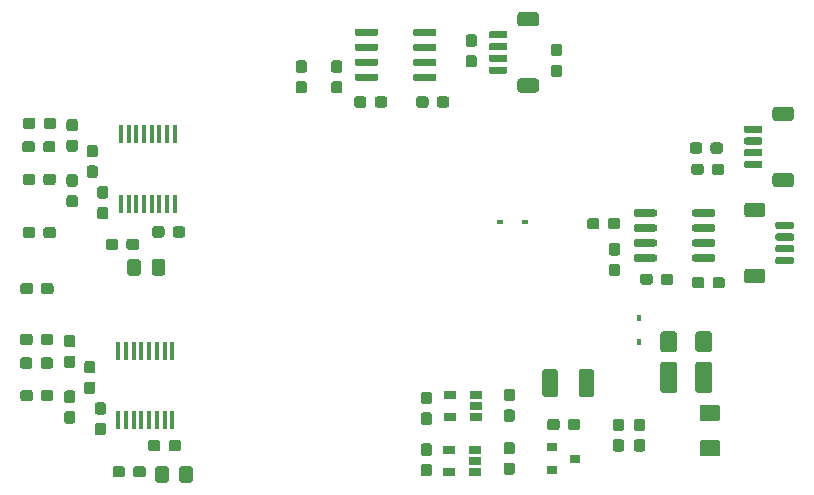
<source format=gtp>
G04 #@! TF.GenerationSoftware,KiCad,Pcbnew,(5.1.5-0)*
G04 #@! TF.CreationDate,2021-08-24T11:58:41-06:00*
G04 #@! TF.ProjectId,2ch-ads,3263682d-6164-4732-9e6b-696361645f70,rev?*
G04 #@! TF.SameCoordinates,Original*
G04 #@! TF.FileFunction,Paste,Top*
G04 #@! TF.FilePolarity,Positive*
%FSLAX46Y46*%
G04 Gerber Fmt 4.6, Leading zero omitted, Abs format (unit mm)*
G04 Created by KiCad (PCBNEW (5.1.5-0)) date 2021-08-24 11:58:41*
%MOMM*%
%LPD*%
G04 APERTURE LIST*
%ADD10C,0.100000*%
%ADD11R,0.450000X1.500000*%
%ADD12R,1.060000X0.650000*%
%ADD13R,0.900000X0.800000*%
%ADD14R,0.450000X0.600000*%
%ADD15R,0.600000X0.450000*%
G04 APERTURE END LIST*
D10*
G36*
X109210779Y-99776144D02*
G01*
X109233834Y-99779563D01*
X109256443Y-99785227D01*
X109278387Y-99793079D01*
X109299457Y-99803044D01*
X109319448Y-99815026D01*
X109338168Y-99828910D01*
X109355438Y-99844562D01*
X109371090Y-99861832D01*
X109384974Y-99880552D01*
X109396956Y-99900543D01*
X109406921Y-99921613D01*
X109414773Y-99943557D01*
X109420437Y-99966166D01*
X109423856Y-99989221D01*
X109425000Y-100012500D01*
X109425000Y-100487500D01*
X109423856Y-100510779D01*
X109420437Y-100533834D01*
X109414773Y-100556443D01*
X109406921Y-100578387D01*
X109396956Y-100599457D01*
X109384974Y-100619448D01*
X109371090Y-100638168D01*
X109355438Y-100655438D01*
X109338168Y-100671090D01*
X109319448Y-100684974D01*
X109299457Y-100696956D01*
X109278387Y-100706921D01*
X109256443Y-100714773D01*
X109233834Y-100720437D01*
X109210779Y-100723856D01*
X109187500Y-100725000D01*
X108612500Y-100725000D01*
X108589221Y-100723856D01*
X108566166Y-100720437D01*
X108543557Y-100714773D01*
X108521613Y-100706921D01*
X108500543Y-100696956D01*
X108480552Y-100684974D01*
X108461832Y-100671090D01*
X108444562Y-100655438D01*
X108428910Y-100638168D01*
X108415026Y-100619448D01*
X108403044Y-100599457D01*
X108393079Y-100578387D01*
X108385227Y-100556443D01*
X108379563Y-100533834D01*
X108376144Y-100510779D01*
X108375000Y-100487500D01*
X108375000Y-100012500D01*
X108376144Y-99989221D01*
X108379563Y-99966166D01*
X108385227Y-99943557D01*
X108393079Y-99921613D01*
X108403044Y-99900543D01*
X108415026Y-99880552D01*
X108428910Y-99861832D01*
X108444562Y-99844562D01*
X108461832Y-99828910D01*
X108480552Y-99815026D01*
X108500543Y-99803044D01*
X108521613Y-99793079D01*
X108543557Y-99785227D01*
X108566166Y-99779563D01*
X108589221Y-99776144D01*
X108612500Y-99775000D01*
X109187500Y-99775000D01*
X109210779Y-99776144D01*
G37*
G36*
X110960779Y-99776144D02*
G01*
X110983834Y-99779563D01*
X111006443Y-99785227D01*
X111028387Y-99793079D01*
X111049457Y-99803044D01*
X111069448Y-99815026D01*
X111088168Y-99828910D01*
X111105438Y-99844562D01*
X111121090Y-99861832D01*
X111134974Y-99880552D01*
X111146956Y-99900543D01*
X111156921Y-99921613D01*
X111164773Y-99943557D01*
X111170437Y-99966166D01*
X111173856Y-99989221D01*
X111175000Y-100012500D01*
X111175000Y-100487500D01*
X111173856Y-100510779D01*
X111170437Y-100533834D01*
X111164773Y-100556443D01*
X111156921Y-100578387D01*
X111146956Y-100599457D01*
X111134974Y-100619448D01*
X111121090Y-100638168D01*
X111105438Y-100655438D01*
X111088168Y-100671090D01*
X111069448Y-100684974D01*
X111049457Y-100696956D01*
X111028387Y-100706921D01*
X111006443Y-100714773D01*
X110983834Y-100720437D01*
X110960779Y-100723856D01*
X110937500Y-100725000D01*
X110362500Y-100725000D01*
X110339221Y-100723856D01*
X110316166Y-100720437D01*
X110293557Y-100714773D01*
X110271613Y-100706921D01*
X110250543Y-100696956D01*
X110230552Y-100684974D01*
X110211832Y-100671090D01*
X110194562Y-100655438D01*
X110178910Y-100638168D01*
X110165026Y-100619448D01*
X110153044Y-100599457D01*
X110143079Y-100578387D01*
X110135227Y-100556443D01*
X110129563Y-100533834D01*
X110126144Y-100510779D01*
X110125000Y-100487500D01*
X110125000Y-100012500D01*
X110126144Y-99989221D01*
X110129563Y-99966166D01*
X110135227Y-99943557D01*
X110143079Y-99921613D01*
X110153044Y-99900543D01*
X110165026Y-99880552D01*
X110178910Y-99861832D01*
X110194562Y-99844562D01*
X110211832Y-99828910D01*
X110230552Y-99815026D01*
X110250543Y-99803044D01*
X110271613Y-99793079D01*
X110293557Y-99785227D01*
X110316166Y-99779563D01*
X110339221Y-99776144D01*
X110362500Y-99775000D01*
X110937500Y-99775000D01*
X110960779Y-99776144D01*
G37*
G36*
X138514703Y-82055722D02*
G01*
X138529264Y-82057882D01*
X138543543Y-82061459D01*
X138557403Y-82066418D01*
X138570710Y-82072712D01*
X138583336Y-82080280D01*
X138595159Y-82089048D01*
X138606066Y-82098934D01*
X138615952Y-82109841D01*
X138624720Y-82121664D01*
X138632288Y-82134290D01*
X138638582Y-82147597D01*
X138643541Y-82161457D01*
X138647118Y-82175736D01*
X138649278Y-82190297D01*
X138650000Y-82205000D01*
X138650000Y-82505000D01*
X138649278Y-82519703D01*
X138647118Y-82534264D01*
X138643541Y-82548543D01*
X138638582Y-82562403D01*
X138632288Y-82575710D01*
X138624720Y-82588336D01*
X138615952Y-82600159D01*
X138606066Y-82611066D01*
X138595159Y-82620952D01*
X138583336Y-82629720D01*
X138570710Y-82637288D01*
X138557403Y-82643582D01*
X138543543Y-82648541D01*
X138529264Y-82652118D01*
X138514703Y-82654278D01*
X138500000Y-82655000D01*
X136850000Y-82655000D01*
X136835297Y-82654278D01*
X136820736Y-82652118D01*
X136806457Y-82648541D01*
X136792597Y-82643582D01*
X136779290Y-82637288D01*
X136766664Y-82629720D01*
X136754841Y-82620952D01*
X136743934Y-82611066D01*
X136734048Y-82600159D01*
X136725280Y-82588336D01*
X136717712Y-82575710D01*
X136711418Y-82562403D01*
X136706459Y-82548543D01*
X136702882Y-82534264D01*
X136700722Y-82519703D01*
X136700000Y-82505000D01*
X136700000Y-82205000D01*
X136700722Y-82190297D01*
X136702882Y-82175736D01*
X136706459Y-82161457D01*
X136711418Y-82147597D01*
X136717712Y-82134290D01*
X136725280Y-82121664D01*
X136734048Y-82109841D01*
X136743934Y-82098934D01*
X136754841Y-82089048D01*
X136766664Y-82080280D01*
X136779290Y-82072712D01*
X136792597Y-82066418D01*
X136806457Y-82061459D01*
X136820736Y-82057882D01*
X136835297Y-82055722D01*
X136850000Y-82055000D01*
X138500000Y-82055000D01*
X138514703Y-82055722D01*
G37*
G36*
X138514703Y-80785722D02*
G01*
X138529264Y-80787882D01*
X138543543Y-80791459D01*
X138557403Y-80796418D01*
X138570710Y-80802712D01*
X138583336Y-80810280D01*
X138595159Y-80819048D01*
X138606066Y-80828934D01*
X138615952Y-80839841D01*
X138624720Y-80851664D01*
X138632288Y-80864290D01*
X138638582Y-80877597D01*
X138643541Y-80891457D01*
X138647118Y-80905736D01*
X138649278Y-80920297D01*
X138650000Y-80935000D01*
X138650000Y-81235000D01*
X138649278Y-81249703D01*
X138647118Y-81264264D01*
X138643541Y-81278543D01*
X138638582Y-81292403D01*
X138632288Y-81305710D01*
X138624720Y-81318336D01*
X138615952Y-81330159D01*
X138606066Y-81341066D01*
X138595159Y-81350952D01*
X138583336Y-81359720D01*
X138570710Y-81367288D01*
X138557403Y-81373582D01*
X138543543Y-81378541D01*
X138529264Y-81382118D01*
X138514703Y-81384278D01*
X138500000Y-81385000D01*
X136850000Y-81385000D01*
X136835297Y-81384278D01*
X136820736Y-81382118D01*
X136806457Y-81378541D01*
X136792597Y-81373582D01*
X136779290Y-81367288D01*
X136766664Y-81359720D01*
X136754841Y-81350952D01*
X136743934Y-81341066D01*
X136734048Y-81330159D01*
X136725280Y-81318336D01*
X136717712Y-81305710D01*
X136711418Y-81292403D01*
X136706459Y-81278543D01*
X136702882Y-81264264D01*
X136700722Y-81249703D01*
X136700000Y-81235000D01*
X136700000Y-80935000D01*
X136700722Y-80920297D01*
X136702882Y-80905736D01*
X136706459Y-80891457D01*
X136711418Y-80877597D01*
X136717712Y-80864290D01*
X136725280Y-80851664D01*
X136734048Y-80839841D01*
X136743934Y-80828934D01*
X136754841Y-80819048D01*
X136766664Y-80810280D01*
X136779290Y-80802712D01*
X136792597Y-80796418D01*
X136806457Y-80791459D01*
X136820736Y-80787882D01*
X136835297Y-80785722D01*
X136850000Y-80785000D01*
X138500000Y-80785000D01*
X138514703Y-80785722D01*
G37*
G36*
X138514703Y-79515722D02*
G01*
X138529264Y-79517882D01*
X138543543Y-79521459D01*
X138557403Y-79526418D01*
X138570710Y-79532712D01*
X138583336Y-79540280D01*
X138595159Y-79549048D01*
X138606066Y-79558934D01*
X138615952Y-79569841D01*
X138624720Y-79581664D01*
X138632288Y-79594290D01*
X138638582Y-79607597D01*
X138643541Y-79621457D01*
X138647118Y-79635736D01*
X138649278Y-79650297D01*
X138650000Y-79665000D01*
X138650000Y-79965000D01*
X138649278Y-79979703D01*
X138647118Y-79994264D01*
X138643541Y-80008543D01*
X138638582Y-80022403D01*
X138632288Y-80035710D01*
X138624720Y-80048336D01*
X138615952Y-80060159D01*
X138606066Y-80071066D01*
X138595159Y-80080952D01*
X138583336Y-80089720D01*
X138570710Y-80097288D01*
X138557403Y-80103582D01*
X138543543Y-80108541D01*
X138529264Y-80112118D01*
X138514703Y-80114278D01*
X138500000Y-80115000D01*
X136850000Y-80115000D01*
X136835297Y-80114278D01*
X136820736Y-80112118D01*
X136806457Y-80108541D01*
X136792597Y-80103582D01*
X136779290Y-80097288D01*
X136766664Y-80089720D01*
X136754841Y-80080952D01*
X136743934Y-80071066D01*
X136734048Y-80060159D01*
X136725280Y-80048336D01*
X136717712Y-80035710D01*
X136711418Y-80022403D01*
X136706459Y-80008543D01*
X136702882Y-79994264D01*
X136700722Y-79979703D01*
X136700000Y-79965000D01*
X136700000Y-79665000D01*
X136700722Y-79650297D01*
X136702882Y-79635736D01*
X136706459Y-79621457D01*
X136711418Y-79607597D01*
X136717712Y-79594290D01*
X136725280Y-79581664D01*
X136734048Y-79569841D01*
X136743934Y-79558934D01*
X136754841Y-79549048D01*
X136766664Y-79540280D01*
X136779290Y-79532712D01*
X136792597Y-79526418D01*
X136806457Y-79521459D01*
X136820736Y-79517882D01*
X136835297Y-79515722D01*
X136850000Y-79515000D01*
X138500000Y-79515000D01*
X138514703Y-79515722D01*
G37*
G36*
X138514703Y-78245722D02*
G01*
X138529264Y-78247882D01*
X138543543Y-78251459D01*
X138557403Y-78256418D01*
X138570710Y-78262712D01*
X138583336Y-78270280D01*
X138595159Y-78279048D01*
X138606066Y-78288934D01*
X138615952Y-78299841D01*
X138624720Y-78311664D01*
X138632288Y-78324290D01*
X138638582Y-78337597D01*
X138643541Y-78351457D01*
X138647118Y-78365736D01*
X138649278Y-78380297D01*
X138650000Y-78395000D01*
X138650000Y-78695000D01*
X138649278Y-78709703D01*
X138647118Y-78724264D01*
X138643541Y-78738543D01*
X138638582Y-78752403D01*
X138632288Y-78765710D01*
X138624720Y-78778336D01*
X138615952Y-78790159D01*
X138606066Y-78801066D01*
X138595159Y-78810952D01*
X138583336Y-78819720D01*
X138570710Y-78827288D01*
X138557403Y-78833582D01*
X138543543Y-78838541D01*
X138529264Y-78842118D01*
X138514703Y-78844278D01*
X138500000Y-78845000D01*
X136850000Y-78845000D01*
X136835297Y-78844278D01*
X136820736Y-78842118D01*
X136806457Y-78838541D01*
X136792597Y-78833582D01*
X136779290Y-78827288D01*
X136766664Y-78819720D01*
X136754841Y-78810952D01*
X136743934Y-78801066D01*
X136734048Y-78790159D01*
X136725280Y-78778336D01*
X136717712Y-78765710D01*
X136711418Y-78752403D01*
X136706459Y-78738543D01*
X136702882Y-78724264D01*
X136700722Y-78709703D01*
X136700000Y-78695000D01*
X136700000Y-78395000D01*
X136700722Y-78380297D01*
X136702882Y-78365736D01*
X136706459Y-78351457D01*
X136711418Y-78337597D01*
X136717712Y-78324290D01*
X136725280Y-78311664D01*
X136734048Y-78299841D01*
X136743934Y-78288934D01*
X136754841Y-78279048D01*
X136766664Y-78270280D01*
X136779290Y-78262712D01*
X136792597Y-78256418D01*
X136806457Y-78251459D01*
X136820736Y-78247882D01*
X136835297Y-78245722D01*
X136850000Y-78245000D01*
X138500000Y-78245000D01*
X138514703Y-78245722D01*
G37*
G36*
X143464703Y-78245722D02*
G01*
X143479264Y-78247882D01*
X143493543Y-78251459D01*
X143507403Y-78256418D01*
X143520710Y-78262712D01*
X143533336Y-78270280D01*
X143545159Y-78279048D01*
X143556066Y-78288934D01*
X143565952Y-78299841D01*
X143574720Y-78311664D01*
X143582288Y-78324290D01*
X143588582Y-78337597D01*
X143593541Y-78351457D01*
X143597118Y-78365736D01*
X143599278Y-78380297D01*
X143600000Y-78395000D01*
X143600000Y-78695000D01*
X143599278Y-78709703D01*
X143597118Y-78724264D01*
X143593541Y-78738543D01*
X143588582Y-78752403D01*
X143582288Y-78765710D01*
X143574720Y-78778336D01*
X143565952Y-78790159D01*
X143556066Y-78801066D01*
X143545159Y-78810952D01*
X143533336Y-78819720D01*
X143520710Y-78827288D01*
X143507403Y-78833582D01*
X143493543Y-78838541D01*
X143479264Y-78842118D01*
X143464703Y-78844278D01*
X143450000Y-78845000D01*
X141800000Y-78845000D01*
X141785297Y-78844278D01*
X141770736Y-78842118D01*
X141756457Y-78838541D01*
X141742597Y-78833582D01*
X141729290Y-78827288D01*
X141716664Y-78819720D01*
X141704841Y-78810952D01*
X141693934Y-78801066D01*
X141684048Y-78790159D01*
X141675280Y-78778336D01*
X141667712Y-78765710D01*
X141661418Y-78752403D01*
X141656459Y-78738543D01*
X141652882Y-78724264D01*
X141650722Y-78709703D01*
X141650000Y-78695000D01*
X141650000Y-78395000D01*
X141650722Y-78380297D01*
X141652882Y-78365736D01*
X141656459Y-78351457D01*
X141661418Y-78337597D01*
X141667712Y-78324290D01*
X141675280Y-78311664D01*
X141684048Y-78299841D01*
X141693934Y-78288934D01*
X141704841Y-78279048D01*
X141716664Y-78270280D01*
X141729290Y-78262712D01*
X141742597Y-78256418D01*
X141756457Y-78251459D01*
X141770736Y-78247882D01*
X141785297Y-78245722D01*
X141800000Y-78245000D01*
X143450000Y-78245000D01*
X143464703Y-78245722D01*
G37*
G36*
X143464703Y-79515722D02*
G01*
X143479264Y-79517882D01*
X143493543Y-79521459D01*
X143507403Y-79526418D01*
X143520710Y-79532712D01*
X143533336Y-79540280D01*
X143545159Y-79549048D01*
X143556066Y-79558934D01*
X143565952Y-79569841D01*
X143574720Y-79581664D01*
X143582288Y-79594290D01*
X143588582Y-79607597D01*
X143593541Y-79621457D01*
X143597118Y-79635736D01*
X143599278Y-79650297D01*
X143600000Y-79665000D01*
X143600000Y-79965000D01*
X143599278Y-79979703D01*
X143597118Y-79994264D01*
X143593541Y-80008543D01*
X143588582Y-80022403D01*
X143582288Y-80035710D01*
X143574720Y-80048336D01*
X143565952Y-80060159D01*
X143556066Y-80071066D01*
X143545159Y-80080952D01*
X143533336Y-80089720D01*
X143520710Y-80097288D01*
X143507403Y-80103582D01*
X143493543Y-80108541D01*
X143479264Y-80112118D01*
X143464703Y-80114278D01*
X143450000Y-80115000D01*
X141800000Y-80115000D01*
X141785297Y-80114278D01*
X141770736Y-80112118D01*
X141756457Y-80108541D01*
X141742597Y-80103582D01*
X141729290Y-80097288D01*
X141716664Y-80089720D01*
X141704841Y-80080952D01*
X141693934Y-80071066D01*
X141684048Y-80060159D01*
X141675280Y-80048336D01*
X141667712Y-80035710D01*
X141661418Y-80022403D01*
X141656459Y-80008543D01*
X141652882Y-79994264D01*
X141650722Y-79979703D01*
X141650000Y-79965000D01*
X141650000Y-79665000D01*
X141650722Y-79650297D01*
X141652882Y-79635736D01*
X141656459Y-79621457D01*
X141661418Y-79607597D01*
X141667712Y-79594290D01*
X141675280Y-79581664D01*
X141684048Y-79569841D01*
X141693934Y-79558934D01*
X141704841Y-79549048D01*
X141716664Y-79540280D01*
X141729290Y-79532712D01*
X141742597Y-79526418D01*
X141756457Y-79521459D01*
X141770736Y-79517882D01*
X141785297Y-79515722D01*
X141800000Y-79515000D01*
X143450000Y-79515000D01*
X143464703Y-79515722D01*
G37*
G36*
X143464703Y-80785722D02*
G01*
X143479264Y-80787882D01*
X143493543Y-80791459D01*
X143507403Y-80796418D01*
X143520710Y-80802712D01*
X143533336Y-80810280D01*
X143545159Y-80819048D01*
X143556066Y-80828934D01*
X143565952Y-80839841D01*
X143574720Y-80851664D01*
X143582288Y-80864290D01*
X143588582Y-80877597D01*
X143593541Y-80891457D01*
X143597118Y-80905736D01*
X143599278Y-80920297D01*
X143600000Y-80935000D01*
X143600000Y-81235000D01*
X143599278Y-81249703D01*
X143597118Y-81264264D01*
X143593541Y-81278543D01*
X143588582Y-81292403D01*
X143582288Y-81305710D01*
X143574720Y-81318336D01*
X143565952Y-81330159D01*
X143556066Y-81341066D01*
X143545159Y-81350952D01*
X143533336Y-81359720D01*
X143520710Y-81367288D01*
X143507403Y-81373582D01*
X143493543Y-81378541D01*
X143479264Y-81382118D01*
X143464703Y-81384278D01*
X143450000Y-81385000D01*
X141800000Y-81385000D01*
X141785297Y-81384278D01*
X141770736Y-81382118D01*
X141756457Y-81378541D01*
X141742597Y-81373582D01*
X141729290Y-81367288D01*
X141716664Y-81359720D01*
X141704841Y-81350952D01*
X141693934Y-81341066D01*
X141684048Y-81330159D01*
X141675280Y-81318336D01*
X141667712Y-81305710D01*
X141661418Y-81292403D01*
X141656459Y-81278543D01*
X141652882Y-81264264D01*
X141650722Y-81249703D01*
X141650000Y-81235000D01*
X141650000Y-80935000D01*
X141650722Y-80920297D01*
X141652882Y-80905736D01*
X141656459Y-80891457D01*
X141661418Y-80877597D01*
X141667712Y-80864290D01*
X141675280Y-80851664D01*
X141684048Y-80839841D01*
X141693934Y-80828934D01*
X141704841Y-80819048D01*
X141716664Y-80810280D01*
X141729290Y-80802712D01*
X141742597Y-80796418D01*
X141756457Y-80791459D01*
X141770736Y-80787882D01*
X141785297Y-80785722D01*
X141800000Y-80785000D01*
X143450000Y-80785000D01*
X143464703Y-80785722D01*
G37*
G36*
X143464703Y-82055722D02*
G01*
X143479264Y-82057882D01*
X143493543Y-82061459D01*
X143507403Y-82066418D01*
X143520710Y-82072712D01*
X143533336Y-82080280D01*
X143545159Y-82089048D01*
X143556066Y-82098934D01*
X143565952Y-82109841D01*
X143574720Y-82121664D01*
X143582288Y-82134290D01*
X143588582Y-82147597D01*
X143593541Y-82161457D01*
X143597118Y-82175736D01*
X143599278Y-82190297D01*
X143600000Y-82205000D01*
X143600000Y-82505000D01*
X143599278Y-82519703D01*
X143597118Y-82534264D01*
X143593541Y-82548543D01*
X143588582Y-82562403D01*
X143582288Y-82575710D01*
X143574720Y-82588336D01*
X143565952Y-82600159D01*
X143556066Y-82611066D01*
X143545159Y-82620952D01*
X143533336Y-82629720D01*
X143520710Y-82637288D01*
X143507403Y-82643582D01*
X143493543Y-82648541D01*
X143479264Y-82652118D01*
X143464703Y-82654278D01*
X143450000Y-82655000D01*
X141800000Y-82655000D01*
X141785297Y-82654278D01*
X141770736Y-82652118D01*
X141756457Y-82648541D01*
X141742597Y-82643582D01*
X141729290Y-82637288D01*
X141716664Y-82629720D01*
X141704841Y-82620952D01*
X141693934Y-82611066D01*
X141684048Y-82600159D01*
X141675280Y-82588336D01*
X141667712Y-82575710D01*
X141661418Y-82562403D01*
X141656459Y-82548543D01*
X141652882Y-82534264D01*
X141650722Y-82519703D01*
X141650000Y-82505000D01*
X141650000Y-82205000D01*
X141650722Y-82190297D01*
X141652882Y-82175736D01*
X141656459Y-82161457D01*
X141661418Y-82147597D01*
X141667712Y-82134290D01*
X141675280Y-82121664D01*
X141684048Y-82109841D01*
X141693934Y-82098934D01*
X141704841Y-82089048D01*
X141716664Y-82080280D01*
X141729290Y-82072712D01*
X141742597Y-82066418D01*
X141756457Y-82061459D01*
X141770736Y-82057882D01*
X141785297Y-82055722D01*
X141800000Y-82055000D01*
X143450000Y-82055000D01*
X143464703Y-82055722D01*
G37*
G36*
X135410779Y-80926144D02*
G01*
X135433834Y-80929563D01*
X135456443Y-80935227D01*
X135478387Y-80943079D01*
X135499457Y-80953044D01*
X135519448Y-80965026D01*
X135538168Y-80978910D01*
X135555438Y-80994562D01*
X135571090Y-81011832D01*
X135584974Y-81030552D01*
X135596956Y-81050543D01*
X135606921Y-81071613D01*
X135614773Y-81093557D01*
X135620437Y-81116166D01*
X135623856Y-81139221D01*
X135625000Y-81162500D01*
X135625000Y-81737500D01*
X135623856Y-81760779D01*
X135620437Y-81783834D01*
X135614773Y-81806443D01*
X135606921Y-81828387D01*
X135596956Y-81849457D01*
X135584974Y-81869448D01*
X135571090Y-81888168D01*
X135555438Y-81905438D01*
X135538168Y-81921090D01*
X135519448Y-81934974D01*
X135499457Y-81946956D01*
X135478387Y-81956921D01*
X135456443Y-81964773D01*
X135433834Y-81970437D01*
X135410779Y-81973856D01*
X135387500Y-81975000D01*
X134912500Y-81975000D01*
X134889221Y-81973856D01*
X134866166Y-81970437D01*
X134843557Y-81964773D01*
X134821613Y-81956921D01*
X134800543Y-81946956D01*
X134780552Y-81934974D01*
X134761832Y-81921090D01*
X134744562Y-81905438D01*
X134728910Y-81888168D01*
X134715026Y-81869448D01*
X134703044Y-81849457D01*
X134693079Y-81828387D01*
X134685227Y-81806443D01*
X134679563Y-81783834D01*
X134676144Y-81760779D01*
X134675000Y-81737500D01*
X134675000Y-81162500D01*
X134676144Y-81139221D01*
X134679563Y-81116166D01*
X134685227Y-81093557D01*
X134693079Y-81071613D01*
X134703044Y-81050543D01*
X134715026Y-81030552D01*
X134728910Y-81011832D01*
X134744562Y-80994562D01*
X134761832Y-80978910D01*
X134780552Y-80965026D01*
X134800543Y-80953044D01*
X134821613Y-80943079D01*
X134843557Y-80935227D01*
X134866166Y-80929563D01*
X134889221Y-80926144D01*
X134912500Y-80925000D01*
X135387500Y-80925000D01*
X135410779Y-80926144D01*
G37*
G36*
X135410779Y-82676144D02*
G01*
X135433834Y-82679563D01*
X135456443Y-82685227D01*
X135478387Y-82693079D01*
X135499457Y-82703044D01*
X135519448Y-82715026D01*
X135538168Y-82728910D01*
X135555438Y-82744562D01*
X135571090Y-82761832D01*
X135584974Y-82780552D01*
X135596956Y-82800543D01*
X135606921Y-82821613D01*
X135614773Y-82843557D01*
X135620437Y-82866166D01*
X135623856Y-82889221D01*
X135625000Y-82912500D01*
X135625000Y-83487500D01*
X135623856Y-83510779D01*
X135620437Y-83533834D01*
X135614773Y-83556443D01*
X135606921Y-83578387D01*
X135596956Y-83599457D01*
X135584974Y-83619448D01*
X135571090Y-83638168D01*
X135555438Y-83655438D01*
X135538168Y-83671090D01*
X135519448Y-83684974D01*
X135499457Y-83696956D01*
X135478387Y-83706921D01*
X135456443Y-83714773D01*
X135433834Y-83720437D01*
X135410779Y-83723856D01*
X135387500Y-83725000D01*
X134912500Y-83725000D01*
X134889221Y-83723856D01*
X134866166Y-83720437D01*
X134843557Y-83714773D01*
X134821613Y-83706921D01*
X134800543Y-83696956D01*
X134780552Y-83684974D01*
X134761832Y-83671090D01*
X134744562Y-83655438D01*
X134728910Y-83638168D01*
X134715026Y-83619448D01*
X134703044Y-83599457D01*
X134693079Y-83578387D01*
X134685227Y-83556443D01*
X134679563Y-83533834D01*
X134676144Y-83510779D01*
X134675000Y-83487500D01*
X134675000Y-82912500D01*
X134676144Y-82889221D01*
X134679563Y-82866166D01*
X134685227Y-82843557D01*
X134693079Y-82821613D01*
X134703044Y-82800543D01*
X134715026Y-82780552D01*
X134728910Y-82761832D01*
X134744562Y-82744562D01*
X134761832Y-82728910D01*
X134780552Y-82715026D01*
X134800543Y-82703044D01*
X134821613Y-82693079D01*
X134843557Y-82685227D01*
X134866166Y-82679563D01*
X134889221Y-82676144D01*
X134912500Y-82675000D01*
X135387500Y-82675000D01*
X135410779Y-82676144D01*
G37*
G36*
X132410779Y-80926144D02*
G01*
X132433834Y-80929563D01*
X132456443Y-80935227D01*
X132478387Y-80943079D01*
X132499457Y-80953044D01*
X132519448Y-80965026D01*
X132538168Y-80978910D01*
X132555438Y-80994562D01*
X132571090Y-81011832D01*
X132584974Y-81030552D01*
X132596956Y-81050543D01*
X132606921Y-81071613D01*
X132614773Y-81093557D01*
X132620437Y-81116166D01*
X132623856Y-81139221D01*
X132625000Y-81162500D01*
X132625000Y-81737500D01*
X132623856Y-81760779D01*
X132620437Y-81783834D01*
X132614773Y-81806443D01*
X132606921Y-81828387D01*
X132596956Y-81849457D01*
X132584974Y-81869448D01*
X132571090Y-81888168D01*
X132555438Y-81905438D01*
X132538168Y-81921090D01*
X132519448Y-81934974D01*
X132499457Y-81946956D01*
X132478387Y-81956921D01*
X132456443Y-81964773D01*
X132433834Y-81970437D01*
X132410779Y-81973856D01*
X132387500Y-81975000D01*
X131912500Y-81975000D01*
X131889221Y-81973856D01*
X131866166Y-81970437D01*
X131843557Y-81964773D01*
X131821613Y-81956921D01*
X131800543Y-81946956D01*
X131780552Y-81934974D01*
X131761832Y-81921090D01*
X131744562Y-81905438D01*
X131728910Y-81888168D01*
X131715026Y-81869448D01*
X131703044Y-81849457D01*
X131693079Y-81828387D01*
X131685227Y-81806443D01*
X131679563Y-81783834D01*
X131676144Y-81760779D01*
X131675000Y-81737500D01*
X131675000Y-81162500D01*
X131676144Y-81139221D01*
X131679563Y-81116166D01*
X131685227Y-81093557D01*
X131693079Y-81071613D01*
X131703044Y-81050543D01*
X131715026Y-81030552D01*
X131728910Y-81011832D01*
X131744562Y-80994562D01*
X131761832Y-80978910D01*
X131780552Y-80965026D01*
X131800543Y-80953044D01*
X131821613Y-80943079D01*
X131843557Y-80935227D01*
X131866166Y-80929563D01*
X131889221Y-80926144D01*
X131912500Y-80925000D01*
X132387500Y-80925000D01*
X132410779Y-80926144D01*
G37*
G36*
X132410779Y-82676144D02*
G01*
X132433834Y-82679563D01*
X132456443Y-82685227D01*
X132478387Y-82693079D01*
X132499457Y-82703044D01*
X132519448Y-82715026D01*
X132538168Y-82728910D01*
X132555438Y-82744562D01*
X132571090Y-82761832D01*
X132584974Y-82780552D01*
X132596956Y-82800543D01*
X132606921Y-82821613D01*
X132614773Y-82843557D01*
X132620437Y-82866166D01*
X132623856Y-82889221D01*
X132625000Y-82912500D01*
X132625000Y-83487500D01*
X132623856Y-83510779D01*
X132620437Y-83533834D01*
X132614773Y-83556443D01*
X132606921Y-83578387D01*
X132596956Y-83599457D01*
X132584974Y-83619448D01*
X132571090Y-83638168D01*
X132555438Y-83655438D01*
X132538168Y-83671090D01*
X132519448Y-83684974D01*
X132499457Y-83696956D01*
X132478387Y-83706921D01*
X132456443Y-83714773D01*
X132433834Y-83720437D01*
X132410779Y-83723856D01*
X132387500Y-83725000D01*
X131912500Y-83725000D01*
X131889221Y-83723856D01*
X131866166Y-83720437D01*
X131843557Y-83714773D01*
X131821613Y-83706921D01*
X131800543Y-83696956D01*
X131780552Y-83684974D01*
X131761832Y-83671090D01*
X131744562Y-83655438D01*
X131728910Y-83638168D01*
X131715026Y-83619448D01*
X131703044Y-83599457D01*
X131693079Y-83578387D01*
X131685227Y-83556443D01*
X131679563Y-83533834D01*
X131676144Y-83510779D01*
X131675000Y-83487500D01*
X131675000Y-82912500D01*
X131676144Y-82889221D01*
X131679563Y-82866166D01*
X131685227Y-82843557D01*
X131693079Y-82821613D01*
X131703044Y-82800543D01*
X131715026Y-82780552D01*
X131728910Y-82761832D01*
X131744562Y-82744562D01*
X131761832Y-82728910D01*
X131780552Y-82715026D01*
X131800543Y-82703044D01*
X131821613Y-82693079D01*
X131843557Y-82685227D01*
X131866166Y-82679563D01*
X131889221Y-82676144D01*
X131912500Y-82675000D01*
X132387500Y-82675000D01*
X132410779Y-82676144D01*
G37*
G36*
X154010779Y-79526144D02*
G01*
X154033834Y-79529563D01*
X154056443Y-79535227D01*
X154078387Y-79543079D01*
X154099457Y-79553044D01*
X154119448Y-79565026D01*
X154138168Y-79578910D01*
X154155438Y-79594562D01*
X154171090Y-79611832D01*
X154184974Y-79630552D01*
X154196956Y-79650543D01*
X154206921Y-79671613D01*
X154214773Y-79693557D01*
X154220437Y-79716166D01*
X154223856Y-79739221D01*
X154225000Y-79762500D01*
X154225000Y-80337500D01*
X154223856Y-80360779D01*
X154220437Y-80383834D01*
X154214773Y-80406443D01*
X154206921Y-80428387D01*
X154196956Y-80449457D01*
X154184974Y-80469448D01*
X154171090Y-80488168D01*
X154155438Y-80505438D01*
X154138168Y-80521090D01*
X154119448Y-80534974D01*
X154099457Y-80546956D01*
X154078387Y-80556921D01*
X154056443Y-80564773D01*
X154033834Y-80570437D01*
X154010779Y-80573856D01*
X153987500Y-80575000D01*
X153512500Y-80575000D01*
X153489221Y-80573856D01*
X153466166Y-80570437D01*
X153443557Y-80564773D01*
X153421613Y-80556921D01*
X153400543Y-80546956D01*
X153380552Y-80534974D01*
X153361832Y-80521090D01*
X153344562Y-80505438D01*
X153328910Y-80488168D01*
X153315026Y-80469448D01*
X153303044Y-80449457D01*
X153293079Y-80428387D01*
X153285227Y-80406443D01*
X153279563Y-80383834D01*
X153276144Y-80360779D01*
X153275000Y-80337500D01*
X153275000Y-79762500D01*
X153276144Y-79739221D01*
X153279563Y-79716166D01*
X153285227Y-79693557D01*
X153293079Y-79671613D01*
X153303044Y-79650543D01*
X153315026Y-79630552D01*
X153328910Y-79611832D01*
X153344562Y-79594562D01*
X153361832Y-79578910D01*
X153380552Y-79565026D01*
X153400543Y-79553044D01*
X153421613Y-79543079D01*
X153443557Y-79535227D01*
X153466166Y-79529563D01*
X153489221Y-79526144D01*
X153512500Y-79525000D01*
X153987500Y-79525000D01*
X154010779Y-79526144D01*
G37*
G36*
X154010779Y-81276144D02*
G01*
X154033834Y-81279563D01*
X154056443Y-81285227D01*
X154078387Y-81293079D01*
X154099457Y-81303044D01*
X154119448Y-81315026D01*
X154138168Y-81328910D01*
X154155438Y-81344562D01*
X154171090Y-81361832D01*
X154184974Y-81380552D01*
X154196956Y-81400543D01*
X154206921Y-81421613D01*
X154214773Y-81443557D01*
X154220437Y-81466166D01*
X154223856Y-81489221D01*
X154225000Y-81512500D01*
X154225000Y-82087500D01*
X154223856Y-82110779D01*
X154220437Y-82133834D01*
X154214773Y-82156443D01*
X154206921Y-82178387D01*
X154196956Y-82199457D01*
X154184974Y-82219448D01*
X154171090Y-82238168D01*
X154155438Y-82255438D01*
X154138168Y-82271090D01*
X154119448Y-82284974D01*
X154099457Y-82296956D01*
X154078387Y-82306921D01*
X154056443Y-82314773D01*
X154033834Y-82320437D01*
X154010779Y-82323856D01*
X153987500Y-82325000D01*
X153512500Y-82325000D01*
X153489221Y-82323856D01*
X153466166Y-82320437D01*
X153443557Y-82314773D01*
X153421613Y-82306921D01*
X153400543Y-82296956D01*
X153380552Y-82284974D01*
X153361832Y-82271090D01*
X153344562Y-82255438D01*
X153328910Y-82238168D01*
X153315026Y-82219448D01*
X153303044Y-82199457D01*
X153293079Y-82178387D01*
X153285227Y-82156443D01*
X153279563Y-82133834D01*
X153276144Y-82110779D01*
X153275000Y-82087500D01*
X153275000Y-81512500D01*
X153276144Y-81489221D01*
X153279563Y-81466166D01*
X153285227Y-81443557D01*
X153293079Y-81421613D01*
X153303044Y-81400543D01*
X153315026Y-81380552D01*
X153328910Y-81361832D01*
X153344562Y-81344562D01*
X153361832Y-81328910D01*
X153380552Y-81315026D01*
X153400543Y-81303044D01*
X153421613Y-81293079D01*
X153443557Y-81285227D01*
X153466166Y-81279563D01*
X153489221Y-81276144D01*
X153512500Y-81275000D01*
X153987500Y-81275000D01*
X154010779Y-81276144D01*
G37*
G36*
X146810779Y-78726144D02*
G01*
X146833834Y-78729563D01*
X146856443Y-78735227D01*
X146878387Y-78743079D01*
X146899457Y-78753044D01*
X146919448Y-78765026D01*
X146938168Y-78778910D01*
X146955438Y-78794562D01*
X146971090Y-78811832D01*
X146984974Y-78830552D01*
X146996956Y-78850543D01*
X147006921Y-78871613D01*
X147014773Y-78893557D01*
X147020437Y-78916166D01*
X147023856Y-78939221D01*
X147025000Y-78962500D01*
X147025000Y-79537500D01*
X147023856Y-79560779D01*
X147020437Y-79583834D01*
X147014773Y-79606443D01*
X147006921Y-79628387D01*
X146996956Y-79649457D01*
X146984974Y-79669448D01*
X146971090Y-79688168D01*
X146955438Y-79705438D01*
X146938168Y-79721090D01*
X146919448Y-79734974D01*
X146899457Y-79746956D01*
X146878387Y-79756921D01*
X146856443Y-79764773D01*
X146833834Y-79770437D01*
X146810779Y-79773856D01*
X146787500Y-79775000D01*
X146312500Y-79775000D01*
X146289221Y-79773856D01*
X146266166Y-79770437D01*
X146243557Y-79764773D01*
X146221613Y-79756921D01*
X146200543Y-79746956D01*
X146180552Y-79734974D01*
X146161832Y-79721090D01*
X146144562Y-79705438D01*
X146128910Y-79688168D01*
X146115026Y-79669448D01*
X146103044Y-79649457D01*
X146093079Y-79628387D01*
X146085227Y-79606443D01*
X146079563Y-79583834D01*
X146076144Y-79560779D01*
X146075000Y-79537500D01*
X146075000Y-78962500D01*
X146076144Y-78939221D01*
X146079563Y-78916166D01*
X146085227Y-78893557D01*
X146093079Y-78871613D01*
X146103044Y-78850543D01*
X146115026Y-78830552D01*
X146128910Y-78811832D01*
X146144562Y-78794562D01*
X146161832Y-78778910D01*
X146180552Y-78765026D01*
X146200543Y-78753044D01*
X146221613Y-78743079D01*
X146243557Y-78735227D01*
X146266166Y-78729563D01*
X146289221Y-78726144D01*
X146312500Y-78725000D01*
X146787500Y-78725000D01*
X146810779Y-78726144D01*
G37*
G36*
X146810779Y-80476144D02*
G01*
X146833834Y-80479563D01*
X146856443Y-80485227D01*
X146878387Y-80493079D01*
X146899457Y-80503044D01*
X146919448Y-80515026D01*
X146938168Y-80528910D01*
X146955438Y-80544562D01*
X146971090Y-80561832D01*
X146984974Y-80580552D01*
X146996956Y-80600543D01*
X147006921Y-80621613D01*
X147014773Y-80643557D01*
X147020437Y-80666166D01*
X147023856Y-80689221D01*
X147025000Y-80712500D01*
X147025000Y-81287500D01*
X147023856Y-81310779D01*
X147020437Y-81333834D01*
X147014773Y-81356443D01*
X147006921Y-81378387D01*
X146996956Y-81399457D01*
X146984974Y-81419448D01*
X146971090Y-81438168D01*
X146955438Y-81455438D01*
X146938168Y-81471090D01*
X146919448Y-81484974D01*
X146899457Y-81496956D01*
X146878387Y-81506921D01*
X146856443Y-81514773D01*
X146833834Y-81520437D01*
X146810779Y-81523856D01*
X146787500Y-81525000D01*
X146312500Y-81525000D01*
X146289221Y-81523856D01*
X146266166Y-81520437D01*
X146243557Y-81514773D01*
X146221613Y-81506921D01*
X146200543Y-81496956D01*
X146180552Y-81484974D01*
X146161832Y-81471090D01*
X146144562Y-81455438D01*
X146128910Y-81438168D01*
X146115026Y-81419448D01*
X146103044Y-81399457D01*
X146093079Y-81378387D01*
X146085227Y-81356443D01*
X146079563Y-81333834D01*
X146076144Y-81310779D01*
X146075000Y-81287500D01*
X146075000Y-80712500D01*
X146076144Y-80689221D01*
X146079563Y-80666166D01*
X146085227Y-80643557D01*
X146093079Y-80621613D01*
X146103044Y-80600543D01*
X146115026Y-80580552D01*
X146128910Y-80561832D01*
X146144562Y-80544562D01*
X146161832Y-80528910D01*
X146180552Y-80515026D01*
X146200543Y-80503044D01*
X146221613Y-80493079D01*
X146243557Y-80485227D01*
X146266166Y-80479563D01*
X146289221Y-80476144D01*
X146312500Y-80475000D01*
X146787500Y-80475000D01*
X146810779Y-80476144D01*
G37*
G36*
X152024505Y-82451204D02*
G01*
X152048773Y-82454804D01*
X152072572Y-82460765D01*
X152095671Y-82469030D01*
X152117850Y-82479520D01*
X152138893Y-82492132D01*
X152158599Y-82506747D01*
X152176777Y-82523223D01*
X152193253Y-82541401D01*
X152207868Y-82561107D01*
X152220480Y-82582150D01*
X152230970Y-82604329D01*
X152239235Y-82627428D01*
X152245196Y-82651227D01*
X152248796Y-82675495D01*
X152250000Y-82699999D01*
X152250000Y-83400001D01*
X152248796Y-83424505D01*
X152245196Y-83448773D01*
X152239235Y-83472572D01*
X152230970Y-83495671D01*
X152220480Y-83517850D01*
X152207868Y-83538893D01*
X152193253Y-83558599D01*
X152176777Y-83576777D01*
X152158599Y-83593253D01*
X152138893Y-83607868D01*
X152117850Y-83620480D01*
X152095671Y-83630970D01*
X152072572Y-83639235D01*
X152048773Y-83645196D01*
X152024505Y-83648796D01*
X152000001Y-83650000D01*
X150699999Y-83650000D01*
X150675495Y-83648796D01*
X150651227Y-83645196D01*
X150627428Y-83639235D01*
X150604329Y-83630970D01*
X150582150Y-83620480D01*
X150561107Y-83607868D01*
X150541401Y-83593253D01*
X150523223Y-83576777D01*
X150506747Y-83558599D01*
X150492132Y-83538893D01*
X150479520Y-83517850D01*
X150469030Y-83495671D01*
X150460765Y-83472572D01*
X150454804Y-83448773D01*
X150451204Y-83424505D01*
X150450000Y-83400001D01*
X150450000Y-82699999D01*
X150451204Y-82675495D01*
X150454804Y-82651227D01*
X150460765Y-82627428D01*
X150469030Y-82604329D01*
X150479520Y-82582150D01*
X150492132Y-82561107D01*
X150506747Y-82541401D01*
X150523223Y-82523223D01*
X150541401Y-82506747D01*
X150561107Y-82492132D01*
X150582150Y-82479520D01*
X150604329Y-82469030D01*
X150627428Y-82460765D01*
X150651227Y-82454804D01*
X150675495Y-82451204D01*
X150699999Y-82450000D01*
X152000001Y-82450000D01*
X152024505Y-82451204D01*
G37*
G36*
X152024505Y-76851204D02*
G01*
X152048773Y-76854804D01*
X152072572Y-76860765D01*
X152095671Y-76869030D01*
X152117850Y-76879520D01*
X152138893Y-76892132D01*
X152158599Y-76906747D01*
X152176777Y-76923223D01*
X152193253Y-76941401D01*
X152207868Y-76961107D01*
X152220480Y-76982150D01*
X152230970Y-77004329D01*
X152239235Y-77027428D01*
X152245196Y-77051227D01*
X152248796Y-77075495D01*
X152250000Y-77099999D01*
X152250000Y-77800001D01*
X152248796Y-77824505D01*
X152245196Y-77848773D01*
X152239235Y-77872572D01*
X152230970Y-77895671D01*
X152220480Y-77917850D01*
X152207868Y-77938893D01*
X152193253Y-77958599D01*
X152176777Y-77976777D01*
X152158599Y-77993253D01*
X152138893Y-78007868D01*
X152117850Y-78020480D01*
X152095671Y-78030970D01*
X152072572Y-78039235D01*
X152048773Y-78045196D01*
X152024505Y-78048796D01*
X152000001Y-78050000D01*
X150699999Y-78050000D01*
X150675495Y-78048796D01*
X150651227Y-78045196D01*
X150627428Y-78039235D01*
X150604329Y-78030970D01*
X150582150Y-78020480D01*
X150561107Y-78007868D01*
X150541401Y-77993253D01*
X150523223Y-77976777D01*
X150506747Y-77958599D01*
X150492132Y-77938893D01*
X150479520Y-77917850D01*
X150469030Y-77895671D01*
X150460765Y-77872572D01*
X150454804Y-77848773D01*
X150451204Y-77824505D01*
X150450000Y-77800001D01*
X150450000Y-77099999D01*
X150451204Y-77075495D01*
X150454804Y-77051227D01*
X150460765Y-77027428D01*
X150469030Y-77004329D01*
X150479520Y-76982150D01*
X150492132Y-76961107D01*
X150506747Y-76941401D01*
X150523223Y-76923223D01*
X150541401Y-76906747D01*
X150561107Y-76892132D01*
X150582150Y-76879520D01*
X150604329Y-76869030D01*
X150627428Y-76860765D01*
X150651227Y-76854804D01*
X150675495Y-76851204D01*
X150699999Y-76850000D01*
X152000001Y-76850000D01*
X152024505Y-76851204D01*
G37*
G36*
X149464703Y-81450722D02*
G01*
X149479264Y-81452882D01*
X149493543Y-81456459D01*
X149507403Y-81461418D01*
X149520710Y-81467712D01*
X149533336Y-81475280D01*
X149545159Y-81484048D01*
X149556066Y-81493934D01*
X149565952Y-81504841D01*
X149574720Y-81516664D01*
X149582288Y-81529290D01*
X149588582Y-81542597D01*
X149593541Y-81556457D01*
X149597118Y-81570736D01*
X149599278Y-81585297D01*
X149600000Y-81600000D01*
X149600000Y-81900000D01*
X149599278Y-81914703D01*
X149597118Y-81929264D01*
X149593541Y-81943543D01*
X149588582Y-81957403D01*
X149582288Y-81970710D01*
X149574720Y-81983336D01*
X149565952Y-81995159D01*
X149556066Y-82006066D01*
X149545159Y-82015952D01*
X149533336Y-82024720D01*
X149520710Y-82032288D01*
X149507403Y-82038582D01*
X149493543Y-82043541D01*
X149479264Y-82047118D01*
X149464703Y-82049278D01*
X149450000Y-82050000D01*
X148200000Y-82050000D01*
X148185297Y-82049278D01*
X148170736Y-82047118D01*
X148156457Y-82043541D01*
X148142597Y-82038582D01*
X148129290Y-82032288D01*
X148116664Y-82024720D01*
X148104841Y-82015952D01*
X148093934Y-82006066D01*
X148084048Y-81995159D01*
X148075280Y-81983336D01*
X148067712Y-81970710D01*
X148061418Y-81957403D01*
X148056459Y-81943543D01*
X148052882Y-81929264D01*
X148050722Y-81914703D01*
X148050000Y-81900000D01*
X148050000Y-81600000D01*
X148050722Y-81585297D01*
X148052882Y-81570736D01*
X148056459Y-81556457D01*
X148061418Y-81542597D01*
X148067712Y-81529290D01*
X148075280Y-81516664D01*
X148084048Y-81504841D01*
X148093934Y-81493934D01*
X148104841Y-81484048D01*
X148116664Y-81475280D01*
X148129290Y-81467712D01*
X148142597Y-81461418D01*
X148156457Y-81456459D01*
X148170736Y-81452882D01*
X148185297Y-81450722D01*
X148200000Y-81450000D01*
X149450000Y-81450000D01*
X149464703Y-81450722D01*
G37*
G36*
X149464703Y-80450722D02*
G01*
X149479264Y-80452882D01*
X149493543Y-80456459D01*
X149507403Y-80461418D01*
X149520710Y-80467712D01*
X149533336Y-80475280D01*
X149545159Y-80484048D01*
X149556066Y-80493934D01*
X149565952Y-80504841D01*
X149574720Y-80516664D01*
X149582288Y-80529290D01*
X149588582Y-80542597D01*
X149593541Y-80556457D01*
X149597118Y-80570736D01*
X149599278Y-80585297D01*
X149600000Y-80600000D01*
X149600000Y-80900000D01*
X149599278Y-80914703D01*
X149597118Y-80929264D01*
X149593541Y-80943543D01*
X149588582Y-80957403D01*
X149582288Y-80970710D01*
X149574720Y-80983336D01*
X149565952Y-80995159D01*
X149556066Y-81006066D01*
X149545159Y-81015952D01*
X149533336Y-81024720D01*
X149520710Y-81032288D01*
X149507403Y-81038582D01*
X149493543Y-81043541D01*
X149479264Y-81047118D01*
X149464703Y-81049278D01*
X149450000Y-81050000D01*
X148200000Y-81050000D01*
X148185297Y-81049278D01*
X148170736Y-81047118D01*
X148156457Y-81043541D01*
X148142597Y-81038582D01*
X148129290Y-81032288D01*
X148116664Y-81024720D01*
X148104841Y-81015952D01*
X148093934Y-81006066D01*
X148084048Y-80995159D01*
X148075280Y-80983336D01*
X148067712Y-80970710D01*
X148061418Y-80957403D01*
X148056459Y-80943543D01*
X148052882Y-80929264D01*
X148050722Y-80914703D01*
X148050000Y-80900000D01*
X148050000Y-80600000D01*
X148050722Y-80585297D01*
X148052882Y-80570736D01*
X148056459Y-80556457D01*
X148061418Y-80542597D01*
X148067712Y-80529290D01*
X148075280Y-80516664D01*
X148084048Y-80504841D01*
X148093934Y-80493934D01*
X148104841Y-80484048D01*
X148116664Y-80475280D01*
X148129290Y-80467712D01*
X148142597Y-80461418D01*
X148156457Y-80456459D01*
X148170736Y-80452882D01*
X148185297Y-80450722D01*
X148200000Y-80450000D01*
X149450000Y-80450000D01*
X149464703Y-80450722D01*
G37*
G36*
X149464703Y-79450722D02*
G01*
X149479264Y-79452882D01*
X149493543Y-79456459D01*
X149507403Y-79461418D01*
X149520710Y-79467712D01*
X149533336Y-79475280D01*
X149545159Y-79484048D01*
X149556066Y-79493934D01*
X149565952Y-79504841D01*
X149574720Y-79516664D01*
X149582288Y-79529290D01*
X149588582Y-79542597D01*
X149593541Y-79556457D01*
X149597118Y-79570736D01*
X149599278Y-79585297D01*
X149600000Y-79600000D01*
X149600000Y-79900000D01*
X149599278Y-79914703D01*
X149597118Y-79929264D01*
X149593541Y-79943543D01*
X149588582Y-79957403D01*
X149582288Y-79970710D01*
X149574720Y-79983336D01*
X149565952Y-79995159D01*
X149556066Y-80006066D01*
X149545159Y-80015952D01*
X149533336Y-80024720D01*
X149520710Y-80032288D01*
X149507403Y-80038582D01*
X149493543Y-80043541D01*
X149479264Y-80047118D01*
X149464703Y-80049278D01*
X149450000Y-80050000D01*
X148200000Y-80050000D01*
X148185297Y-80049278D01*
X148170736Y-80047118D01*
X148156457Y-80043541D01*
X148142597Y-80038582D01*
X148129290Y-80032288D01*
X148116664Y-80024720D01*
X148104841Y-80015952D01*
X148093934Y-80006066D01*
X148084048Y-79995159D01*
X148075280Y-79983336D01*
X148067712Y-79970710D01*
X148061418Y-79957403D01*
X148056459Y-79943543D01*
X148052882Y-79929264D01*
X148050722Y-79914703D01*
X148050000Y-79900000D01*
X148050000Y-79600000D01*
X148050722Y-79585297D01*
X148052882Y-79570736D01*
X148056459Y-79556457D01*
X148061418Y-79542597D01*
X148067712Y-79529290D01*
X148075280Y-79516664D01*
X148084048Y-79504841D01*
X148093934Y-79493934D01*
X148104841Y-79484048D01*
X148116664Y-79475280D01*
X148129290Y-79467712D01*
X148142597Y-79461418D01*
X148156457Y-79456459D01*
X148170736Y-79452882D01*
X148185297Y-79450722D01*
X148200000Y-79450000D01*
X149450000Y-79450000D01*
X149464703Y-79450722D01*
G37*
G36*
X149464703Y-78450722D02*
G01*
X149479264Y-78452882D01*
X149493543Y-78456459D01*
X149507403Y-78461418D01*
X149520710Y-78467712D01*
X149533336Y-78475280D01*
X149545159Y-78484048D01*
X149556066Y-78493934D01*
X149565952Y-78504841D01*
X149574720Y-78516664D01*
X149582288Y-78529290D01*
X149588582Y-78542597D01*
X149593541Y-78556457D01*
X149597118Y-78570736D01*
X149599278Y-78585297D01*
X149600000Y-78600000D01*
X149600000Y-78900000D01*
X149599278Y-78914703D01*
X149597118Y-78929264D01*
X149593541Y-78943543D01*
X149588582Y-78957403D01*
X149582288Y-78970710D01*
X149574720Y-78983336D01*
X149565952Y-78995159D01*
X149556066Y-79006066D01*
X149545159Y-79015952D01*
X149533336Y-79024720D01*
X149520710Y-79032288D01*
X149507403Y-79038582D01*
X149493543Y-79043541D01*
X149479264Y-79047118D01*
X149464703Y-79049278D01*
X149450000Y-79050000D01*
X148200000Y-79050000D01*
X148185297Y-79049278D01*
X148170736Y-79047118D01*
X148156457Y-79043541D01*
X148142597Y-79038582D01*
X148129290Y-79032288D01*
X148116664Y-79024720D01*
X148104841Y-79015952D01*
X148093934Y-79006066D01*
X148084048Y-78995159D01*
X148075280Y-78983336D01*
X148067712Y-78970710D01*
X148061418Y-78957403D01*
X148056459Y-78943543D01*
X148052882Y-78929264D01*
X148050722Y-78914703D01*
X148050000Y-78900000D01*
X148050000Y-78600000D01*
X148050722Y-78585297D01*
X148052882Y-78570736D01*
X148056459Y-78556457D01*
X148061418Y-78542597D01*
X148067712Y-78529290D01*
X148075280Y-78516664D01*
X148084048Y-78504841D01*
X148093934Y-78493934D01*
X148104841Y-78484048D01*
X148116664Y-78475280D01*
X148129290Y-78467712D01*
X148142597Y-78461418D01*
X148156457Y-78456459D01*
X148170736Y-78452882D01*
X148185297Y-78450722D01*
X148200000Y-78450000D01*
X149450000Y-78450000D01*
X149464703Y-78450722D01*
G37*
D11*
X121425000Y-93100000D03*
X120775000Y-93100000D03*
X120125000Y-93100000D03*
X119475000Y-93100000D03*
X118825000Y-93100000D03*
X118175000Y-93100000D03*
X117525000Y-93100000D03*
X116875000Y-93100000D03*
X116875000Y-87200000D03*
X117525000Y-87200000D03*
X118175000Y-87200000D03*
X118825000Y-87200000D03*
X119475000Y-87200000D03*
X120125000Y-87200000D03*
X120775000Y-87200000D03*
X121425000Y-87200000D03*
X121225000Y-111400000D03*
X120575000Y-111400000D03*
X119925000Y-111400000D03*
X119275000Y-111400000D03*
X118625000Y-111400000D03*
X117975000Y-111400000D03*
X117325000Y-111400000D03*
X116675000Y-111400000D03*
X116675000Y-105500000D03*
X117325000Y-105500000D03*
X117975000Y-105500000D03*
X118625000Y-105500000D03*
X119275000Y-105500000D03*
X119925000Y-105500000D03*
X120575000Y-105500000D03*
X121225000Y-105500000D03*
D10*
G36*
X137460779Y-83976144D02*
G01*
X137483834Y-83979563D01*
X137506443Y-83985227D01*
X137528387Y-83993079D01*
X137549457Y-84003044D01*
X137569448Y-84015026D01*
X137588168Y-84028910D01*
X137605438Y-84044562D01*
X137621090Y-84061832D01*
X137634974Y-84080552D01*
X137646956Y-84100543D01*
X137656921Y-84121613D01*
X137664773Y-84143557D01*
X137670437Y-84166166D01*
X137673856Y-84189221D01*
X137675000Y-84212500D01*
X137675000Y-84687500D01*
X137673856Y-84710779D01*
X137670437Y-84733834D01*
X137664773Y-84756443D01*
X137656921Y-84778387D01*
X137646956Y-84799457D01*
X137634974Y-84819448D01*
X137621090Y-84838168D01*
X137605438Y-84855438D01*
X137588168Y-84871090D01*
X137569448Y-84884974D01*
X137549457Y-84896956D01*
X137528387Y-84906921D01*
X137506443Y-84914773D01*
X137483834Y-84920437D01*
X137460779Y-84923856D01*
X137437500Y-84925000D01*
X136862500Y-84925000D01*
X136839221Y-84923856D01*
X136816166Y-84920437D01*
X136793557Y-84914773D01*
X136771613Y-84906921D01*
X136750543Y-84896956D01*
X136730552Y-84884974D01*
X136711832Y-84871090D01*
X136694562Y-84855438D01*
X136678910Y-84838168D01*
X136665026Y-84819448D01*
X136653044Y-84799457D01*
X136643079Y-84778387D01*
X136635227Y-84756443D01*
X136629563Y-84733834D01*
X136626144Y-84710779D01*
X136625000Y-84687500D01*
X136625000Y-84212500D01*
X136626144Y-84189221D01*
X136629563Y-84166166D01*
X136635227Y-84143557D01*
X136643079Y-84121613D01*
X136653044Y-84100543D01*
X136665026Y-84080552D01*
X136678910Y-84061832D01*
X136694562Y-84044562D01*
X136711832Y-84028910D01*
X136730552Y-84015026D01*
X136750543Y-84003044D01*
X136771613Y-83993079D01*
X136793557Y-83985227D01*
X136816166Y-83979563D01*
X136839221Y-83976144D01*
X136862500Y-83975000D01*
X137437500Y-83975000D01*
X137460779Y-83976144D01*
G37*
G36*
X139210779Y-83976144D02*
G01*
X139233834Y-83979563D01*
X139256443Y-83985227D01*
X139278387Y-83993079D01*
X139299457Y-84003044D01*
X139319448Y-84015026D01*
X139338168Y-84028910D01*
X139355438Y-84044562D01*
X139371090Y-84061832D01*
X139384974Y-84080552D01*
X139396956Y-84100543D01*
X139406921Y-84121613D01*
X139414773Y-84143557D01*
X139420437Y-84166166D01*
X139423856Y-84189221D01*
X139425000Y-84212500D01*
X139425000Y-84687500D01*
X139423856Y-84710779D01*
X139420437Y-84733834D01*
X139414773Y-84756443D01*
X139406921Y-84778387D01*
X139396956Y-84799457D01*
X139384974Y-84819448D01*
X139371090Y-84838168D01*
X139355438Y-84855438D01*
X139338168Y-84871090D01*
X139319448Y-84884974D01*
X139299457Y-84896956D01*
X139278387Y-84906921D01*
X139256443Y-84914773D01*
X139233834Y-84920437D01*
X139210779Y-84923856D01*
X139187500Y-84925000D01*
X138612500Y-84925000D01*
X138589221Y-84923856D01*
X138566166Y-84920437D01*
X138543557Y-84914773D01*
X138521613Y-84906921D01*
X138500543Y-84896956D01*
X138480552Y-84884974D01*
X138461832Y-84871090D01*
X138444562Y-84855438D01*
X138428910Y-84838168D01*
X138415026Y-84819448D01*
X138403044Y-84799457D01*
X138393079Y-84778387D01*
X138385227Y-84756443D01*
X138379563Y-84733834D01*
X138376144Y-84710779D01*
X138375000Y-84687500D01*
X138375000Y-84212500D01*
X138376144Y-84189221D01*
X138379563Y-84166166D01*
X138385227Y-84143557D01*
X138393079Y-84121613D01*
X138403044Y-84100543D01*
X138415026Y-84080552D01*
X138428910Y-84061832D01*
X138444562Y-84044562D01*
X138461832Y-84028910D01*
X138480552Y-84015026D01*
X138500543Y-84003044D01*
X138521613Y-83993079D01*
X138543557Y-83985227D01*
X138566166Y-83979563D01*
X138589221Y-83976144D01*
X138612500Y-83975000D01*
X139187500Y-83975000D01*
X139210779Y-83976144D01*
G37*
G36*
X144460779Y-83976144D02*
G01*
X144483834Y-83979563D01*
X144506443Y-83985227D01*
X144528387Y-83993079D01*
X144549457Y-84003044D01*
X144569448Y-84015026D01*
X144588168Y-84028910D01*
X144605438Y-84044562D01*
X144621090Y-84061832D01*
X144634974Y-84080552D01*
X144646956Y-84100543D01*
X144656921Y-84121613D01*
X144664773Y-84143557D01*
X144670437Y-84166166D01*
X144673856Y-84189221D01*
X144675000Y-84212500D01*
X144675000Y-84687500D01*
X144673856Y-84710779D01*
X144670437Y-84733834D01*
X144664773Y-84756443D01*
X144656921Y-84778387D01*
X144646956Y-84799457D01*
X144634974Y-84819448D01*
X144621090Y-84838168D01*
X144605438Y-84855438D01*
X144588168Y-84871090D01*
X144569448Y-84884974D01*
X144549457Y-84896956D01*
X144528387Y-84906921D01*
X144506443Y-84914773D01*
X144483834Y-84920437D01*
X144460779Y-84923856D01*
X144437500Y-84925000D01*
X143862500Y-84925000D01*
X143839221Y-84923856D01*
X143816166Y-84920437D01*
X143793557Y-84914773D01*
X143771613Y-84906921D01*
X143750543Y-84896956D01*
X143730552Y-84884974D01*
X143711832Y-84871090D01*
X143694562Y-84855438D01*
X143678910Y-84838168D01*
X143665026Y-84819448D01*
X143653044Y-84799457D01*
X143643079Y-84778387D01*
X143635227Y-84756443D01*
X143629563Y-84733834D01*
X143626144Y-84710779D01*
X143625000Y-84687500D01*
X143625000Y-84212500D01*
X143626144Y-84189221D01*
X143629563Y-84166166D01*
X143635227Y-84143557D01*
X143643079Y-84121613D01*
X143653044Y-84100543D01*
X143665026Y-84080552D01*
X143678910Y-84061832D01*
X143694562Y-84044562D01*
X143711832Y-84028910D01*
X143730552Y-84015026D01*
X143750543Y-84003044D01*
X143771613Y-83993079D01*
X143793557Y-83985227D01*
X143816166Y-83979563D01*
X143839221Y-83976144D01*
X143862500Y-83975000D01*
X144437500Y-83975000D01*
X144460779Y-83976144D01*
G37*
G36*
X142710779Y-83976144D02*
G01*
X142733834Y-83979563D01*
X142756443Y-83985227D01*
X142778387Y-83993079D01*
X142799457Y-84003044D01*
X142819448Y-84015026D01*
X142838168Y-84028910D01*
X142855438Y-84044562D01*
X142871090Y-84061832D01*
X142884974Y-84080552D01*
X142896956Y-84100543D01*
X142906921Y-84121613D01*
X142914773Y-84143557D01*
X142920437Y-84166166D01*
X142923856Y-84189221D01*
X142925000Y-84212500D01*
X142925000Y-84687500D01*
X142923856Y-84710779D01*
X142920437Y-84733834D01*
X142914773Y-84756443D01*
X142906921Y-84778387D01*
X142896956Y-84799457D01*
X142884974Y-84819448D01*
X142871090Y-84838168D01*
X142855438Y-84855438D01*
X142838168Y-84871090D01*
X142819448Y-84884974D01*
X142799457Y-84896956D01*
X142778387Y-84906921D01*
X142756443Y-84914773D01*
X142733834Y-84920437D01*
X142710779Y-84923856D01*
X142687500Y-84925000D01*
X142112500Y-84925000D01*
X142089221Y-84923856D01*
X142066166Y-84920437D01*
X142043557Y-84914773D01*
X142021613Y-84906921D01*
X142000543Y-84896956D01*
X141980552Y-84884974D01*
X141961832Y-84871090D01*
X141944562Y-84855438D01*
X141928910Y-84838168D01*
X141915026Y-84819448D01*
X141903044Y-84799457D01*
X141893079Y-84778387D01*
X141885227Y-84756443D01*
X141879563Y-84733834D01*
X141876144Y-84710779D01*
X141875000Y-84687500D01*
X141875000Y-84212500D01*
X141876144Y-84189221D01*
X141879563Y-84166166D01*
X141885227Y-84143557D01*
X141893079Y-84121613D01*
X141903044Y-84100543D01*
X141915026Y-84080552D01*
X141928910Y-84061832D01*
X141944562Y-84044562D01*
X141961832Y-84028910D01*
X141980552Y-84015026D01*
X142000543Y-84003044D01*
X142021613Y-83993079D01*
X142043557Y-83985227D01*
X142066166Y-83979563D01*
X142089221Y-83976144D01*
X142112500Y-83975000D01*
X142687500Y-83975000D01*
X142710779Y-83976144D01*
G37*
G36*
X118185779Y-96026144D02*
G01*
X118208834Y-96029563D01*
X118231443Y-96035227D01*
X118253387Y-96043079D01*
X118274457Y-96053044D01*
X118294448Y-96065026D01*
X118313168Y-96078910D01*
X118330438Y-96094562D01*
X118346090Y-96111832D01*
X118359974Y-96130552D01*
X118371956Y-96150543D01*
X118381921Y-96171613D01*
X118389773Y-96193557D01*
X118395437Y-96216166D01*
X118398856Y-96239221D01*
X118400000Y-96262500D01*
X118400000Y-96737500D01*
X118398856Y-96760779D01*
X118395437Y-96783834D01*
X118389773Y-96806443D01*
X118381921Y-96828387D01*
X118371956Y-96849457D01*
X118359974Y-96869448D01*
X118346090Y-96888168D01*
X118330438Y-96905438D01*
X118313168Y-96921090D01*
X118294448Y-96934974D01*
X118274457Y-96946956D01*
X118253387Y-96956921D01*
X118231443Y-96964773D01*
X118208834Y-96970437D01*
X118185779Y-96973856D01*
X118162500Y-96975000D01*
X117587500Y-96975000D01*
X117564221Y-96973856D01*
X117541166Y-96970437D01*
X117518557Y-96964773D01*
X117496613Y-96956921D01*
X117475543Y-96946956D01*
X117455552Y-96934974D01*
X117436832Y-96921090D01*
X117419562Y-96905438D01*
X117403910Y-96888168D01*
X117390026Y-96869448D01*
X117378044Y-96849457D01*
X117368079Y-96828387D01*
X117360227Y-96806443D01*
X117354563Y-96783834D01*
X117351144Y-96760779D01*
X117350000Y-96737500D01*
X117350000Y-96262500D01*
X117351144Y-96239221D01*
X117354563Y-96216166D01*
X117360227Y-96193557D01*
X117368079Y-96171613D01*
X117378044Y-96150543D01*
X117390026Y-96130552D01*
X117403910Y-96111832D01*
X117419562Y-96094562D01*
X117436832Y-96078910D01*
X117455552Y-96065026D01*
X117475543Y-96053044D01*
X117496613Y-96043079D01*
X117518557Y-96035227D01*
X117541166Y-96029563D01*
X117564221Y-96026144D01*
X117587500Y-96025000D01*
X118162500Y-96025000D01*
X118185779Y-96026144D01*
G37*
G36*
X116435779Y-96026144D02*
G01*
X116458834Y-96029563D01*
X116481443Y-96035227D01*
X116503387Y-96043079D01*
X116524457Y-96053044D01*
X116544448Y-96065026D01*
X116563168Y-96078910D01*
X116580438Y-96094562D01*
X116596090Y-96111832D01*
X116609974Y-96130552D01*
X116621956Y-96150543D01*
X116631921Y-96171613D01*
X116639773Y-96193557D01*
X116645437Y-96216166D01*
X116648856Y-96239221D01*
X116650000Y-96262500D01*
X116650000Y-96737500D01*
X116648856Y-96760779D01*
X116645437Y-96783834D01*
X116639773Y-96806443D01*
X116631921Y-96828387D01*
X116621956Y-96849457D01*
X116609974Y-96869448D01*
X116596090Y-96888168D01*
X116580438Y-96905438D01*
X116563168Y-96921090D01*
X116544448Y-96934974D01*
X116524457Y-96946956D01*
X116503387Y-96956921D01*
X116481443Y-96964773D01*
X116458834Y-96970437D01*
X116435779Y-96973856D01*
X116412500Y-96975000D01*
X115837500Y-96975000D01*
X115814221Y-96973856D01*
X115791166Y-96970437D01*
X115768557Y-96964773D01*
X115746613Y-96956921D01*
X115725543Y-96946956D01*
X115705552Y-96934974D01*
X115686832Y-96921090D01*
X115669562Y-96905438D01*
X115653910Y-96888168D01*
X115640026Y-96869448D01*
X115628044Y-96849457D01*
X115618079Y-96828387D01*
X115610227Y-96806443D01*
X115604563Y-96783834D01*
X115601144Y-96760779D01*
X115600000Y-96737500D01*
X115600000Y-96262500D01*
X115601144Y-96239221D01*
X115604563Y-96216166D01*
X115610227Y-96193557D01*
X115618079Y-96171613D01*
X115628044Y-96150543D01*
X115640026Y-96130552D01*
X115653910Y-96111832D01*
X115669562Y-96094562D01*
X115686832Y-96078910D01*
X115705552Y-96065026D01*
X115725543Y-96053044D01*
X115746613Y-96043079D01*
X115768557Y-96035227D01*
X115791166Y-96029563D01*
X115814221Y-96026144D01*
X115837500Y-96025000D01*
X116412500Y-96025000D01*
X116435779Y-96026144D01*
G37*
G36*
X122110779Y-94976144D02*
G01*
X122133834Y-94979563D01*
X122156443Y-94985227D01*
X122178387Y-94993079D01*
X122199457Y-95003044D01*
X122219448Y-95015026D01*
X122238168Y-95028910D01*
X122255438Y-95044562D01*
X122271090Y-95061832D01*
X122284974Y-95080552D01*
X122296956Y-95100543D01*
X122306921Y-95121613D01*
X122314773Y-95143557D01*
X122320437Y-95166166D01*
X122323856Y-95189221D01*
X122325000Y-95212500D01*
X122325000Y-95687500D01*
X122323856Y-95710779D01*
X122320437Y-95733834D01*
X122314773Y-95756443D01*
X122306921Y-95778387D01*
X122296956Y-95799457D01*
X122284974Y-95819448D01*
X122271090Y-95838168D01*
X122255438Y-95855438D01*
X122238168Y-95871090D01*
X122219448Y-95884974D01*
X122199457Y-95896956D01*
X122178387Y-95906921D01*
X122156443Y-95914773D01*
X122133834Y-95920437D01*
X122110779Y-95923856D01*
X122087500Y-95925000D01*
X121512500Y-95925000D01*
X121489221Y-95923856D01*
X121466166Y-95920437D01*
X121443557Y-95914773D01*
X121421613Y-95906921D01*
X121400543Y-95896956D01*
X121380552Y-95884974D01*
X121361832Y-95871090D01*
X121344562Y-95855438D01*
X121328910Y-95838168D01*
X121315026Y-95819448D01*
X121303044Y-95799457D01*
X121293079Y-95778387D01*
X121285227Y-95756443D01*
X121279563Y-95733834D01*
X121276144Y-95710779D01*
X121275000Y-95687500D01*
X121275000Y-95212500D01*
X121276144Y-95189221D01*
X121279563Y-95166166D01*
X121285227Y-95143557D01*
X121293079Y-95121613D01*
X121303044Y-95100543D01*
X121315026Y-95080552D01*
X121328910Y-95061832D01*
X121344562Y-95044562D01*
X121361832Y-95028910D01*
X121380552Y-95015026D01*
X121400543Y-95003044D01*
X121421613Y-94993079D01*
X121443557Y-94985227D01*
X121466166Y-94979563D01*
X121489221Y-94976144D01*
X121512500Y-94975000D01*
X122087500Y-94975000D01*
X122110779Y-94976144D01*
G37*
G36*
X120360779Y-94976144D02*
G01*
X120383834Y-94979563D01*
X120406443Y-94985227D01*
X120428387Y-94993079D01*
X120449457Y-95003044D01*
X120469448Y-95015026D01*
X120488168Y-95028910D01*
X120505438Y-95044562D01*
X120521090Y-95061832D01*
X120534974Y-95080552D01*
X120546956Y-95100543D01*
X120556921Y-95121613D01*
X120564773Y-95143557D01*
X120570437Y-95166166D01*
X120573856Y-95189221D01*
X120575000Y-95212500D01*
X120575000Y-95687500D01*
X120573856Y-95710779D01*
X120570437Y-95733834D01*
X120564773Y-95756443D01*
X120556921Y-95778387D01*
X120546956Y-95799457D01*
X120534974Y-95819448D01*
X120521090Y-95838168D01*
X120505438Y-95855438D01*
X120488168Y-95871090D01*
X120469448Y-95884974D01*
X120449457Y-95896956D01*
X120428387Y-95906921D01*
X120406443Y-95914773D01*
X120383834Y-95920437D01*
X120360779Y-95923856D01*
X120337500Y-95925000D01*
X119762500Y-95925000D01*
X119739221Y-95923856D01*
X119716166Y-95920437D01*
X119693557Y-95914773D01*
X119671613Y-95906921D01*
X119650543Y-95896956D01*
X119630552Y-95884974D01*
X119611832Y-95871090D01*
X119594562Y-95855438D01*
X119578910Y-95838168D01*
X119565026Y-95819448D01*
X119553044Y-95799457D01*
X119543079Y-95778387D01*
X119535227Y-95756443D01*
X119529563Y-95733834D01*
X119526144Y-95710779D01*
X119525000Y-95687500D01*
X119525000Y-95212500D01*
X119526144Y-95189221D01*
X119529563Y-95166166D01*
X119535227Y-95143557D01*
X119543079Y-95121613D01*
X119553044Y-95100543D01*
X119565026Y-95080552D01*
X119578910Y-95061832D01*
X119594562Y-95044562D01*
X119611832Y-95028910D01*
X119630552Y-95015026D01*
X119650543Y-95003044D01*
X119671613Y-94993079D01*
X119693557Y-94985227D01*
X119716166Y-94979563D01*
X119739221Y-94976144D01*
X119762500Y-94975000D01*
X120337500Y-94975000D01*
X120360779Y-94976144D01*
G37*
G36*
X115610779Y-91576144D02*
G01*
X115633834Y-91579563D01*
X115656443Y-91585227D01*
X115678387Y-91593079D01*
X115699457Y-91603044D01*
X115719448Y-91615026D01*
X115738168Y-91628910D01*
X115755438Y-91644562D01*
X115771090Y-91661832D01*
X115784974Y-91680552D01*
X115796956Y-91700543D01*
X115806921Y-91721613D01*
X115814773Y-91743557D01*
X115820437Y-91766166D01*
X115823856Y-91789221D01*
X115825000Y-91812500D01*
X115825000Y-92387500D01*
X115823856Y-92410779D01*
X115820437Y-92433834D01*
X115814773Y-92456443D01*
X115806921Y-92478387D01*
X115796956Y-92499457D01*
X115784974Y-92519448D01*
X115771090Y-92538168D01*
X115755438Y-92555438D01*
X115738168Y-92571090D01*
X115719448Y-92584974D01*
X115699457Y-92596956D01*
X115678387Y-92606921D01*
X115656443Y-92614773D01*
X115633834Y-92620437D01*
X115610779Y-92623856D01*
X115587500Y-92625000D01*
X115112500Y-92625000D01*
X115089221Y-92623856D01*
X115066166Y-92620437D01*
X115043557Y-92614773D01*
X115021613Y-92606921D01*
X115000543Y-92596956D01*
X114980552Y-92584974D01*
X114961832Y-92571090D01*
X114944562Y-92555438D01*
X114928910Y-92538168D01*
X114915026Y-92519448D01*
X114903044Y-92499457D01*
X114893079Y-92478387D01*
X114885227Y-92456443D01*
X114879563Y-92433834D01*
X114876144Y-92410779D01*
X114875000Y-92387500D01*
X114875000Y-91812500D01*
X114876144Y-91789221D01*
X114879563Y-91766166D01*
X114885227Y-91743557D01*
X114893079Y-91721613D01*
X114903044Y-91700543D01*
X114915026Y-91680552D01*
X114928910Y-91661832D01*
X114944562Y-91644562D01*
X114961832Y-91628910D01*
X114980552Y-91615026D01*
X115000543Y-91603044D01*
X115021613Y-91593079D01*
X115043557Y-91585227D01*
X115066166Y-91579563D01*
X115089221Y-91576144D01*
X115112500Y-91575000D01*
X115587500Y-91575000D01*
X115610779Y-91576144D01*
G37*
G36*
X115610779Y-93326144D02*
G01*
X115633834Y-93329563D01*
X115656443Y-93335227D01*
X115678387Y-93343079D01*
X115699457Y-93353044D01*
X115719448Y-93365026D01*
X115738168Y-93378910D01*
X115755438Y-93394562D01*
X115771090Y-93411832D01*
X115784974Y-93430552D01*
X115796956Y-93450543D01*
X115806921Y-93471613D01*
X115814773Y-93493557D01*
X115820437Y-93516166D01*
X115823856Y-93539221D01*
X115825000Y-93562500D01*
X115825000Y-94137500D01*
X115823856Y-94160779D01*
X115820437Y-94183834D01*
X115814773Y-94206443D01*
X115806921Y-94228387D01*
X115796956Y-94249457D01*
X115784974Y-94269448D01*
X115771090Y-94288168D01*
X115755438Y-94305438D01*
X115738168Y-94321090D01*
X115719448Y-94334974D01*
X115699457Y-94346956D01*
X115678387Y-94356921D01*
X115656443Y-94364773D01*
X115633834Y-94370437D01*
X115610779Y-94373856D01*
X115587500Y-94375000D01*
X115112500Y-94375000D01*
X115089221Y-94373856D01*
X115066166Y-94370437D01*
X115043557Y-94364773D01*
X115021613Y-94356921D01*
X115000543Y-94346956D01*
X114980552Y-94334974D01*
X114961832Y-94321090D01*
X114944562Y-94305438D01*
X114928910Y-94288168D01*
X114915026Y-94269448D01*
X114903044Y-94249457D01*
X114893079Y-94228387D01*
X114885227Y-94206443D01*
X114879563Y-94183834D01*
X114876144Y-94160779D01*
X114875000Y-94137500D01*
X114875000Y-93562500D01*
X114876144Y-93539221D01*
X114879563Y-93516166D01*
X114885227Y-93493557D01*
X114893079Y-93471613D01*
X114903044Y-93450543D01*
X114915026Y-93430552D01*
X114928910Y-93411832D01*
X114944562Y-93394562D01*
X114961832Y-93378910D01*
X114980552Y-93365026D01*
X115000543Y-93353044D01*
X115021613Y-93343079D01*
X115043557Y-93335227D01*
X115066166Y-93329563D01*
X115089221Y-93326144D01*
X115112500Y-93325000D01*
X115587500Y-93325000D01*
X115610779Y-93326144D01*
G37*
G36*
X114710779Y-89826144D02*
G01*
X114733834Y-89829563D01*
X114756443Y-89835227D01*
X114778387Y-89843079D01*
X114799457Y-89853044D01*
X114819448Y-89865026D01*
X114838168Y-89878910D01*
X114855438Y-89894562D01*
X114871090Y-89911832D01*
X114884974Y-89930552D01*
X114896956Y-89950543D01*
X114906921Y-89971613D01*
X114914773Y-89993557D01*
X114920437Y-90016166D01*
X114923856Y-90039221D01*
X114925000Y-90062500D01*
X114925000Y-90637500D01*
X114923856Y-90660779D01*
X114920437Y-90683834D01*
X114914773Y-90706443D01*
X114906921Y-90728387D01*
X114896956Y-90749457D01*
X114884974Y-90769448D01*
X114871090Y-90788168D01*
X114855438Y-90805438D01*
X114838168Y-90821090D01*
X114819448Y-90834974D01*
X114799457Y-90846956D01*
X114778387Y-90856921D01*
X114756443Y-90864773D01*
X114733834Y-90870437D01*
X114710779Y-90873856D01*
X114687500Y-90875000D01*
X114212500Y-90875000D01*
X114189221Y-90873856D01*
X114166166Y-90870437D01*
X114143557Y-90864773D01*
X114121613Y-90856921D01*
X114100543Y-90846956D01*
X114080552Y-90834974D01*
X114061832Y-90821090D01*
X114044562Y-90805438D01*
X114028910Y-90788168D01*
X114015026Y-90769448D01*
X114003044Y-90749457D01*
X113993079Y-90728387D01*
X113985227Y-90706443D01*
X113979563Y-90683834D01*
X113976144Y-90660779D01*
X113975000Y-90637500D01*
X113975000Y-90062500D01*
X113976144Y-90039221D01*
X113979563Y-90016166D01*
X113985227Y-89993557D01*
X113993079Y-89971613D01*
X114003044Y-89950543D01*
X114015026Y-89930552D01*
X114028910Y-89911832D01*
X114044562Y-89894562D01*
X114061832Y-89878910D01*
X114080552Y-89865026D01*
X114100543Y-89853044D01*
X114121613Y-89843079D01*
X114143557Y-89835227D01*
X114166166Y-89829563D01*
X114189221Y-89826144D01*
X114212500Y-89825000D01*
X114687500Y-89825000D01*
X114710779Y-89826144D01*
G37*
G36*
X114710779Y-88076144D02*
G01*
X114733834Y-88079563D01*
X114756443Y-88085227D01*
X114778387Y-88093079D01*
X114799457Y-88103044D01*
X114819448Y-88115026D01*
X114838168Y-88128910D01*
X114855438Y-88144562D01*
X114871090Y-88161832D01*
X114884974Y-88180552D01*
X114896956Y-88200543D01*
X114906921Y-88221613D01*
X114914773Y-88243557D01*
X114920437Y-88266166D01*
X114923856Y-88289221D01*
X114925000Y-88312500D01*
X114925000Y-88887500D01*
X114923856Y-88910779D01*
X114920437Y-88933834D01*
X114914773Y-88956443D01*
X114906921Y-88978387D01*
X114896956Y-88999457D01*
X114884974Y-89019448D01*
X114871090Y-89038168D01*
X114855438Y-89055438D01*
X114838168Y-89071090D01*
X114819448Y-89084974D01*
X114799457Y-89096956D01*
X114778387Y-89106921D01*
X114756443Y-89114773D01*
X114733834Y-89120437D01*
X114710779Y-89123856D01*
X114687500Y-89125000D01*
X114212500Y-89125000D01*
X114189221Y-89123856D01*
X114166166Y-89120437D01*
X114143557Y-89114773D01*
X114121613Y-89106921D01*
X114100543Y-89096956D01*
X114080552Y-89084974D01*
X114061832Y-89071090D01*
X114044562Y-89055438D01*
X114028910Y-89038168D01*
X114015026Y-89019448D01*
X114003044Y-88999457D01*
X113993079Y-88978387D01*
X113985227Y-88956443D01*
X113979563Y-88933834D01*
X113976144Y-88910779D01*
X113975000Y-88887500D01*
X113975000Y-88312500D01*
X113976144Y-88289221D01*
X113979563Y-88266166D01*
X113985227Y-88243557D01*
X113993079Y-88221613D01*
X114003044Y-88200543D01*
X114015026Y-88180552D01*
X114028910Y-88161832D01*
X114044562Y-88144562D01*
X114061832Y-88128910D01*
X114080552Y-88115026D01*
X114100543Y-88103044D01*
X114121613Y-88093079D01*
X114143557Y-88085227D01*
X114166166Y-88079563D01*
X114189221Y-88076144D01*
X114212500Y-88075000D01*
X114687500Y-88075000D01*
X114710779Y-88076144D01*
G37*
G36*
X113010779Y-92326144D02*
G01*
X113033834Y-92329563D01*
X113056443Y-92335227D01*
X113078387Y-92343079D01*
X113099457Y-92353044D01*
X113119448Y-92365026D01*
X113138168Y-92378910D01*
X113155438Y-92394562D01*
X113171090Y-92411832D01*
X113184974Y-92430552D01*
X113196956Y-92450543D01*
X113206921Y-92471613D01*
X113214773Y-92493557D01*
X113220437Y-92516166D01*
X113223856Y-92539221D01*
X113225000Y-92562500D01*
X113225000Y-93137500D01*
X113223856Y-93160779D01*
X113220437Y-93183834D01*
X113214773Y-93206443D01*
X113206921Y-93228387D01*
X113196956Y-93249457D01*
X113184974Y-93269448D01*
X113171090Y-93288168D01*
X113155438Y-93305438D01*
X113138168Y-93321090D01*
X113119448Y-93334974D01*
X113099457Y-93346956D01*
X113078387Y-93356921D01*
X113056443Y-93364773D01*
X113033834Y-93370437D01*
X113010779Y-93373856D01*
X112987500Y-93375000D01*
X112512500Y-93375000D01*
X112489221Y-93373856D01*
X112466166Y-93370437D01*
X112443557Y-93364773D01*
X112421613Y-93356921D01*
X112400543Y-93346956D01*
X112380552Y-93334974D01*
X112361832Y-93321090D01*
X112344562Y-93305438D01*
X112328910Y-93288168D01*
X112315026Y-93269448D01*
X112303044Y-93249457D01*
X112293079Y-93228387D01*
X112285227Y-93206443D01*
X112279563Y-93183834D01*
X112276144Y-93160779D01*
X112275000Y-93137500D01*
X112275000Y-92562500D01*
X112276144Y-92539221D01*
X112279563Y-92516166D01*
X112285227Y-92493557D01*
X112293079Y-92471613D01*
X112303044Y-92450543D01*
X112315026Y-92430552D01*
X112328910Y-92411832D01*
X112344562Y-92394562D01*
X112361832Y-92378910D01*
X112380552Y-92365026D01*
X112400543Y-92353044D01*
X112421613Y-92343079D01*
X112443557Y-92335227D01*
X112466166Y-92329563D01*
X112489221Y-92326144D01*
X112512500Y-92325000D01*
X112987500Y-92325000D01*
X113010779Y-92326144D01*
G37*
G36*
X113010779Y-90576144D02*
G01*
X113033834Y-90579563D01*
X113056443Y-90585227D01*
X113078387Y-90593079D01*
X113099457Y-90603044D01*
X113119448Y-90615026D01*
X113138168Y-90628910D01*
X113155438Y-90644562D01*
X113171090Y-90661832D01*
X113184974Y-90680552D01*
X113196956Y-90700543D01*
X113206921Y-90721613D01*
X113214773Y-90743557D01*
X113220437Y-90766166D01*
X113223856Y-90789221D01*
X113225000Y-90812500D01*
X113225000Y-91387500D01*
X113223856Y-91410779D01*
X113220437Y-91433834D01*
X113214773Y-91456443D01*
X113206921Y-91478387D01*
X113196956Y-91499457D01*
X113184974Y-91519448D01*
X113171090Y-91538168D01*
X113155438Y-91555438D01*
X113138168Y-91571090D01*
X113119448Y-91584974D01*
X113099457Y-91596956D01*
X113078387Y-91606921D01*
X113056443Y-91614773D01*
X113033834Y-91620437D01*
X113010779Y-91623856D01*
X112987500Y-91625000D01*
X112512500Y-91625000D01*
X112489221Y-91623856D01*
X112466166Y-91620437D01*
X112443557Y-91614773D01*
X112421613Y-91606921D01*
X112400543Y-91596956D01*
X112380552Y-91584974D01*
X112361832Y-91571090D01*
X112344562Y-91555438D01*
X112328910Y-91538168D01*
X112315026Y-91519448D01*
X112303044Y-91499457D01*
X112293079Y-91478387D01*
X112285227Y-91456443D01*
X112279563Y-91433834D01*
X112276144Y-91410779D01*
X112275000Y-91387500D01*
X112275000Y-90812500D01*
X112276144Y-90789221D01*
X112279563Y-90766166D01*
X112285227Y-90743557D01*
X112293079Y-90721613D01*
X112303044Y-90700543D01*
X112315026Y-90680552D01*
X112328910Y-90661832D01*
X112344562Y-90644562D01*
X112361832Y-90628910D01*
X112380552Y-90615026D01*
X112400543Y-90603044D01*
X112421613Y-90593079D01*
X112443557Y-90585227D01*
X112466166Y-90579563D01*
X112489221Y-90576144D01*
X112512500Y-90575000D01*
X112987500Y-90575000D01*
X113010779Y-90576144D01*
G37*
G36*
X113010779Y-87626144D02*
G01*
X113033834Y-87629563D01*
X113056443Y-87635227D01*
X113078387Y-87643079D01*
X113099457Y-87653044D01*
X113119448Y-87665026D01*
X113138168Y-87678910D01*
X113155438Y-87694562D01*
X113171090Y-87711832D01*
X113184974Y-87730552D01*
X113196956Y-87750543D01*
X113206921Y-87771613D01*
X113214773Y-87793557D01*
X113220437Y-87816166D01*
X113223856Y-87839221D01*
X113225000Y-87862500D01*
X113225000Y-88437500D01*
X113223856Y-88460779D01*
X113220437Y-88483834D01*
X113214773Y-88506443D01*
X113206921Y-88528387D01*
X113196956Y-88549457D01*
X113184974Y-88569448D01*
X113171090Y-88588168D01*
X113155438Y-88605438D01*
X113138168Y-88621090D01*
X113119448Y-88634974D01*
X113099457Y-88646956D01*
X113078387Y-88656921D01*
X113056443Y-88664773D01*
X113033834Y-88670437D01*
X113010779Y-88673856D01*
X112987500Y-88675000D01*
X112512500Y-88675000D01*
X112489221Y-88673856D01*
X112466166Y-88670437D01*
X112443557Y-88664773D01*
X112421613Y-88656921D01*
X112400543Y-88646956D01*
X112380552Y-88634974D01*
X112361832Y-88621090D01*
X112344562Y-88605438D01*
X112328910Y-88588168D01*
X112315026Y-88569448D01*
X112303044Y-88549457D01*
X112293079Y-88528387D01*
X112285227Y-88506443D01*
X112279563Y-88483834D01*
X112276144Y-88460779D01*
X112275000Y-88437500D01*
X112275000Y-87862500D01*
X112276144Y-87839221D01*
X112279563Y-87816166D01*
X112285227Y-87793557D01*
X112293079Y-87771613D01*
X112303044Y-87750543D01*
X112315026Y-87730552D01*
X112328910Y-87711832D01*
X112344562Y-87694562D01*
X112361832Y-87678910D01*
X112380552Y-87665026D01*
X112400543Y-87653044D01*
X112421613Y-87643079D01*
X112443557Y-87635227D01*
X112466166Y-87629563D01*
X112489221Y-87626144D01*
X112512500Y-87625000D01*
X112987500Y-87625000D01*
X113010779Y-87626144D01*
G37*
G36*
X113010779Y-85876144D02*
G01*
X113033834Y-85879563D01*
X113056443Y-85885227D01*
X113078387Y-85893079D01*
X113099457Y-85903044D01*
X113119448Y-85915026D01*
X113138168Y-85928910D01*
X113155438Y-85944562D01*
X113171090Y-85961832D01*
X113184974Y-85980552D01*
X113196956Y-86000543D01*
X113206921Y-86021613D01*
X113214773Y-86043557D01*
X113220437Y-86066166D01*
X113223856Y-86089221D01*
X113225000Y-86112500D01*
X113225000Y-86687500D01*
X113223856Y-86710779D01*
X113220437Y-86733834D01*
X113214773Y-86756443D01*
X113206921Y-86778387D01*
X113196956Y-86799457D01*
X113184974Y-86819448D01*
X113171090Y-86838168D01*
X113155438Y-86855438D01*
X113138168Y-86871090D01*
X113119448Y-86884974D01*
X113099457Y-86896956D01*
X113078387Y-86906921D01*
X113056443Y-86914773D01*
X113033834Y-86920437D01*
X113010779Y-86923856D01*
X112987500Y-86925000D01*
X112512500Y-86925000D01*
X112489221Y-86923856D01*
X112466166Y-86920437D01*
X112443557Y-86914773D01*
X112421613Y-86906921D01*
X112400543Y-86896956D01*
X112380552Y-86884974D01*
X112361832Y-86871090D01*
X112344562Y-86855438D01*
X112328910Y-86838168D01*
X112315026Y-86819448D01*
X112303044Y-86799457D01*
X112293079Y-86778387D01*
X112285227Y-86756443D01*
X112279563Y-86733834D01*
X112276144Y-86710779D01*
X112275000Y-86687500D01*
X112275000Y-86112500D01*
X112276144Y-86089221D01*
X112279563Y-86066166D01*
X112285227Y-86043557D01*
X112293079Y-86021613D01*
X112303044Y-86000543D01*
X112315026Y-85980552D01*
X112328910Y-85961832D01*
X112344562Y-85944562D01*
X112361832Y-85928910D01*
X112380552Y-85915026D01*
X112400543Y-85903044D01*
X112421613Y-85893079D01*
X112443557Y-85885227D01*
X112466166Y-85879563D01*
X112489221Y-85876144D01*
X112512500Y-85875000D01*
X112987500Y-85875000D01*
X113010779Y-85876144D01*
G37*
G36*
X118760779Y-115276144D02*
G01*
X118783834Y-115279563D01*
X118806443Y-115285227D01*
X118828387Y-115293079D01*
X118849457Y-115303044D01*
X118869448Y-115315026D01*
X118888168Y-115328910D01*
X118905438Y-115344562D01*
X118921090Y-115361832D01*
X118934974Y-115380552D01*
X118946956Y-115400543D01*
X118956921Y-115421613D01*
X118964773Y-115443557D01*
X118970437Y-115466166D01*
X118973856Y-115489221D01*
X118975000Y-115512500D01*
X118975000Y-115987500D01*
X118973856Y-116010779D01*
X118970437Y-116033834D01*
X118964773Y-116056443D01*
X118956921Y-116078387D01*
X118946956Y-116099457D01*
X118934974Y-116119448D01*
X118921090Y-116138168D01*
X118905438Y-116155438D01*
X118888168Y-116171090D01*
X118869448Y-116184974D01*
X118849457Y-116196956D01*
X118828387Y-116206921D01*
X118806443Y-116214773D01*
X118783834Y-116220437D01*
X118760779Y-116223856D01*
X118737500Y-116225000D01*
X118162500Y-116225000D01*
X118139221Y-116223856D01*
X118116166Y-116220437D01*
X118093557Y-116214773D01*
X118071613Y-116206921D01*
X118050543Y-116196956D01*
X118030552Y-116184974D01*
X118011832Y-116171090D01*
X117994562Y-116155438D01*
X117978910Y-116138168D01*
X117965026Y-116119448D01*
X117953044Y-116099457D01*
X117943079Y-116078387D01*
X117935227Y-116056443D01*
X117929563Y-116033834D01*
X117926144Y-116010779D01*
X117925000Y-115987500D01*
X117925000Y-115512500D01*
X117926144Y-115489221D01*
X117929563Y-115466166D01*
X117935227Y-115443557D01*
X117943079Y-115421613D01*
X117953044Y-115400543D01*
X117965026Y-115380552D01*
X117978910Y-115361832D01*
X117994562Y-115344562D01*
X118011832Y-115328910D01*
X118030552Y-115315026D01*
X118050543Y-115303044D01*
X118071613Y-115293079D01*
X118093557Y-115285227D01*
X118116166Y-115279563D01*
X118139221Y-115276144D01*
X118162500Y-115275000D01*
X118737500Y-115275000D01*
X118760779Y-115276144D01*
G37*
G36*
X117010779Y-115276144D02*
G01*
X117033834Y-115279563D01*
X117056443Y-115285227D01*
X117078387Y-115293079D01*
X117099457Y-115303044D01*
X117119448Y-115315026D01*
X117138168Y-115328910D01*
X117155438Y-115344562D01*
X117171090Y-115361832D01*
X117184974Y-115380552D01*
X117196956Y-115400543D01*
X117206921Y-115421613D01*
X117214773Y-115443557D01*
X117220437Y-115466166D01*
X117223856Y-115489221D01*
X117225000Y-115512500D01*
X117225000Y-115987500D01*
X117223856Y-116010779D01*
X117220437Y-116033834D01*
X117214773Y-116056443D01*
X117206921Y-116078387D01*
X117196956Y-116099457D01*
X117184974Y-116119448D01*
X117171090Y-116138168D01*
X117155438Y-116155438D01*
X117138168Y-116171090D01*
X117119448Y-116184974D01*
X117099457Y-116196956D01*
X117078387Y-116206921D01*
X117056443Y-116214773D01*
X117033834Y-116220437D01*
X117010779Y-116223856D01*
X116987500Y-116225000D01*
X116412500Y-116225000D01*
X116389221Y-116223856D01*
X116366166Y-116220437D01*
X116343557Y-116214773D01*
X116321613Y-116206921D01*
X116300543Y-116196956D01*
X116280552Y-116184974D01*
X116261832Y-116171090D01*
X116244562Y-116155438D01*
X116228910Y-116138168D01*
X116215026Y-116119448D01*
X116203044Y-116099457D01*
X116193079Y-116078387D01*
X116185227Y-116056443D01*
X116179563Y-116033834D01*
X116176144Y-116010779D01*
X116175000Y-115987500D01*
X116175000Y-115512500D01*
X116176144Y-115489221D01*
X116179563Y-115466166D01*
X116185227Y-115443557D01*
X116193079Y-115421613D01*
X116203044Y-115400543D01*
X116215026Y-115380552D01*
X116228910Y-115361832D01*
X116244562Y-115344562D01*
X116261832Y-115328910D01*
X116280552Y-115315026D01*
X116300543Y-115303044D01*
X116321613Y-115293079D01*
X116343557Y-115285227D01*
X116366166Y-115279563D01*
X116389221Y-115276144D01*
X116412500Y-115275000D01*
X116987500Y-115275000D01*
X117010779Y-115276144D01*
G37*
G36*
X121760779Y-113076144D02*
G01*
X121783834Y-113079563D01*
X121806443Y-113085227D01*
X121828387Y-113093079D01*
X121849457Y-113103044D01*
X121869448Y-113115026D01*
X121888168Y-113128910D01*
X121905438Y-113144562D01*
X121921090Y-113161832D01*
X121934974Y-113180552D01*
X121946956Y-113200543D01*
X121956921Y-113221613D01*
X121964773Y-113243557D01*
X121970437Y-113266166D01*
X121973856Y-113289221D01*
X121975000Y-113312500D01*
X121975000Y-113787500D01*
X121973856Y-113810779D01*
X121970437Y-113833834D01*
X121964773Y-113856443D01*
X121956921Y-113878387D01*
X121946956Y-113899457D01*
X121934974Y-113919448D01*
X121921090Y-113938168D01*
X121905438Y-113955438D01*
X121888168Y-113971090D01*
X121869448Y-113984974D01*
X121849457Y-113996956D01*
X121828387Y-114006921D01*
X121806443Y-114014773D01*
X121783834Y-114020437D01*
X121760779Y-114023856D01*
X121737500Y-114025000D01*
X121162500Y-114025000D01*
X121139221Y-114023856D01*
X121116166Y-114020437D01*
X121093557Y-114014773D01*
X121071613Y-114006921D01*
X121050543Y-113996956D01*
X121030552Y-113984974D01*
X121011832Y-113971090D01*
X120994562Y-113955438D01*
X120978910Y-113938168D01*
X120965026Y-113919448D01*
X120953044Y-113899457D01*
X120943079Y-113878387D01*
X120935227Y-113856443D01*
X120929563Y-113833834D01*
X120926144Y-113810779D01*
X120925000Y-113787500D01*
X120925000Y-113312500D01*
X120926144Y-113289221D01*
X120929563Y-113266166D01*
X120935227Y-113243557D01*
X120943079Y-113221613D01*
X120953044Y-113200543D01*
X120965026Y-113180552D01*
X120978910Y-113161832D01*
X120994562Y-113144562D01*
X121011832Y-113128910D01*
X121030552Y-113115026D01*
X121050543Y-113103044D01*
X121071613Y-113093079D01*
X121093557Y-113085227D01*
X121116166Y-113079563D01*
X121139221Y-113076144D01*
X121162500Y-113075000D01*
X121737500Y-113075000D01*
X121760779Y-113076144D01*
G37*
G36*
X120010779Y-113076144D02*
G01*
X120033834Y-113079563D01*
X120056443Y-113085227D01*
X120078387Y-113093079D01*
X120099457Y-113103044D01*
X120119448Y-113115026D01*
X120138168Y-113128910D01*
X120155438Y-113144562D01*
X120171090Y-113161832D01*
X120184974Y-113180552D01*
X120196956Y-113200543D01*
X120206921Y-113221613D01*
X120214773Y-113243557D01*
X120220437Y-113266166D01*
X120223856Y-113289221D01*
X120225000Y-113312500D01*
X120225000Y-113787500D01*
X120223856Y-113810779D01*
X120220437Y-113833834D01*
X120214773Y-113856443D01*
X120206921Y-113878387D01*
X120196956Y-113899457D01*
X120184974Y-113919448D01*
X120171090Y-113938168D01*
X120155438Y-113955438D01*
X120138168Y-113971090D01*
X120119448Y-113984974D01*
X120099457Y-113996956D01*
X120078387Y-114006921D01*
X120056443Y-114014773D01*
X120033834Y-114020437D01*
X120010779Y-114023856D01*
X119987500Y-114025000D01*
X119412500Y-114025000D01*
X119389221Y-114023856D01*
X119366166Y-114020437D01*
X119343557Y-114014773D01*
X119321613Y-114006921D01*
X119300543Y-113996956D01*
X119280552Y-113984974D01*
X119261832Y-113971090D01*
X119244562Y-113955438D01*
X119228910Y-113938168D01*
X119215026Y-113919448D01*
X119203044Y-113899457D01*
X119193079Y-113878387D01*
X119185227Y-113856443D01*
X119179563Y-113833834D01*
X119176144Y-113810779D01*
X119175000Y-113787500D01*
X119175000Y-113312500D01*
X119176144Y-113289221D01*
X119179563Y-113266166D01*
X119185227Y-113243557D01*
X119193079Y-113221613D01*
X119203044Y-113200543D01*
X119215026Y-113180552D01*
X119228910Y-113161832D01*
X119244562Y-113144562D01*
X119261832Y-113128910D01*
X119280552Y-113115026D01*
X119300543Y-113103044D01*
X119321613Y-113093079D01*
X119343557Y-113085227D01*
X119366166Y-113079563D01*
X119389221Y-113076144D01*
X119412500Y-113075000D01*
X119987500Y-113075000D01*
X120010779Y-113076144D01*
G37*
G36*
X115410779Y-109876144D02*
G01*
X115433834Y-109879563D01*
X115456443Y-109885227D01*
X115478387Y-109893079D01*
X115499457Y-109903044D01*
X115519448Y-109915026D01*
X115538168Y-109928910D01*
X115555438Y-109944562D01*
X115571090Y-109961832D01*
X115584974Y-109980552D01*
X115596956Y-110000543D01*
X115606921Y-110021613D01*
X115614773Y-110043557D01*
X115620437Y-110066166D01*
X115623856Y-110089221D01*
X115625000Y-110112500D01*
X115625000Y-110687500D01*
X115623856Y-110710779D01*
X115620437Y-110733834D01*
X115614773Y-110756443D01*
X115606921Y-110778387D01*
X115596956Y-110799457D01*
X115584974Y-110819448D01*
X115571090Y-110838168D01*
X115555438Y-110855438D01*
X115538168Y-110871090D01*
X115519448Y-110884974D01*
X115499457Y-110896956D01*
X115478387Y-110906921D01*
X115456443Y-110914773D01*
X115433834Y-110920437D01*
X115410779Y-110923856D01*
X115387500Y-110925000D01*
X114912500Y-110925000D01*
X114889221Y-110923856D01*
X114866166Y-110920437D01*
X114843557Y-110914773D01*
X114821613Y-110906921D01*
X114800543Y-110896956D01*
X114780552Y-110884974D01*
X114761832Y-110871090D01*
X114744562Y-110855438D01*
X114728910Y-110838168D01*
X114715026Y-110819448D01*
X114703044Y-110799457D01*
X114693079Y-110778387D01*
X114685227Y-110756443D01*
X114679563Y-110733834D01*
X114676144Y-110710779D01*
X114675000Y-110687500D01*
X114675000Y-110112500D01*
X114676144Y-110089221D01*
X114679563Y-110066166D01*
X114685227Y-110043557D01*
X114693079Y-110021613D01*
X114703044Y-110000543D01*
X114715026Y-109980552D01*
X114728910Y-109961832D01*
X114744562Y-109944562D01*
X114761832Y-109928910D01*
X114780552Y-109915026D01*
X114800543Y-109903044D01*
X114821613Y-109893079D01*
X114843557Y-109885227D01*
X114866166Y-109879563D01*
X114889221Y-109876144D01*
X114912500Y-109875000D01*
X115387500Y-109875000D01*
X115410779Y-109876144D01*
G37*
G36*
X115410779Y-111626144D02*
G01*
X115433834Y-111629563D01*
X115456443Y-111635227D01*
X115478387Y-111643079D01*
X115499457Y-111653044D01*
X115519448Y-111665026D01*
X115538168Y-111678910D01*
X115555438Y-111694562D01*
X115571090Y-111711832D01*
X115584974Y-111730552D01*
X115596956Y-111750543D01*
X115606921Y-111771613D01*
X115614773Y-111793557D01*
X115620437Y-111816166D01*
X115623856Y-111839221D01*
X115625000Y-111862500D01*
X115625000Y-112437500D01*
X115623856Y-112460779D01*
X115620437Y-112483834D01*
X115614773Y-112506443D01*
X115606921Y-112528387D01*
X115596956Y-112549457D01*
X115584974Y-112569448D01*
X115571090Y-112588168D01*
X115555438Y-112605438D01*
X115538168Y-112621090D01*
X115519448Y-112634974D01*
X115499457Y-112646956D01*
X115478387Y-112656921D01*
X115456443Y-112664773D01*
X115433834Y-112670437D01*
X115410779Y-112673856D01*
X115387500Y-112675000D01*
X114912500Y-112675000D01*
X114889221Y-112673856D01*
X114866166Y-112670437D01*
X114843557Y-112664773D01*
X114821613Y-112656921D01*
X114800543Y-112646956D01*
X114780552Y-112634974D01*
X114761832Y-112621090D01*
X114744562Y-112605438D01*
X114728910Y-112588168D01*
X114715026Y-112569448D01*
X114703044Y-112549457D01*
X114693079Y-112528387D01*
X114685227Y-112506443D01*
X114679563Y-112483834D01*
X114676144Y-112460779D01*
X114675000Y-112437500D01*
X114675000Y-111862500D01*
X114676144Y-111839221D01*
X114679563Y-111816166D01*
X114685227Y-111793557D01*
X114693079Y-111771613D01*
X114703044Y-111750543D01*
X114715026Y-111730552D01*
X114728910Y-111711832D01*
X114744562Y-111694562D01*
X114761832Y-111678910D01*
X114780552Y-111665026D01*
X114800543Y-111653044D01*
X114821613Y-111643079D01*
X114843557Y-111635227D01*
X114866166Y-111629563D01*
X114889221Y-111626144D01*
X114912500Y-111625000D01*
X115387500Y-111625000D01*
X115410779Y-111626144D01*
G37*
G36*
X114510779Y-108126144D02*
G01*
X114533834Y-108129563D01*
X114556443Y-108135227D01*
X114578387Y-108143079D01*
X114599457Y-108153044D01*
X114619448Y-108165026D01*
X114638168Y-108178910D01*
X114655438Y-108194562D01*
X114671090Y-108211832D01*
X114684974Y-108230552D01*
X114696956Y-108250543D01*
X114706921Y-108271613D01*
X114714773Y-108293557D01*
X114720437Y-108316166D01*
X114723856Y-108339221D01*
X114725000Y-108362500D01*
X114725000Y-108937500D01*
X114723856Y-108960779D01*
X114720437Y-108983834D01*
X114714773Y-109006443D01*
X114706921Y-109028387D01*
X114696956Y-109049457D01*
X114684974Y-109069448D01*
X114671090Y-109088168D01*
X114655438Y-109105438D01*
X114638168Y-109121090D01*
X114619448Y-109134974D01*
X114599457Y-109146956D01*
X114578387Y-109156921D01*
X114556443Y-109164773D01*
X114533834Y-109170437D01*
X114510779Y-109173856D01*
X114487500Y-109175000D01*
X114012500Y-109175000D01*
X113989221Y-109173856D01*
X113966166Y-109170437D01*
X113943557Y-109164773D01*
X113921613Y-109156921D01*
X113900543Y-109146956D01*
X113880552Y-109134974D01*
X113861832Y-109121090D01*
X113844562Y-109105438D01*
X113828910Y-109088168D01*
X113815026Y-109069448D01*
X113803044Y-109049457D01*
X113793079Y-109028387D01*
X113785227Y-109006443D01*
X113779563Y-108983834D01*
X113776144Y-108960779D01*
X113775000Y-108937500D01*
X113775000Y-108362500D01*
X113776144Y-108339221D01*
X113779563Y-108316166D01*
X113785227Y-108293557D01*
X113793079Y-108271613D01*
X113803044Y-108250543D01*
X113815026Y-108230552D01*
X113828910Y-108211832D01*
X113844562Y-108194562D01*
X113861832Y-108178910D01*
X113880552Y-108165026D01*
X113900543Y-108153044D01*
X113921613Y-108143079D01*
X113943557Y-108135227D01*
X113966166Y-108129563D01*
X113989221Y-108126144D01*
X114012500Y-108125000D01*
X114487500Y-108125000D01*
X114510779Y-108126144D01*
G37*
G36*
X114510779Y-106376144D02*
G01*
X114533834Y-106379563D01*
X114556443Y-106385227D01*
X114578387Y-106393079D01*
X114599457Y-106403044D01*
X114619448Y-106415026D01*
X114638168Y-106428910D01*
X114655438Y-106444562D01*
X114671090Y-106461832D01*
X114684974Y-106480552D01*
X114696956Y-106500543D01*
X114706921Y-106521613D01*
X114714773Y-106543557D01*
X114720437Y-106566166D01*
X114723856Y-106589221D01*
X114725000Y-106612500D01*
X114725000Y-107187500D01*
X114723856Y-107210779D01*
X114720437Y-107233834D01*
X114714773Y-107256443D01*
X114706921Y-107278387D01*
X114696956Y-107299457D01*
X114684974Y-107319448D01*
X114671090Y-107338168D01*
X114655438Y-107355438D01*
X114638168Y-107371090D01*
X114619448Y-107384974D01*
X114599457Y-107396956D01*
X114578387Y-107406921D01*
X114556443Y-107414773D01*
X114533834Y-107420437D01*
X114510779Y-107423856D01*
X114487500Y-107425000D01*
X114012500Y-107425000D01*
X113989221Y-107423856D01*
X113966166Y-107420437D01*
X113943557Y-107414773D01*
X113921613Y-107406921D01*
X113900543Y-107396956D01*
X113880552Y-107384974D01*
X113861832Y-107371090D01*
X113844562Y-107355438D01*
X113828910Y-107338168D01*
X113815026Y-107319448D01*
X113803044Y-107299457D01*
X113793079Y-107278387D01*
X113785227Y-107256443D01*
X113779563Y-107233834D01*
X113776144Y-107210779D01*
X113775000Y-107187500D01*
X113775000Y-106612500D01*
X113776144Y-106589221D01*
X113779563Y-106566166D01*
X113785227Y-106543557D01*
X113793079Y-106521613D01*
X113803044Y-106500543D01*
X113815026Y-106480552D01*
X113828910Y-106461832D01*
X113844562Y-106444562D01*
X113861832Y-106428910D01*
X113880552Y-106415026D01*
X113900543Y-106403044D01*
X113921613Y-106393079D01*
X113943557Y-106385227D01*
X113966166Y-106379563D01*
X113989221Y-106376144D01*
X114012500Y-106375000D01*
X114487500Y-106375000D01*
X114510779Y-106376144D01*
G37*
G36*
X112810779Y-110626144D02*
G01*
X112833834Y-110629563D01*
X112856443Y-110635227D01*
X112878387Y-110643079D01*
X112899457Y-110653044D01*
X112919448Y-110665026D01*
X112938168Y-110678910D01*
X112955438Y-110694562D01*
X112971090Y-110711832D01*
X112984974Y-110730552D01*
X112996956Y-110750543D01*
X113006921Y-110771613D01*
X113014773Y-110793557D01*
X113020437Y-110816166D01*
X113023856Y-110839221D01*
X113025000Y-110862500D01*
X113025000Y-111437500D01*
X113023856Y-111460779D01*
X113020437Y-111483834D01*
X113014773Y-111506443D01*
X113006921Y-111528387D01*
X112996956Y-111549457D01*
X112984974Y-111569448D01*
X112971090Y-111588168D01*
X112955438Y-111605438D01*
X112938168Y-111621090D01*
X112919448Y-111634974D01*
X112899457Y-111646956D01*
X112878387Y-111656921D01*
X112856443Y-111664773D01*
X112833834Y-111670437D01*
X112810779Y-111673856D01*
X112787500Y-111675000D01*
X112312500Y-111675000D01*
X112289221Y-111673856D01*
X112266166Y-111670437D01*
X112243557Y-111664773D01*
X112221613Y-111656921D01*
X112200543Y-111646956D01*
X112180552Y-111634974D01*
X112161832Y-111621090D01*
X112144562Y-111605438D01*
X112128910Y-111588168D01*
X112115026Y-111569448D01*
X112103044Y-111549457D01*
X112093079Y-111528387D01*
X112085227Y-111506443D01*
X112079563Y-111483834D01*
X112076144Y-111460779D01*
X112075000Y-111437500D01*
X112075000Y-110862500D01*
X112076144Y-110839221D01*
X112079563Y-110816166D01*
X112085227Y-110793557D01*
X112093079Y-110771613D01*
X112103044Y-110750543D01*
X112115026Y-110730552D01*
X112128910Y-110711832D01*
X112144562Y-110694562D01*
X112161832Y-110678910D01*
X112180552Y-110665026D01*
X112200543Y-110653044D01*
X112221613Y-110643079D01*
X112243557Y-110635227D01*
X112266166Y-110629563D01*
X112289221Y-110626144D01*
X112312500Y-110625000D01*
X112787500Y-110625000D01*
X112810779Y-110626144D01*
G37*
G36*
X112810779Y-108876144D02*
G01*
X112833834Y-108879563D01*
X112856443Y-108885227D01*
X112878387Y-108893079D01*
X112899457Y-108903044D01*
X112919448Y-108915026D01*
X112938168Y-108928910D01*
X112955438Y-108944562D01*
X112971090Y-108961832D01*
X112984974Y-108980552D01*
X112996956Y-109000543D01*
X113006921Y-109021613D01*
X113014773Y-109043557D01*
X113020437Y-109066166D01*
X113023856Y-109089221D01*
X113025000Y-109112500D01*
X113025000Y-109687500D01*
X113023856Y-109710779D01*
X113020437Y-109733834D01*
X113014773Y-109756443D01*
X113006921Y-109778387D01*
X112996956Y-109799457D01*
X112984974Y-109819448D01*
X112971090Y-109838168D01*
X112955438Y-109855438D01*
X112938168Y-109871090D01*
X112919448Y-109884974D01*
X112899457Y-109896956D01*
X112878387Y-109906921D01*
X112856443Y-109914773D01*
X112833834Y-109920437D01*
X112810779Y-109923856D01*
X112787500Y-109925000D01*
X112312500Y-109925000D01*
X112289221Y-109923856D01*
X112266166Y-109920437D01*
X112243557Y-109914773D01*
X112221613Y-109906921D01*
X112200543Y-109896956D01*
X112180552Y-109884974D01*
X112161832Y-109871090D01*
X112144562Y-109855438D01*
X112128910Y-109838168D01*
X112115026Y-109819448D01*
X112103044Y-109799457D01*
X112093079Y-109778387D01*
X112085227Y-109756443D01*
X112079563Y-109733834D01*
X112076144Y-109710779D01*
X112075000Y-109687500D01*
X112075000Y-109112500D01*
X112076144Y-109089221D01*
X112079563Y-109066166D01*
X112085227Y-109043557D01*
X112093079Y-109021613D01*
X112103044Y-109000543D01*
X112115026Y-108980552D01*
X112128910Y-108961832D01*
X112144562Y-108944562D01*
X112161832Y-108928910D01*
X112180552Y-108915026D01*
X112200543Y-108903044D01*
X112221613Y-108893079D01*
X112243557Y-108885227D01*
X112266166Y-108879563D01*
X112289221Y-108876144D01*
X112312500Y-108875000D01*
X112787500Y-108875000D01*
X112810779Y-108876144D01*
G37*
G36*
X112810779Y-105926144D02*
G01*
X112833834Y-105929563D01*
X112856443Y-105935227D01*
X112878387Y-105943079D01*
X112899457Y-105953044D01*
X112919448Y-105965026D01*
X112938168Y-105978910D01*
X112955438Y-105994562D01*
X112971090Y-106011832D01*
X112984974Y-106030552D01*
X112996956Y-106050543D01*
X113006921Y-106071613D01*
X113014773Y-106093557D01*
X113020437Y-106116166D01*
X113023856Y-106139221D01*
X113025000Y-106162500D01*
X113025000Y-106737500D01*
X113023856Y-106760779D01*
X113020437Y-106783834D01*
X113014773Y-106806443D01*
X113006921Y-106828387D01*
X112996956Y-106849457D01*
X112984974Y-106869448D01*
X112971090Y-106888168D01*
X112955438Y-106905438D01*
X112938168Y-106921090D01*
X112919448Y-106934974D01*
X112899457Y-106946956D01*
X112878387Y-106956921D01*
X112856443Y-106964773D01*
X112833834Y-106970437D01*
X112810779Y-106973856D01*
X112787500Y-106975000D01*
X112312500Y-106975000D01*
X112289221Y-106973856D01*
X112266166Y-106970437D01*
X112243557Y-106964773D01*
X112221613Y-106956921D01*
X112200543Y-106946956D01*
X112180552Y-106934974D01*
X112161832Y-106921090D01*
X112144562Y-106905438D01*
X112128910Y-106888168D01*
X112115026Y-106869448D01*
X112103044Y-106849457D01*
X112093079Y-106828387D01*
X112085227Y-106806443D01*
X112079563Y-106783834D01*
X112076144Y-106760779D01*
X112075000Y-106737500D01*
X112075000Y-106162500D01*
X112076144Y-106139221D01*
X112079563Y-106116166D01*
X112085227Y-106093557D01*
X112093079Y-106071613D01*
X112103044Y-106050543D01*
X112115026Y-106030552D01*
X112128910Y-106011832D01*
X112144562Y-105994562D01*
X112161832Y-105978910D01*
X112180552Y-105965026D01*
X112200543Y-105953044D01*
X112221613Y-105943079D01*
X112243557Y-105935227D01*
X112266166Y-105929563D01*
X112289221Y-105926144D01*
X112312500Y-105925000D01*
X112787500Y-105925000D01*
X112810779Y-105926144D01*
G37*
G36*
X112810779Y-104176144D02*
G01*
X112833834Y-104179563D01*
X112856443Y-104185227D01*
X112878387Y-104193079D01*
X112899457Y-104203044D01*
X112919448Y-104215026D01*
X112938168Y-104228910D01*
X112955438Y-104244562D01*
X112971090Y-104261832D01*
X112984974Y-104280552D01*
X112996956Y-104300543D01*
X113006921Y-104321613D01*
X113014773Y-104343557D01*
X113020437Y-104366166D01*
X113023856Y-104389221D01*
X113025000Y-104412500D01*
X113025000Y-104987500D01*
X113023856Y-105010779D01*
X113020437Y-105033834D01*
X113014773Y-105056443D01*
X113006921Y-105078387D01*
X112996956Y-105099457D01*
X112984974Y-105119448D01*
X112971090Y-105138168D01*
X112955438Y-105155438D01*
X112938168Y-105171090D01*
X112919448Y-105184974D01*
X112899457Y-105196956D01*
X112878387Y-105206921D01*
X112856443Y-105214773D01*
X112833834Y-105220437D01*
X112810779Y-105223856D01*
X112787500Y-105225000D01*
X112312500Y-105225000D01*
X112289221Y-105223856D01*
X112266166Y-105220437D01*
X112243557Y-105214773D01*
X112221613Y-105206921D01*
X112200543Y-105196956D01*
X112180552Y-105184974D01*
X112161832Y-105171090D01*
X112144562Y-105155438D01*
X112128910Y-105138168D01*
X112115026Y-105119448D01*
X112103044Y-105099457D01*
X112093079Y-105078387D01*
X112085227Y-105056443D01*
X112079563Y-105033834D01*
X112076144Y-105010779D01*
X112075000Y-104987500D01*
X112075000Y-104412500D01*
X112076144Y-104389221D01*
X112079563Y-104366166D01*
X112085227Y-104343557D01*
X112093079Y-104321613D01*
X112103044Y-104300543D01*
X112115026Y-104280552D01*
X112128910Y-104261832D01*
X112144562Y-104244562D01*
X112161832Y-104228910D01*
X112180552Y-104215026D01*
X112200543Y-104203044D01*
X112221613Y-104193079D01*
X112243557Y-104185227D01*
X112266166Y-104179563D01*
X112289221Y-104176144D01*
X112312500Y-104175000D01*
X112787500Y-104175000D01*
X112810779Y-104176144D01*
G37*
G36*
X156737005Y-107076204D02*
G01*
X156761273Y-107079804D01*
X156785072Y-107085765D01*
X156808171Y-107094030D01*
X156830350Y-107104520D01*
X156851393Y-107117132D01*
X156871099Y-107131747D01*
X156889277Y-107148223D01*
X156905753Y-107166401D01*
X156920368Y-107186107D01*
X156932980Y-107207150D01*
X156943470Y-107229329D01*
X156951735Y-107252428D01*
X156957696Y-107276227D01*
X156961296Y-107300495D01*
X156962500Y-107324999D01*
X156962500Y-109175001D01*
X156961296Y-109199505D01*
X156957696Y-109223773D01*
X156951735Y-109247572D01*
X156943470Y-109270671D01*
X156932980Y-109292850D01*
X156920368Y-109313893D01*
X156905753Y-109333599D01*
X156889277Y-109351777D01*
X156871099Y-109368253D01*
X156851393Y-109382868D01*
X156830350Y-109395480D01*
X156808171Y-109405970D01*
X156785072Y-109414235D01*
X156761273Y-109420196D01*
X156737005Y-109423796D01*
X156712501Y-109425000D01*
X155887499Y-109425000D01*
X155862995Y-109423796D01*
X155838727Y-109420196D01*
X155814928Y-109414235D01*
X155791829Y-109405970D01*
X155769650Y-109395480D01*
X155748607Y-109382868D01*
X155728901Y-109368253D01*
X155710723Y-109351777D01*
X155694247Y-109333599D01*
X155679632Y-109313893D01*
X155667020Y-109292850D01*
X155656530Y-109270671D01*
X155648265Y-109247572D01*
X155642304Y-109223773D01*
X155638704Y-109199505D01*
X155637500Y-109175001D01*
X155637500Y-107324999D01*
X155638704Y-107300495D01*
X155642304Y-107276227D01*
X155648265Y-107252428D01*
X155656530Y-107229329D01*
X155667020Y-107207150D01*
X155679632Y-107186107D01*
X155694247Y-107166401D01*
X155710723Y-107148223D01*
X155728901Y-107131747D01*
X155748607Y-107117132D01*
X155769650Y-107104520D01*
X155791829Y-107094030D01*
X155814928Y-107085765D01*
X155838727Y-107079804D01*
X155862995Y-107076204D01*
X155887499Y-107075000D01*
X156712501Y-107075000D01*
X156737005Y-107076204D01*
G37*
G36*
X153662005Y-107076204D02*
G01*
X153686273Y-107079804D01*
X153710072Y-107085765D01*
X153733171Y-107094030D01*
X153755350Y-107104520D01*
X153776393Y-107117132D01*
X153796099Y-107131747D01*
X153814277Y-107148223D01*
X153830753Y-107166401D01*
X153845368Y-107186107D01*
X153857980Y-107207150D01*
X153868470Y-107229329D01*
X153876735Y-107252428D01*
X153882696Y-107276227D01*
X153886296Y-107300495D01*
X153887500Y-107324999D01*
X153887500Y-109175001D01*
X153886296Y-109199505D01*
X153882696Y-109223773D01*
X153876735Y-109247572D01*
X153868470Y-109270671D01*
X153857980Y-109292850D01*
X153845368Y-109313893D01*
X153830753Y-109333599D01*
X153814277Y-109351777D01*
X153796099Y-109368253D01*
X153776393Y-109382868D01*
X153755350Y-109395480D01*
X153733171Y-109405970D01*
X153710072Y-109414235D01*
X153686273Y-109420196D01*
X153662005Y-109423796D01*
X153637501Y-109425000D01*
X152812499Y-109425000D01*
X152787995Y-109423796D01*
X152763727Y-109420196D01*
X152739928Y-109414235D01*
X152716829Y-109405970D01*
X152694650Y-109395480D01*
X152673607Y-109382868D01*
X152653901Y-109368253D01*
X152635723Y-109351777D01*
X152619247Y-109333599D01*
X152604632Y-109313893D01*
X152592020Y-109292850D01*
X152581530Y-109270671D01*
X152573265Y-109247572D01*
X152567304Y-109223773D01*
X152563704Y-109199505D01*
X152562500Y-109175001D01*
X152562500Y-107324999D01*
X152563704Y-107300495D01*
X152567304Y-107276227D01*
X152573265Y-107252428D01*
X152581530Y-107229329D01*
X152592020Y-107207150D01*
X152604632Y-107186107D01*
X152619247Y-107166401D01*
X152635723Y-107148223D01*
X152653901Y-107131747D01*
X152673607Y-107117132D01*
X152694650Y-107104520D01*
X152716829Y-107094030D01*
X152739928Y-107085765D01*
X152763727Y-107079804D01*
X152787995Y-107076204D01*
X152812499Y-107075000D01*
X153637501Y-107075000D01*
X153662005Y-107076204D01*
G37*
G36*
X166010779Y-89676144D02*
G01*
X166033834Y-89679563D01*
X166056443Y-89685227D01*
X166078387Y-89693079D01*
X166099457Y-89703044D01*
X166119448Y-89715026D01*
X166138168Y-89728910D01*
X166155438Y-89744562D01*
X166171090Y-89761832D01*
X166184974Y-89780552D01*
X166196956Y-89800543D01*
X166206921Y-89821613D01*
X166214773Y-89843557D01*
X166220437Y-89866166D01*
X166223856Y-89889221D01*
X166225000Y-89912500D01*
X166225000Y-90387500D01*
X166223856Y-90410779D01*
X166220437Y-90433834D01*
X166214773Y-90456443D01*
X166206921Y-90478387D01*
X166196956Y-90499457D01*
X166184974Y-90519448D01*
X166171090Y-90538168D01*
X166155438Y-90555438D01*
X166138168Y-90571090D01*
X166119448Y-90584974D01*
X166099457Y-90596956D01*
X166078387Y-90606921D01*
X166056443Y-90614773D01*
X166033834Y-90620437D01*
X166010779Y-90623856D01*
X165987500Y-90625000D01*
X165412500Y-90625000D01*
X165389221Y-90623856D01*
X165366166Y-90620437D01*
X165343557Y-90614773D01*
X165321613Y-90606921D01*
X165300543Y-90596956D01*
X165280552Y-90584974D01*
X165261832Y-90571090D01*
X165244562Y-90555438D01*
X165228910Y-90538168D01*
X165215026Y-90519448D01*
X165203044Y-90499457D01*
X165193079Y-90478387D01*
X165185227Y-90456443D01*
X165179563Y-90433834D01*
X165176144Y-90410779D01*
X165175000Y-90387500D01*
X165175000Y-89912500D01*
X165176144Y-89889221D01*
X165179563Y-89866166D01*
X165185227Y-89843557D01*
X165193079Y-89821613D01*
X165203044Y-89800543D01*
X165215026Y-89780552D01*
X165228910Y-89761832D01*
X165244562Y-89744562D01*
X165261832Y-89728910D01*
X165280552Y-89715026D01*
X165300543Y-89703044D01*
X165321613Y-89693079D01*
X165343557Y-89685227D01*
X165366166Y-89679563D01*
X165389221Y-89676144D01*
X165412500Y-89675000D01*
X165987500Y-89675000D01*
X166010779Y-89676144D01*
G37*
G36*
X167760779Y-89676144D02*
G01*
X167783834Y-89679563D01*
X167806443Y-89685227D01*
X167828387Y-89693079D01*
X167849457Y-89703044D01*
X167869448Y-89715026D01*
X167888168Y-89728910D01*
X167905438Y-89744562D01*
X167921090Y-89761832D01*
X167934974Y-89780552D01*
X167946956Y-89800543D01*
X167956921Y-89821613D01*
X167964773Y-89843557D01*
X167970437Y-89866166D01*
X167973856Y-89889221D01*
X167975000Y-89912500D01*
X167975000Y-90387500D01*
X167973856Y-90410779D01*
X167970437Y-90433834D01*
X167964773Y-90456443D01*
X167956921Y-90478387D01*
X167946956Y-90499457D01*
X167934974Y-90519448D01*
X167921090Y-90538168D01*
X167905438Y-90555438D01*
X167888168Y-90571090D01*
X167869448Y-90584974D01*
X167849457Y-90596956D01*
X167828387Y-90606921D01*
X167806443Y-90614773D01*
X167783834Y-90620437D01*
X167760779Y-90623856D01*
X167737500Y-90625000D01*
X167162500Y-90625000D01*
X167139221Y-90623856D01*
X167116166Y-90620437D01*
X167093557Y-90614773D01*
X167071613Y-90606921D01*
X167050543Y-90596956D01*
X167030552Y-90584974D01*
X167011832Y-90571090D01*
X166994562Y-90555438D01*
X166978910Y-90538168D01*
X166965026Y-90519448D01*
X166953044Y-90499457D01*
X166943079Y-90478387D01*
X166935227Y-90456443D01*
X166929563Y-90433834D01*
X166926144Y-90410779D01*
X166925000Y-90387500D01*
X166925000Y-89912500D01*
X166926144Y-89889221D01*
X166929563Y-89866166D01*
X166935227Y-89843557D01*
X166943079Y-89821613D01*
X166953044Y-89800543D01*
X166965026Y-89780552D01*
X166978910Y-89761832D01*
X166994562Y-89744562D01*
X167011832Y-89728910D01*
X167030552Y-89715026D01*
X167050543Y-89703044D01*
X167071613Y-89693079D01*
X167093557Y-89685227D01*
X167116166Y-89679563D01*
X167139221Y-89676144D01*
X167162500Y-89675000D01*
X167737500Y-89675000D01*
X167760779Y-89676144D01*
G37*
G36*
X165885779Y-87876144D02*
G01*
X165908834Y-87879563D01*
X165931443Y-87885227D01*
X165953387Y-87893079D01*
X165974457Y-87903044D01*
X165994448Y-87915026D01*
X166013168Y-87928910D01*
X166030438Y-87944562D01*
X166046090Y-87961832D01*
X166059974Y-87980552D01*
X166071956Y-88000543D01*
X166081921Y-88021613D01*
X166089773Y-88043557D01*
X166095437Y-88066166D01*
X166098856Y-88089221D01*
X166100000Y-88112500D01*
X166100000Y-88587500D01*
X166098856Y-88610779D01*
X166095437Y-88633834D01*
X166089773Y-88656443D01*
X166081921Y-88678387D01*
X166071956Y-88699457D01*
X166059974Y-88719448D01*
X166046090Y-88738168D01*
X166030438Y-88755438D01*
X166013168Y-88771090D01*
X165994448Y-88784974D01*
X165974457Y-88796956D01*
X165953387Y-88806921D01*
X165931443Y-88814773D01*
X165908834Y-88820437D01*
X165885779Y-88823856D01*
X165862500Y-88825000D01*
X165287500Y-88825000D01*
X165264221Y-88823856D01*
X165241166Y-88820437D01*
X165218557Y-88814773D01*
X165196613Y-88806921D01*
X165175543Y-88796956D01*
X165155552Y-88784974D01*
X165136832Y-88771090D01*
X165119562Y-88755438D01*
X165103910Y-88738168D01*
X165090026Y-88719448D01*
X165078044Y-88699457D01*
X165068079Y-88678387D01*
X165060227Y-88656443D01*
X165054563Y-88633834D01*
X165051144Y-88610779D01*
X165050000Y-88587500D01*
X165050000Y-88112500D01*
X165051144Y-88089221D01*
X165054563Y-88066166D01*
X165060227Y-88043557D01*
X165068079Y-88021613D01*
X165078044Y-88000543D01*
X165090026Y-87980552D01*
X165103910Y-87961832D01*
X165119562Y-87944562D01*
X165136832Y-87928910D01*
X165155552Y-87915026D01*
X165175543Y-87903044D01*
X165196613Y-87893079D01*
X165218557Y-87885227D01*
X165241166Y-87879563D01*
X165264221Y-87876144D01*
X165287500Y-87875000D01*
X165862500Y-87875000D01*
X165885779Y-87876144D01*
G37*
G36*
X167635779Y-87876144D02*
G01*
X167658834Y-87879563D01*
X167681443Y-87885227D01*
X167703387Y-87893079D01*
X167724457Y-87903044D01*
X167744448Y-87915026D01*
X167763168Y-87928910D01*
X167780438Y-87944562D01*
X167796090Y-87961832D01*
X167809974Y-87980552D01*
X167821956Y-88000543D01*
X167831921Y-88021613D01*
X167839773Y-88043557D01*
X167845437Y-88066166D01*
X167848856Y-88089221D01*
X167850000Y-88112500D01*
X167850000Y-88587500D01*
X167848856Y-88610779D01*
X167845437Y-88633834D01*
X167839773Y-88656443D01*
X167831921Y-88678387D01*
X167821956Y-88699457D01*
X167809974Y-88719448D01*
X167796090Y-88738168D01*
X167780438Y-88755438D01*
X167763168Y-88771090D01*
X167744448Y-88784974D01*
X167724457Y-88796956D01*
X167703387Y-88806921D01*
X167681443Y-88814773D01*
X167658834Y-88820437D01*
X167635779Y-88823856D01*
X167612500Y-88825000D01*
X167037500Y-88825000D01*
X167014221Y-88823856D01*
X166991166Y-88820437D01*
X166968557Y-88814773D01*
X166946613Y-88806921D01*
X166925543Y-88796956D01*
X166905552Y-88784974D01*
X166886832Y-88771090D01*
X166869562Y-88755438D01*
X166853910Y-88738168D01*
X166840026Y-88719448D01*
X166828044Y-88699457D01*
X166818079Y-88678387D01*
X166810227Y-88656443D01*
X166804563Y-88633834D01*
X166801144Y-88610779D01*
X166800000Y-88587500D01*
X166800000Y-88112500D01*
X166801144Y-88089221D01*
X166804563Y-88066166D01*
X166810227Y-88043557D01*
X166818079Y-88021613D01*
X166828044Y-88000543D01*
X166840026Y-87980552D01*
X166853910Y-87961832D01*
X166869562Y-87944562D01*
X166886832Y-87928910D01*
X166905552Y-87915026D01*
X166925543Y-87903044D01*
X166946613Y-87893079D01*
X166968557Y-87885227D01*
X166991166Y-87879563D01*
X167014221Y-87876144D01*
X167037500Y-87875000D01*
X167612500Y-87875000D01*
X167635779Y-87876144D01*
G37*
G36*
X161685779Y-98976144D02*
G01*
X161708834Y-98979563D01*
X161731443Y-98985227D01*
X161753387Y-98993079D01*
X161774457Y-99003044D01*
X161794448Y-99015026D01*
X161813168Y-99028910D01*
X161830438Y-99044562D01*
X161846090Y-99061832D01*
X161859974Y-99080552D01*
X161871956Y-99100543D01*
X161881921Y-99121613D01*
X161889773Y-99143557D01*
X161895437Y-99166166D01*
X161898856Y-99189221D01*
X161900000Y-99212500D01*
X161900000Y-99687500D01*
X161898856Y-99710779D01*
X161895437Y-99733834D01*
X161889773Y-99756443D01*
X161881921Y-99778387D01*
X161871956Y-99799457D01*
X161859974Y-99819448D01*
X161846090Y-99838168D01*
X161830438Y-99855438D01*
X161813168Y-99871090D01*
X161794448Y-99884974D01*
X161774457Y-99896956D01*
X161753387Y-99906921D01*
X161731443Y-99914773D01*
X161708834Y-99920437D01*
X161685779Y-99923856D01*
X161662500Y-99925000D01*
X161087500Y-99925000D01*
X161064221Y-99923856D01*
X161041166Y-99920437D01*
X161018557Y-99914773D01*
X160996613Y-99906921D01*
X160975543Y-99896956D01*
X160955552Y-99884974D01*
X160936832Y-99871090D01*
X160919562Y-99855438D01*
X160903910Y-99838168D01*
X160890026Y-99819448D01*
X160878044Y-99799457D01*
X160868079Y-99778387D01*
X160860227Y-99756443D01*
X160854563Y-99733834D01*
X160851144Y-99710779D01*
X160850000Y-99687500D01*
X160850000Y-99212500D01*
X160851144Y-99189221D01*
X160854563Y-99166166D01*
X160860227Y-99143557D01*
X160868079Y-99121613D01*
X160878044Y-99100543D01*
X160890026Y-99080552D01*
X160903910Y-99061832D01*
X160919562Y-99044562D01*
X160936832Y-99028910D01*
X160955552Y-99015026D01*
X160975543Y-99003044D01*
X160996613Y-98993079D01*
X161018557Y-98985227D01*
X161041166Y-98979563D01*
X161064221Y-98976144D01*
X161087500Y-98975000D01*
X161662500Y-98975000D01*
X161685779Y-98976144D01*
G37*
G36*
X163435779Y-98976144D02*
G01*
X163458834Y-98979563D01*
X163481443Y-98985227D01*
X163503387Y-98993079D01*
X163524457Y-99003044D01*
X163544448Y-99015026D01*
X163563168Y-99028910D01*
X163580438Y-99044562D01*
X163596090Y-99061832D01*
X163609974Y-99080552D01*
X163621956Y-99100543D01*
X163631921Y-99121613D01*
X163639773Y-99143557D01*
X163645437Y-99166166D01*
X163648856Y-99189221D01*
X163650000Y-99212500D01*
X163650000Y-99687500D01*
X163648856Y-99710779D01*
X163645437Y-99733834D01*
X163639773Y-99756443D01*
X163631921Y-99778387D01*
X163621956Y-99799457D01*
X163609974Y-99819448D01*
X163596090Y-99838168D01*
X163580438Y-99855438D01*
X163563168Y-99871090D01*
X163544448Y-99884974D01*
X163524457Y-99896956D01*
X163503387Y-99906921D01*
X163481443Y-99914773D01*
X163458834Y-99920437D01*
X163435779Y-99923856D01*
X163412500Y-99925000D01*
X162837500Y-99925000D01*
X162814221Y-99923856D01*
X162791166Y-99920437D01*
X162768557Y-99914773D01*
X162746613Y-99906921D01*
X162725543Y-99896956D01*
X162705552Y-99884974D01*
X162686832Y-99871090D01*
X162669562Y-99855438D01*
X162653910Y-99838168D01*
X162640026Y-99819448D01*
X162628044Y-99799457D01*
X162618079Y-99778387D01*
X162610227Y-99756443D01*
X162604563Y-99733834D01*
X162601144Y-99710779D01*
X162600000Y-99687500D01*
X162600000Y-99212500D01*
X162601144Y-99189221D01*
X162604563Y-99166166D01*
X162610227Y-99143557D01*
X162618079Y-99121613D01*
X162628044Y-99100543D01*
X162640026Y-99080552D01*
X162653910Y-99061832D01*
X162669562Y-99044562D01*
X162686832Y-99028910D01*
X162705552Y-99015026D01*
X162725543Y-99003044D01*
X162746613Y-98993079D01*
X162768557Y-98985227D01*
X162791166Y-98979563D01*
X162814221Y-98976144D01*
X162837500Y-98975000D01*
X163412500Y-98975000D01*
X163435779Y-98976144D01*
G37*
G36*
X167810779Y-99276144D02*
G01*
X167833834Y-99279563D01*
X167856443Y-99285227D01*
X167878387Y-99293079D01*
X167899457Y-99303044D01*
X167919448Y-99315026D01*
X167938168Y-99328910D01*
X167955438Y-99344562D01*
X167971090Y-99361832D01*
X167984974Y-99380552D01*
X167996956Y-99400543D01*
X168006921Y-99421613D01*
X168014773Y-99443557D01*
X168020437Y-99466166D01*
X168023856Y-99489221D01*
X168025000Y-99512500D01*
X168025000Y-99987500D01*
X168023856Y-100010779D01*
X168020437Y-100033834D01*
X168014773Y-100056443D01*
X168006921Y-100078387D01*
X167996956Y-100099457D01*
X167984974Y-100119448D01*
X167971090Y-100138168D01*
X167955438Y-100155438D01*
X167938168Y-100171090D01*
X167919448Y-100184974D01*
X167899457Y-100196956D01*
X167878387Y-100206921D01*
X167856443Y-100214773D01*
X167833834Y-100220437D01*
X167810779Y-100223856D01*
X167787500Y-100225000D01*
X167212500Y-100225000D01*
X167189221Y-100223856D01*
X167166166Y-100220437D01*
X167143557Y-100214773D01*
X167121613Y-100206921D01*
X167100543Y-100196956D01*
X167080552Y-100184974D01*
X167061832Y-100171090D01*
X167044562Y-100155438D01*
X167028910Y-100138168D01*
X167015026Y-100119448D01*
X167003044Y-100099457D01*
X166993079Y-100078387D01*
X166985227Y-100056443D01*
X166979563Y-100033834D01*
X166976144Y-100010779D01*
X166975000Y-99987500D01*
X166975000Y-99512500D01*
X166976144Y-99489221D01*
X166979563Y-99466166D01*
X166985227Y-99443557D01*
X166993079Y-99421613D01*
X167003044Y-99400543D01*
X167015026Y-99380552D01*
X167028910Y-99361832D01*
X167044562Y-99344562D01*
X167061832Y-99328910D01*
X167080552Y-99315026D01*
X167100543Y-99303044D01*
X167121613Y-99293079D01*
X167143557Y-99285227D01*
X167166166Y-99279563D01*
X167189221Y-99276144D01*
X167212500Y-99275000D01*
X167787500Y-99275000D01*
X167810779Y-99276144D01*
G37*
G36*
X166060779Y-99276144D02*
G01*
X166083834Y-99279563D01*
X166106443Y-99285227D01*
X166128387Y-99293079D01*
X166149457Y-99303044D01*
X166169448Y-99315026D01*
X166188168Y-99328910D01*
X166205438Y-99344562D01*
X166221090Y-99361832D01*
X166234974Y-99380552D01*
X166246956Y-99400543D01*
X166256921Y-99421613D01*
X166264773Y-99443557D01*
X166270437Y-99466166D01*
X166273856Y-99489221D01*
X166275000Y-99512500D01*
X166275000Y-99987500D01*
X166273856Y-100010779D01*
X166270437Y-100033834D01*
X166264773Y-100056443D01*
X166256921Y-100078387D01*
X166246956Y-100099457D01*
X166234974Y-100119448D01*
X166221090Y-100138168D01*
X166205438Y-100155438D01*
X166188168Y-100171090D01*
X166169448Y-100184974D01*
X166149457Y-100196956D01*
X166128387Y-100206921D01*
X166106443Y-100214773D01*
X166083834Y-100220437D01*
X166060779Y-100223856D01*
X166037500Y-100225000D01*
X165462500Y-100225000D01*
X165439221Y-100223856D01*
X165416166Y-100220437D01*
X165393557Y-100214773D01*
X165371613Y-100206921D01*
X165350543Y-100196956D01*
X165330552Y-100184974D01*
X165311832Y-100171090D01*
X165294562Y-100155438D01*
X165278910Y-100138168D01*
X165265026Y-100119448D01*
X165253044Y-100099457D01*
X165243079Y-100078387D01*
X165235227Y-100056443D01*
X165229563Y-100033834D01*
X165226144Y-100010779D01*
X165225000Y-99987500D01*
X165225000Y-99512500D01*
X165226144Y-99489221D01*
X165229563Y-99466166D01*
X165235227Y-99443557D01*
X165243079Y-99421613D01*
X165253044Y-99400543D01*
X165265026Y-99380552D01*
X165278910Y-99361832D01*
X165294562Y-99344562D01*
X165311832Y-99328910D01*
X165330552Y-99315026D01*
X165350543Y-99303044D01*
X165371613Y-99293079D01*
X165393557Y-99285227D01*
X165416166Y-99279563D01*
X165439221Y-99276144D01*
X165462500Y-99275000D01*
X166037500Y-99275000D01*
X166060779Y-99276144D01*
G37*
G36*
X162114703Y-97355722D02*
G01*
X162129264Y-97357882D01*
X162143543Y-97361459D01*
X162157403Y-97366418D01*
X162170710Y-97372712D01*
X162183336Y-97380280D01*
X162195159Y-97389048D01*
X162206066Y-97398934D01*
X162215952Y-97409841D01*
X162224720Y-97421664D01*
X162232288Y-97434290D01*
X162238582Y-97447597D01*
X162243541Y-97461457D01*
X162247118Y-97475736D01*
X162249278Y-97490297D01*
X162250000Y-97505000D01*
X162250000Y-97805000D01*
X162249278Y-97819703D01*
X162247118Y-97834264D01*
X162243541Y-97848543D01*
X162238582Y-97862403D01*
X162232288Y-97875710D01*
X162224720Y-97888336D01*
X162215952Y-97900159D01*
X162206066Y-97911066D01*
X162195159Y-97920952D01*
X162183336Y-97929720D01*
X162170710Y-97937288D01*
X162157403Y-97943582D01*
X162143543Y-97948541D01*
X162129264Y-97952118D01*
X162114703Y-97954278D01*
X162100000Y-97955000D01*
X160450000Y-97955000D01*
X160435297Y-97954278D01*
X160420736Y-97952118D01*
X160406457Y-97948541D01*
X160392597Y-97943582D01*
X160379290Y-97937288D01*
X160366664Y-97929720D01*
X160354841Y-97920952D01*
X160343934Y-97911066D01*
X160334048Y-97900159D01*
X160325280Y-97888336D01*
X160317712Y-97875710D01*
X160311418Y-97862403D01*
X160306459Y-97848543D01*
X160302882Y-97834264D01*
X160300722Y-97819703D01*
X160300000Y-97805000D01*
X160300000Y-97505000D01*
X160300722Y-97490297D01*
X160302882Y-97475736D01*
X160306459Y-97461457D01*
X160311418Y-97447597D01*
X160317712Y-97434290D01*
X160325280Y-97421664D01*
X160334048Y-97409841D01*
X160343934Y-97398934D01*
X160354841Y-97389048D01*
X160366664Y-97380280D01*
X160379290Y-97372712D01*
X160392597Y-97366418D01*
X160406457Y-97361459D01*
X160420736Y-97357882D01*
X160435297Y-97355722D01*
X160450000Y-97355000D01*
X162100000Y-97355000D01*
X162114703Y-97355722D01*
G37*
G36*
X162114703Y-96085722D02*
G01*
X162129264Y-96087882D01*
X162143543Y-96091459D01*
X162157403Y-96096418D01*
X162170710Y-96102712D01*
X162183336Y-96110280D01*
X162195159Y-96119048D01*
X162206066Y-96128934D01*
X162215952Y-96139841D01*
X162224720Y-96151664D01*
X162232288Y-96164290D01*
X162238582Y-96177597D01*
X162243541Y-96191457D01*
X162247118Y-96205736D01*
X162249278Y-96220297D01*
X162250000Y-96235000D01*
X162250000Y-96535000D01*
X162249278Y-96549703D01*
X162247118Y-96564264D01*
X162243541Y-96578543D01*
X162238582Y-96592403D01*
X162232288Y-96605710D01*
X162224720Y-96618336D01*
X162215952Y-96630159D01*
X162206066Y-96641066D01*
X162195159Y-96650952D01*
X162183336Y-96659720D01*
X162170710Y-96667288D01*
X162157403Y-96673582D01*
X162143543Y-96678541D01*
X162129264Y-96682118D01*
X162114703Y-96684278D01*
X162100000Y-96685000D01*
X160450000Y-96685000D01*
X160435297Y-96684278D01*
X160420736Y-96682118D01*
X160406457Y-96678541D01*
X160392597Y-96673582D01*
X160379290Y-96667288D01*
X160366664Y-96659720D01*
X160354841Y-96650952D01*
X160343934Y-96641066D01*
X160334048Y-96630159D01*
X160325280Y-96618336D01*
X160317712Y-96605710D01*
X160311418Y-96592403D01*
X160306459Y-96578543D01*
X160302882Y-96564264D01*
X160300722Y-96549703D01*
X160300000Y-96535000D01*
X160300000Y-96235000D01*
X160300722Y-96220297D01*
X160302882Y-96205736D01*
X160306459Y-96191457D01*
X160311418Y-96177597D01*
X160317712Y-96164290D01*
X160325280Y-96151664D01*
X160334048Y-96139841D01*
X160343934Y-96128934D01*
X160354841Y-96119048D01*
X160366664Y-96110280D01*
X160379290Y-96102712D01*
X160392597Y-96096418D01*
X160406457Y-96091459D01*
X160420736Y-96087882D01*
X160435297Y-96085722D01*
X160450000Y-96085000D01*
X162100000Y-96085000D01*
X162114703Y-96085722D01*
G37*
G36*
X162114703Y-94815722D02*
G01*
X162129264Y-94817882D01*
X162143543Y-94821459D01*
X162157403Y-94826418D01*
X162170710Y-94832712D01*
X162183336Y-94840280D01*
X162195159Y-94849048D01*
X162206066Y-94858934D01*
X162215952Y-94869841D01*
X162224720Y-94881664D01*
X162232288Y-94894290D01*
X162238582Y-94907597D01*
X162243541Y-94921457D01*
X162247118Y-94935736D01*
X162249278Y-94950297D01*
X162250000Y-94965000D01*
X162250000Y-95265000D01*
X162249278Y-95279703D01*
X162247118Y-95294264D01*
X162243541Y-95308543D01*
X162238582Y-95322403D01*
X162232288Y-95335710D01*
X162224720Y-95348336D01*
X162215952Y-95360159D01*
X162206066Y-95371066D01*
X162195159Y-95380952D01*
X162183336Y-95389720D01*
X162170710Y-95397288D01*
X162157403Y-95403582D01*
X162143543Y-95408541D01*
X162129264Y-95412118D01*
X162114703Y-95414278D01*
X162100000Y-95415000D01*
X160450000Y-95415000D01*
X160435297Y-95414278D01*
X160420736Y-95412118D01*
X160406457Y-95408541D01*
X160392597Y-95403582D01*
X160379290Y-95397288D01*
X160366664Y-95389720D01*
X160354841Y-95380952D01*
X160343934Y-95371066D01*
X160334048Y-95360159D01*
X160325280Y-95348336D01*
X160317712Y-95335710D01*
X160311418Y-95322403D01*
X160306459Y-95308543D01*
X160302882Y-95294264D01*
X160300722Y-95279703D01*
X160300000Y-95265000D01*
X160300000Y-94965000D01*
X160300722Y-94950297D01*
X160302882Y-94935736D01*
X160306459Y-94921457D01*
X160311418Y-94907597D01*
X160317712Y-94894290D01*
X160325280Y-94881664D01*
X160334048Y-94869841D01*
X160343934Y-94858934D01*
X160354841Y-94849048D01*
X160366664Y-94840280D01*
X160379290Y-94832712D01*
X160392597Y-94826418D01*
X160406457Y-94821459D01*
X160420736Y-94817882D01*
X160435297Y-94815722D01*
X160450000Y-94815000D01*
X162100000Y-94815000D01*
X162114703Y-94815722D01*
G37*
G36*
X162114703Y-93545722D02*
G01*
X162129264Y-93547882D01*
X162143543Y-93551459D01*
X162157403Y-93556418D01*
X162170710Y-93562712D01*
X162183336Y-93570280D01*
X162195159Y-93579048D01*
X162206066Y-93588934D01*
X162215952Y-93599841D01*
X162224720Y-93611664D01*
X162232288Y-93624290D01*
X162238582Y-93637597D01*
X162243541Y-93651457D01*
X162247118Y-93665736D01*
X162249278Y-93680297D01*
X162250000Y-93695000D01*
X162250000Y-93995000D01*
X162249278Y-94009703D01*
X162247118Y-94024264D01*
X162243541Y-94038543D01*
X162238582Y-94052403D01*
X162232288Y-94065710D01*
X162224720Y-94078336D01*
X162215952Y-94090159D01*
X162206066Y-94101066D01*
X162195159Y-94110952D01*
X162183336Y-94119720D01*
X162170710Y-94127288D01*
X162157403Y-94133582D01*
X162143543Y-94138541D01*
X162129264Y-94142118D01*
X162114703Y-94144278D01*
X162100000Y-94145000D01*
X160450000Y-94145000D01*
X160435297Y-94144278D01*
X160420736Y-94142118D01*
X160406457Y-94138541D01*
X160392597Y-94133582D01*
X160379290Y-94127288D01*
X160366664Y-94119720D01*
X160354841Y-94110952D01*
X160343934Y-94101066D01*
X160334048Y-94090159D01*
X160325280Y-94078336D01*
X160317712Y-94065710D01*
X160311418Y-94052403D01*
X160306459Y-94038543D01*
X160302882Y-94024264D01*
X160300722Y-94009703D01*
X160300000Y-93995000D01*
X160300000Y-93695000D01*
X160300722Y-93680297D01*
X160302882Y-93665736D01*
X160306459Y-93651457D01*
X160311418Y-93637597D01*
X160317712Y-93624290D01*
X160325280Y-93611664D01*
X160334048Y-93599841D01*
X160343934Y-93588934D01*
X160354841Y-93579048D01*
X160366664Y-93570280D01*
X160379290Y-93562712D01*
X160392597Y-93556418D01*
X160406457Y-93551459D01*
X160420736Y-93547882D01*
X160435297Y-93545722D01*
X160450000Y-93545000D01*
X162100000Y-93545000D01*
X162114703Y-93545722D01*
G37*
G36*
X167064703Y-93545722D02*
G01*
X167079264Y-93547882D01*
X167093543Y-93551459D01*
X167107403Y-93556418D01*
X167120710Y-93562712D01*
X167133336Y-93570280D01*
X167145159Y-93579048D01*
X167156066Y-93588934D01*
X167165952Y-93599841D01*
X167174720Y-93611664D01*
X167182288Y-93624290D01*
X167188582Y-93637597D01*
X167193541Y-93651457D01*
X167197118Y-93665736D01*
X167199278Y-93680297D01*
X167200000Y-93695000D01*
X167200000Y-93995000D01*
X167199278Y-94009703D01*
X167197118Y-94024264D01*
X167193541Y-94038543D01*
X167188582Y-94052403D01*
X167182288Y-94065710D01*
X167174720Y-94078336D01*
X167165952Y-94090159D01*
X167156066Y-94101066D01*
X167145159Y-94110952D01*
X167133336Y-94119720D01*
X167120710Y-94127288D01*
X167107403Y-94133582D01*
X167093543Y-94138541D01*
X167079264Y-94142118D01*
X167064703Y-94144278D01*
X167050000Y-94145000D01*
X165400000Y-94145000D01*
X165385297Y-94144278D01*
X165370736Y-94142118D01*
X165356457Y-94138541D01*
X165342597Y-94133582D01*
X165329290Y-94127288D01*
X165316664Y-94119720D01*
X165304841Y-94110952D01*
X165293934Y-94101066D01*
X165284048Y-94090159D01*
X165275280Y-94078336D01*
X165267712Y-94065710D01*
X165261418Y-94052403D01*
X165256459Y-94038543D01*
X165252882Y-94024264D01*
X165250722Y-94009703D01*
X165250000Y-93995000D01*
X165250000Y-93695000D01*
X165250722Y-93680297D01*
X165252882Y-93665736D01*
X165256459Y-93651457D01*
X165261418Y-93637597D01*
X165267712Y-93624290D01*
X165275280Y-93611664D01*
X165284048Y-93599841D01*
X165293934Y-93588934D01*
X165304841Y-93579048D01*
X165316664Y-93570280D01*
X165329290Y-93562712D01*
X165342597Y-93556418D01*
X165356457Y-93551459D01*
X165370736Y-93547882D01*
X165385297Y-93545722D01*
X165400000Y-93545000D01*
X167050000Y-93545000D01*
X167064703Y-93545722D01*
G37*
G36*
X167064703Y-94815722D02*
G01*
X167079264Y-94817882D01*
X167093543Y-94821459D01*
X167107403Y-94826418D01*
X167120710Y-94832712D01*
X167133336Y-94840280D01*
X167145159Y-94849048D01*
X167156066Y-94858934D01*
X167165952Y-94869841D01*
X167174720Y-94881664D01*
X167182288Y-94894290D01*
X167188582Y-94907597D01*
X167193541Y-94921457D01*
X167197118Y-94935736D01*
X167199278Y-94950297D01*
X167200000Y-94965000D01*
X167200000Y-95265000D01*
X167199278Y-95279703D01*
X167197118Y-95294264D01*
X167193541Y-95308543D01*
X167188582Y-95322403D01*
X167182288Y-95335710D01*
X167174720Y-95348336D01*
X167165952Y-95360159D01*
X167156066Y-95371066D01*
X167145159Y-95380952D01*
X167133336Y-95389720D01*
X167120710Y-95397288D01*
X167107403Y-95403582D01*
X167093543Y-95408541D01*
X167079264Y-95412118D01*
X167064703Y-95414278D01*
X167050000Y-95415000D01*
X165400000Y-95415000D01*
X165385297Y-95414278D01*
X165370736Y-95412118D01*
X165356457Y-95408541D01*
X165342597Y-95403582D01*
X165329290Y-95397288D01*
X165316664Y-95389720D01*
X165304841Y-95380952D01*
X165293934Y-95371066D01*
X165284048Y-95360159D01*
X165275280Y-95348336D01*
X165267712Y-95335710D01*
X165261418Y-95322403D01*
X165256459Y-95308543D01*
X165252882Y-95294264D01*
X165250722Y-95279703D01*
X165250000Y-95265000D01*
X165250000Y-94965000D01*
X165250722Y-94950297D01*
X165252882Y-94935736D01*
X165256459Y-94921457D01*
X165261418Y-94907597D01*
X165267712Y-94894290D01*
X165275280Y-94881664D01*
X165284048Y-94869841D01*
X165293934Y-94858934D01*
X165304841Y-94849048D01*
X165316664Y-94840280D01*
X165329290Y-94832712D01*
X165342597Y-94826418D01*
X165356457Y-94821459D01*
X165370736Y-94817882D01*
X165385297Y-94815722D01*
X165400000Y-94815000D01*
X167050000Y-94815000D01*
X167064703Y-94815722D01*
G37*
G36*
X167064703Y-96085722D02*
G01*
X167079264Y-96087882D01*
X167093543Y-96091459D01*
X167107403Y-96096418D01*
X167120710Y-96102712D01*
X167133336Y-96110280D01*
X167145159Y-96119048D01*
X167156066Y-96128934D01*
X167165952Y-96139841D01*
X167174720Y-96151664D01*
X167182288Y-96164290D01*
X167188582Y-96177597D01*
X167193541Y-96191457D01*
X167197118Y-96205736D01*
X167199278Y-96220297D01*
X167200000Y-96235000D01*
X167200000Y-96535000D01*
X167199278Y-96549703D01*
X167197118Y-96564264D01*
X167193541Y-96578543D01*
X167188582Y-96592403D01*
X167182288Y-96605710D01*
X167174720Y-96618336D01*
X167165952Y-96630159D01*
X167156066Y-96641066D01*
X167145159Y-96650952D01*
X167133336Y-96659720D01*
X167120710Y-96667288D01*
X167107403Y-96673582D01*
X167093543Y-96678541D01*
X167079264Y-96682118D01*
X167064703Y-96684278D01*
X167050000Y-96685000D01*
X165400000Y-96685000D01*
X165385297Y-96684278D01*
X165370736Y-96682118D01*
X165356457Y-96678541D01*
X165342597Y-96673582D01*
X165329290Y-96667288D01*
X165316664Y-96659720D01*
X165304841Y-96650952D01*
X165293934Y-96641066D01*
X165284048Y-96630159D01*
X165275280Y-96618336D01*
X165267712Y-96605710D01*
X165261418Y-96592403D01*
X165256459Y-96578543D01*
X165252882Y-96564264D01*
X165250722Y-96549703D01*
X165250000Y-96535000D01*
X165250000Y-96235000D01*
X165250722Y-96220297D01*
X165252882Y-96205736D01*
X165256459Y-96191457D01*
X165261418Y-96177597D01*
X165267712Y-96164290D01*
X165275280Y-96151664D01*
X165284048Y-96139841D01*
X165293934Y-96128934D01*
X165304841Y-96119048D01*
X165316664Y-96110280D01*
X165329290Y-96102712D01*
X165342597Y-96096418D01*
X165356457Y-96091459D01*
X165370736Y-96087882D01*
X165385297Y-96085722D01*
X165400000Y-96085000D01*
X167050000Y-96085000D01*
X167064703Y-96085722D01*
G37*
G36*
X167064703Y-97355722D02*
G01*
X167079264Y-97357882D01*
X167093543Y-97361459D01*
X167107403Y-97366418D01*
X167120710Y-97372712D01*
X167133336Y-97380280D01*
X167145159Y-97389048D01*
X167156066Y-97398934D01*
X167165952Y-97409841D01*
X167174720Y-97421664D01*
X167182288Y-97434290D01*
X167188582Y-97447597D01*
X167193541Y-97461457D01*
X167197118Y-97475736D01*
X167199278Y-97490297D01*
X167200000Y-97505000D01*
X167200000Y-97805000D01*
X167199278Y-97819703D01*
X167197118Y-97834264D01*
X167193541Y-97848543D01*
X167188582Y-97862403D01*
X167182288Y-97875710D01*
X167174720Y-97888336D01*
X167165952Y-97900159D01*
X167156066Y-97911066D01*
X167145159Y-97920952D01*
X167133336Y-97929720D01*
X167120710Y-97937288D01*
X167107403Y-97943582D01*
X167093543Y-97948541D01*
X167079264Y-97952118D01*
X167064703Y-97954278D01*
X167050000Y-97955000D01*
X165400000Y-97955000D01*
X165385297Y-97954278D01*
X165370736Y-97952118D01*
X165356457Y-97948541D01*
X165342597Y-97943582D01*
X165329290Y-97937288D01*
X165316664Y-97929720D01*
X165304841Y-97920952D01*
X165293934Y-97911066D01*
X165284048Y-97900159D01*
X165275280Y-97888336D01*
X165267712Y-97875710D01*
X165261418Y-97862403D01*
X165256459Y-97848543D01*
X165252882Y-97834264D01*
X165250722Y-97819703D01*
X165250000Y-97805000D01*
X165250000Y-97505000D01*
X165250722Y-97490297D01*
X165252882Y-97475736D01*
X165256459Y-97461457D01*
X165261418Y-97447597D01*
X165267712Y-97434290D01*
X165275280Y-97421664D01*
X165284048Y-97409841D01*
X165293934Y-97398934D01*
X165304841Y-97389048D01*
X165316664Y-97380280D01*
X165329290Y-97372712D01*
X165342597Y-97366418D01*
X165356457Y-97361459D01*
X165370736Y-97357882D01*
X165385297Y-97355722D01*
X165400000Y-97355000D01*
X167050000Y-97355000D01*
X167064703Y-97355722D01*
G37*
D12*
X144750000Y-111150000D03*
X144750000Y-109250000D03*
X146950000Y-109250000D03*
X146950000Y-110200000D03*
X146950000Y-111150000D03*
X144650000Y-115810000D03*
X144650000Y-113910000D03*
X146850000Y-113910000D03*
X146850000Y-114860000D03*
X146850000Y-115810000D03*
D10*
G36*
X153810779Y-111276144D02*
G01*
X153833834Y-111279563D01*
X153856443Y-111285227D01*
X153878387Y-111293079D01*
X153899457Y-111303044D01*
X153919448Y-111315026D01*
X153938168Y-111328910D01*
X153955438Y-111344562D01*
X153971090Y-111361832D01*
X153984974Y-111380552D01*
X153996956Y-111400543D01*
X154006921Y-111421613D01*
X154014773Y-111443557D01*
X154020437Y-111466166D01*
X154023856Y-111489221D01*
X154025000Y-111512500D01*
X154025000Y-111987500D01*
X154023856Y-112010779D01*
X154020437Y-112033834D01*
X154014773Y-112056443D01*
X154006921Y-112078387D01*
X153996956Y-112099457D01*
X153984974Y-112119448D01*
X153971090Y-112138168D01*
X153955438Y-112155438D01*
X153938168Y-112171090D01*
X153919448Y-112184974D01*
X153899457Y-112196956D01*
X153878387Y-112206921D01*
X153856443Y-112214773D01*
X153833834Y-112220437D01*
X153810779Y-112223856D01*
X153787500Y-112225000D01*
X153212500Y-112225000D01*
X153189221Y-112223856D01*
X153166166Y-112220437D01*
X153143557Y-112214773D01*
X153121613Y-112206921D01*
X153100543Y-112196956D01*
X153080552Y-112184974D01*
X153061832Y-112171090D01*
X153044562Y-112155438D01*
X153028910Y-112138168D01*
X153015026Y-112119448D01*
X153003044Y-112099457D01*
X152993079Y-112078387D01*
X152985227Y-112056443D01*
X152979563Y-112033834D01*
X152976144Y-112010779D01*
X152975000Y-111987500D01*
X152975000Y-111512500D01*
X152976144Y-111489221D01*
X152979563Y-111466166D01*
X152985227Y-111443557D01*
X152993079Y-111421613D01*
X153003044Y-111400543D01*
X153015026Y-111380552D01*
X153028910Y-111361832D01*
X153044562Y-111344562D01*
X153061832Y-111328910D01*
X153080552Y-111315026D01*
X153100543Y-111303044D01*
X153121613Y-111293079D01*
X153143557Y-111285227D01*
X153166166Y-111279563D01*
X153189221Y-111276144D01*
X153212500Y-111275000D01*
X153787500Y-111275000D01*
X153810779Y-111276144D01*
G37*
G36*
X155560779Y-111276144D02*
G01*
X155583834Y-111279563D01*
X155606443Y-111285227D01*
X155628387Y-111293079D01*
X155649457Y-111303044D01*
X155669448Y-111315026D01*
X155688168Y-111328910D01*
X155705438Y-111344562D01*
X155721090Y-111361832D01*
X155734974Y-111380552D01*
X155746956Y-111400543D01*
X155756921Y-111421613D01*
X155764773Y-111443557D01*
X155770437Y-111466166D01*
X155773856Y-111489221D01*
X155775000Y-111512500D01*
X155775000Y-111987500D01*
X155773856Y-112010779D01*
X155770437Y-112033834D01*
X155764773Y-112056443D01*
X155756921Y-112078387D01*
X155746956Y-112099457D01*
X155734974Y-112119448D01*
X155721090Y-112138168D01*
X155705438Y-112155438D01*
X155688168Y-112171090D01*
X155669448Y-112184974D01*
X155649457Y-112196956D01*
X155628387Y-112206921D01*
X155606443Y-112214773D01*
X155583834Y-112220437D01*
X155560779Y-112223856D01*
X155537500Y-112225000D01*
X154962500Y-112225000D01*
X154939221Y-112223856D01*
X154916166Y-112220437D01*
X154893557Y-112214773D01*
X154871613Y-112206921D01*
X154850543Y-112196956D01*
X154830552Y-112184974D01*
X154811832Y-112171090D01*
X154794562Y-112155438D01*
X154778910Y-112138168D01*
X154765026Y-112119448D01*
X154753044Y-112099457D01*
X154743079Y-112078387D01*
X154735227Y-112056443D01*
X154729563Y-112033834D01*
X154726144Y-112010779D01*
X154725000Y-111987500D01*
X154725000Y-111512500D01*
X154726144Y-111489221D01*
X154729563Y-111466166D01*
X154735227Y-111443557D01*
X154743079Y-111421613D01*
X154753044Y-111400543D01*
X154765026Y-111380552D01*
X154778910Y-111361832D01*
X154794562Y-111344562D01*
X154811832Y-111328910D01*
X154830552Y-111315026D01*
X154850543Y-111303044D01*
X154871613Y-111293079D01*
X154893557Y-111285227D01*
X154916166Y-111279563D01*
X154939221Y-111276144D01*
X154962500Y-111275000D01*
X155537500Y-111275000D01*
X155560779Y-111276144D01*
G37*
G36*
X163749504Y-106426204D02*
G01*
X163773773Y-106429804D01*
X163797571Y-106435765D01*
X163820671Y-106444030D01*
X163842849Y-106454520D01*
X163863893Y-106467133D01*
X163883598Y-106481747D01*
X163901777Y-106498223D01*
X163918253Y-106516402D01*
X163932867Y-106536107D01*
X163945480Y-106557151D01*
X163955970Y-106579329D01*
X163964235Y-106602429D01*
X163970196Y-106626227D01*
X163973796Y-106650496D01*
X163975000Y-106675000D01*
X163975000Y-108825000D01*
X163973796Y-108849504D01*
X163970196Y-108873773D01*
X163964235Y-108897571D01*
X163955970Y-108920671D01*
X163945480Y-108942849D01*
X163932867Y-108963893D01*
X163918253Y-108983598D01*
X163901777Y-109001777D01*
X163883598Y-109018253D01*
X163863893Y-109032867D01*
X163842849Y-109045480D01*
X163820671Y-109055970D01*
X163797571Y-109064235D01*
X163773773Y-109070196D01*
X163749504Y-109073796D01*
X163725000Y-109075000D01*
X162800000Y-109075000D01*
X162775496Y-109073796D01*
X162751227Y-109070196D01*
X162727429Y-109064235D01*
X162704329Y-109055970D01*
X162682151Y-109045480D01*
X162661107Y-109032867D01*
X162641402Y-109018253D01*
X162623223Y-109001777D01*
X162606747Y-108983598D01*
X162592133Y-108963893D01*
X162579520Y-108942849D01*
X162569030Y-108920671D01*
X162560765Y-108897571D01*
X162554804Y-108873773D01*
X162551204Y-108849504D01*
X162550000Y-108825000D01*
X162550000Y-106675000D01*
X162551204Y-106650496D01*
X162554804Y-106626227D01*
X162560765Y-106602429D01*
X162569030Y-106579329D01*
X162579520Y-106557151D01*
X162592133Y-106536107D01*
X162606747Y-106516402D01*
X162623223Y-106498223D01*
X162641402Y-106481747D01*
X162661107Y-106467133D01*
X162682151Y-106454520D01*
X162704329Y-106444030D01*
X162727429Y-106435765D01*
X162751227Y-106429804D01*
X162775496Y-106426204D01*
X162800000Y-106425000D01*
X163725000Y-106425000D01*
X163749504Y-106426204D01*
G37*
G36*
X166724504Y-106426204D02*
G01*
X166748773Y-106429804D01*
X166772571Y-106435765D01*
X166795671Y-106444030D01*
X166817849Y-106454520D01*
X166838893Y-106467133D01*
X166858598Y-106481747D01*
X166876777Y-106498223D01*
X166893253Y-106516402D01*
X166907867Y-106536107D01*
X166920480Y-106557151D01*
X166930970Y-106579329D01*
X166939235Y-106602429D01*
X166945196Y-106626227D01*
X166948796Y-106650496D01*
X166950000Y-106675000D01*
X166950000Y-108825000D01*
X166948796Y-108849504D01*
X166945196Y-108873773D01*
X166939235Y-108897571D01*
X166930970Y-108920671D01*
X166920480Y-108942849D01*
X166907867Y-108963893D01*
X166893253Y-108983598D01*
X166876777Y-109001777D01*
X166858598Y-109018253D01*
X166838893Y-109032867D01*
X166817849Y-109045480D01*
X166795671Y-109055970D01*
X166772571Y-109064235D01*
X166748773Y-109070196D01*
X166724504Y-109073796D01*
X166700000Y-109075000D01*
X165775000Y-109075000D01*
X165750496Y-109073796D01*
X165726227Y-109070196D01*
X165702429Y-109064235D01*
X165679329Y-109055970D01*
X165657151Y-109045480D01*
X165636107Y-109032867D01*
X165616402Y-109018253D01*
X165598223Y-109001777D01*
X165581747Y-108983598D01*
X165567133Y-108963893D01*
X165554520Y-108942849D01*
X165544030Y-108920671D01*
X165535765Y-108897571D01*
X165529804Y-108873773D01*
X165526204Y-108849504D01*
X165525000Y-108825000D01*
X165525000Y-106675000D01*
X165526204Y-106650496D01*
X165529804Y-106626227D01*
X165535765Y-106602429D01*
X165544030Y-106579329D01*
X165554520Y-106557151D01*
X165567133Y-106536107D01*
X165581747Y-106516402D01*
X165598223Y-106498223D01*
X165616402Y-106481747D01*
X165636107Y-106467133D01*
X165657151Y-106454520D01*
X165679329Y-106444030D01*
X165702429Y-106435765D01*
X165726227Y-106429804D01*
X165750496Y-106426204D01*
X165775000Y-106425000D01*
X166700000Y-106425000D01*
X166724504Y-106426204D01*
G37*
G36*
X173714703Y-97580722D02*
G01*
X173729264Y-97582882D01*
X173743543Y-97586459D01*
X173757403Y-97591418D01*
X173770710Y-97597712D01*
X173783336Y-97605280D01*
X173795159Y-97614048D01*
X173806066Y-97623934D01*
X173815952Y-97634841D01*
X173824720Y-97646664D01*
X173832288Y-97659290D01*
X173838582Y-97672597D01*
X173843541Y-97686457D01*
X173847118Y-97700736D01*
X173849278Y-97715297D01*
X173850000Y-97730000D01*
X173850000Y-98030000D01*
X173849278Y-98044703D01*
X173847118Y-98059264D01*
X173843541Y-98073543D01*
X173838582Y-98087403D01*
X173832288Y-98100710D01*
X173824720Y-98113336D01*
X173815952Y-98125159D01*
X173806066Y-98136066D01*
X173795159Y-98145952D01*
X173783336Y-98154720D01*
X173770710Y-98162288D01*
X173757403Y-98168582D01*
X173743543Y-98173541D01*
X173729264Y-98177118D01*
X173714703Y-98179278D01*
X173700000Y-98180000D01*
X172450000Y-98180000D01*
X172435297Y-98179278D01*
X172420736Y-98177118D01*
X172406457Y-98173541D01*
X172392597Y-98168582D01*
X172379290Y-98162288D01*
X172366664Y-98154720D01*
X172354841Y-98145952D01*
X172343934Y-98136066D01*
X172334048Y-98125159D01*
X172325280Y-98113336D01*
X172317712Y-98100710D01*
X172311418Y-98087403D01*
X172306459Y-98073543D01*
X172302882Y-98059264D01*
X172300722Y-98044703D01*
X172300000Y-98030000D01*
X172300000Y-97730000D01*
X172300722Y-97715297D01*
X172302882Y-97700736D01*
X172306459Y-97686457D01*
X172311418Y-97672597D01*
X172317712Y-97659290D01*
X172325280Y-97646664D01*
X172334048Y-97634841D01*
X172343934Y-97623934D01*
X172354841Y-97614048D01*
X172366664Y-97605280D01*
X172379290Y-97597712D01*
X172392597Y-97591418D01*
X172406457Y-97586459D01*
X172420736Y-97582882D01*
X172435297Y-97580722D01*
X172450000Y-97580000D01*
X173700000Y-97580000D01*
X173714703Y-97580722D01*
G37*
G36*
X173714703Y-96580722D02*
G01*
X173729264Y-96582882D01*
X173743543Y-96586459D01*
X173757403Y-96591418D01*
X173770710Y-96597712D01*
X173783336Y-96605280D01*
X173795159Y-96614048D01*
X173806066Y-96623934D01*
X173815952Y-96634841D01*
X173824720Y-96646664D01*
X173832288Y-96659290D01*
X173838582Y-96672597D01*
X173843541Y-96686457D01*
X173847118Y-96700736D01*
X173849278Y-96715297D01*
X173850000Y-96730000D01*
X173850000Y-97030000D01*
X173849278Y-97044703D01*
X173847118Y-97059264D01*
X173843541Y-97073543D01*
X173838582Y-97087403D01*
X173832288Y-97100710D01*
X173824720Y-97113336D01*
X173815952Y-97125159D01*
X173806066Y-97136066D01*
X173795159Y-97145952D01*
X173783336Y-97154720D01*
X173770710Y-97162288D01*
X173757403Y-97168582D01*
X173743543Y-97173541D01*
X173729264Y-97177118D01*
X173714703Y-97179278D01*
X173700000Y-97180000D01*
X172450000Y-97180000D01*
X172435297Y-97179278D01*
X172420736Y-97177118D01*
X172406457Y-97173541D01*
X172392597Y-97168582D01*
X172379290Y-97162288D01*
X172366664Y-97154720D01*
X172354841Y-97145952D01*
X172343934Y-97136066D01*
X172334048Y-97125159D01*
X172325280Y-97113336D01*
X172317712Y-97100710D01*
X172311418Y-97087403D01*
X172306459Y-97073543D01*
X172302882Y-97059264D01*
X172300722Y-97044703D01*
X172300000Y-97030000D01*
X172300000Y-96730000D01*
X172300722Y-96715297D01*
X172302882Y-96700736D01*
X172306459Y-96686457D01*
X172311418Y-96672597D01*
X172317712Y-96659290D01*
X172325280Y-96646664D01*
X172334048Y-96634841D01*
X172343934Y-96623934D01*
X172354841Y-96614048D01*
X172366664Y-96605280D01*
X172379290Y-96597712D01*
X172392597Y-96591418D01*
X172406457Y-96586459D01*
X172420736Y-96582882D01*
X172435297Y-96580722D01*
X172450000Y-96580000D01*
X173700000Y-96580000D01*
X173714703Y-96580722D01*
G37*
G36*
X173714703Y-95580722D02*
G01*
X173729264Y-95582882D01*
X173743543Y-95586459D01*
X173757403Y-95591418D01*
X173770710Y-95597712D01*
X173783336Y-95605280D01*
X173795159Y-95614048D01*
X173806066Y-95623934D01*
X173815952Y-95634841D01*
X173824720Y-95646664D01*
X173832288Y-95659290D01*
X173838582Y-95672597D01*
X173843541Y-95686457D01*
X173847118Y-95700736D01*
X173849278Y-95715297D01*
X173850000Y-95730000D01*
X173850000Y-96030000D01*
X173849278Y-96044703D01*
X173847118Y-96059264D01*
X173843541Y-96073543D01*
X173838582Y-96087403D01*
X173832288Y-96100710D01*
X173824720Y-96113336D01*
X173815952Y-96125159D01*
X173806066Y-96136066D01*
X173795159Y-96145952D01*
X173783336Y-96154720D01*
X173770710Y-96162288D01*
X173757403Y-96168582D01*
X173743543Y-96173541D01*
X173729264Y-96177118D01*
X173714703Y-96179278D01*
X173700000Y-96180000D01*
X172450000Y-96180000D01*
X172435297Y-96179278D01*
X172420736Y-96177118D01*
X172406457Y-96173541D01*
X172392597Y-96168582D01*
X172379290Y-96162288D01*
X172366664Y-96154720D01*
X172354841Y-96145952D01*
X172343934Y-96136066D01*
X172334048Y-96125159D01*
X172325280Y-96113336D01*
X172317712Y-96100710D01*
X172311418Y-96087403D01*
X172306459Y-96073543D01*
X172302882Y-96059264D01*
X172300722Y-96044703D01*
X172300000Y-96030000D01*
X172300000Y-95730000D01*
X172300722Y-95715297D01*
X172302882Y-95700736D01*
X172306459Y-95686457D01*
X172311418Y-95672597D01*
X172317712Y-95659290D01*
X172325280Y-95646664D01*
X172334048Y-95634841D01*
X172343934Y-95623934D01*
X172354841Y-95614048D01*
X172366664Y-95605280D01*
X172379290Y-95597712D01*
X172392597Y-95591418D01*
X172406457Y-95586459D01*
X172420736Y-95582882D01*
X172435297Y-95580722D01*
X172450000Y-95580000D01*
X173700000Y-95580000D01*
X173714703Y-95580722D01*
G37*
G36*
X173714703Y-94580722D02*
G01*
X173729264Y-94582882D01*
X173743543Y-94586459D01*
X173757403Y-94591418D01*
X173770710Y-94597712D01*
X173783336Y-94605280D01*
X173795159Y-94614048D01*
X173806066Y-94623934D01*
X173815952Y-94634841D01*
X173824720Y-94646664D01*
X173832288Y-94659290D01*
X173838582Y-94672597D01*
X173843541Y-94686457D01*
X173847118Y-94700736D01*
X173849278Y-94715297D01*
X173850000Y-94730000D01*
X173850000Y-95030000D01*
X173849278Y-95044703D01*
X173847118Y-95059264D01*
X173843541Y-95073543D01*
X173838582Y-95087403D01*
X173832288Y-95100710D01*
X173824720Y-95113336D01*
X173815952Y-95125159D01*
X173806066Y-95136066D01*
X173795159Y-95145952D01*
X173783336Y-95154720D01*
X173770710Y-95162288D01*
X173757403Y-95168582D01*
X173743543Y-95173541D01*
X173729264Y-95177118D01*
X173714703Y-95179278D01*
X173700000Y-95180000D01*
X172450000Y-95180000D01*
X172435297Y-95179278D01*
X172420736Y-95177118D01*
X172406457Y-95173541D01*
X172392597Y-95168582D01*
X172379290Y-95162288D01*
X172366664Y-95154720D01*
X172354841Y-95145952D01*
X172343934Y-95136066D01*
X172334048Y-95125159D01*
X172325280Y-95113336D01*
X172317712Y-95100710D01*
X172311418Y-95087403D01*
X172306459Y-95073543D01*
X172302882Y-95059264D01*
X172300722Y-95044703D01*
X172300000Y-95030000D01*
X172300000Y-94730000D01*
X172300722Y-94715297D01*
X172302882Y-94700736D01*
X172306459Y-94686457D01*
X172311418Y-94672597D01*
X172317712Y-94659290D01*
X172325280Y-94646664D01*
X172334048Y-94634841D01*
X172343934Y-94623934D01*
X172354841Y-94614048D01*
X172366664Y-94605280D01*
X172379290Y-94597712D01*
X172392597Y-94591418D01*
X172406457Y-94586459D01*
X172420736Y-94582882D01*
X172435297Y-94580722D01*
X172450000Y-94580000D01*
X173700000Y-94580000D01*
X173714703Y-94580722D01*
G37*
G36*
X171224505Y-98581204D02*
G01*
X171248773Y-98584804D01*
X171272572Y-98590765D01*
X171295671Y-98599030D01*
X171317850Y-98609520D01*
X171338893Y-98622132D01*
X171358599Y-98636747D01*
X171376777Y-98653223D01*
X171393253Y-98671401D01*
X171407868Y-98691107D01*
X171420480Y-98712150D01*
X171430970Y-98734329D01*
X171439235Y-98757428D01*
X171445196Y-98781227D01*
X171448796Y-98805495D01*
X171450000Y-98829999D01*
X171450000Y-99530001D01*
X171448796Y-99554505D01*
X171445196Y-99578773D01*
X171439235Y-99602572D01*
X171430970Y-99625671D01*
X171420480Y-99647850D01*
X171407868Y-99668893D01*
X171393253Y-99688599D01*
X171376777Y-99706777D01*
X171358599Y-99723253D01*
X171338893Y-99737868D01*
X171317850Y-99750480D01*
X171295671Y-99760970D01*
X171272572Y-99769235D01*
X171248773Y-99775196D01*
X171224505Y-99778796D01*
X171200001Y-99780000D01*
X169899999Y-99780000D01*
X169875495Y-99778796D01*
X169851227Y-99775196D01*
X169827428Y-99769235D01*
X169804329Y-99760970D01*
X169782150Y-99750480D01*
X169761107Y-99737868D01*
X169741401Y-99723253D01*
X169723223Y-99706777D01*
X169706747Y-99688599D01*
X169692132Y-99668893D01*
X169679520Y-99647850D01*
X169669030Y-99625671D01*
X169660765Y-99602572D01*
X169654804Y-99578773D01*
X169651204Y-99554505D01*
X169650000Y-99530001D01*
X169650000Y-98829999D01*
X169651204Y-98805495D01*
X169654804Y-98781227D01*
X169660765Y-98757428D01*
X169669030Y-98734329D01*
X169679520Y-98712150D01*
X169692132Y-98691107D01*
X169706747Y-98671401D01*
X169723223Y-98653223D01*
X169741401Y-98636747D01*
X169761107Y-98622132D01*
X169782150Y-98609520D01*
X169804329Y-98599030D01*
X169827428Y-98590765D01*
X169851227Y-98584804D01*
X169875495Y-98581204D01*
X169899999Y-98580000D01*
X171200001Y-98580000D01*
X171224505Y-98581204D01*
G37*
G36*
X171224505Y-92981204D02*
G01*
X171248773Y-92984804D01*
X171272572Y-92990765D01*
X171295671Y-92999030D01*
X171317850Y-93009520D01*
X171338893Y-93022132D01*
X171358599Y-93036747D01*
X171376777Y-93053223D01*
X171393253Y-93071401D01*
X171407868Y-93091107D01*
X171420480Y-93112150D01*
X171430970Y-93134329D01*
X171439235Y-93157428D01*
X171445196Y-93181227D01*
X171448796Y-93205495D01*
X171450000Y-93229999D01*
X171450000Y-93930001D01*
X171448796Y-93954505D01*
X171445196Y-93978773D01*
X171439235Y-94002572D01*
X171430970Y-94025671D01*
X171420480Y-94047850D01*
X171407868Y-94068893D01*
X171393253Y-94088599D01*
X171376777Y-94106777D01*
X171358599Y-94123253D01*
X171338893Y-94137868D01*
X171317850Y-94150480D01*
X171295671Y-94160970D01*
X171272572Y-94169235D01*
X171248773Y-94175196D01*
X171224505Y-94178796D01*
X171200001Y-94180000D01*
X169899999Y-94180000D01*
X169875495Y-94178796D01*
X169851227Y-94175196D01*
X169827428Y-94169235D01*
X169804329Y-94160970D01*
X169782150Y-94150480D01*
X169761107Y-94137868D01*
X169741401Y-94123253D01*
X169723223Y-94106777D01*
X169706747Y-94088599D01*
X169692132Y-94068893D01*
X169679520Y-94047850D01*
X169669030Y-94025671D01*
X169660765Y-94002572D01*
X169654804Y-93978773D01*
X169651204Y-93954505D01*
X169650000Y-93930001D01*
X169650000Y-93229999D01*
X169651204Y-93205495D01*
X169654804Y-93181227D01*
X169660765Y-93157428D01*
X169669030Y-93134329D01*
X169679520Y-93112150D01*
X169692132Y-93091107D01*
X169706747Y-93071401D01*
X169723223Y-93053223D01*
X169741401Y-93036747D01*
X169761107Y-93022132D01*
X169782150Y-93009520D01*
X169804329Y-92999030D01*
X169827428Y-92990765D01*
X169851227Y-92984804D01*
X169875495Y-92981204D01*
X169899999Y-92980000D01*
X171200001Y-92980000D01*
X171224505Y-92981204D01*
G37*
G36*
X171064703Y-86450722D02*
G01*
X171079264Y-86452882D01*
X171093543Y-86456459D01*
X171107403Y-86461418D01*
X171120710Y-86467712D01*
X171133336Y-86475280D01*
X171145159Y-86484048D01*
X171156066Y-86493934D01*
X171165952Y-86504841D01*
X171174720Y-86516664D01*
X171182288Y-86529290D01*
X171188582Y-86542597D01*
X171193541Y-86556457D01*
X171197118Y-86570736D01*
X171199278Y-86585297D01*
X171200000Y-86600000D01*
X171200000Y-86900000D01*
X171199278Y-86914703D01*
X171197118Y-86929264D01*
X171193541Y-86943543D01*
X171188582Y-86957403D01*
X171182288Y-86970710D01*
X171174720Y-86983336D01*
X171165952Y-86995159D01*
X171156066Y-87006066D01*
X171145159Y-87015952D01*
X171133336Y-87024720D01*
X171120710Y-87032288D01*
X171107403Y-87038582D01*
X171093543Y-87043541D01*
X171079264Y-87047118D01*
X171064703Y-87049278D01*
X171050000Y-87050000D01*
X169800000Y-87050000D01*
X169785297Y-87049278D01*
X169770736Y-87047118D01*
X169756457Y-87043541D01*
X169742597Y-87038582D01*
X169729290Y-87032288D01*
X169716664Y-87024720D01*
X169704841Y-87015952D01*
X169693934Y-87006066D01*
X169684048Y-86995159D01*
X169675280Y-86983336D01*
X169667712Y-86970710D01*
X169661418Y-86957403D01*
X169656459Y-86943543D01*
X169652882Y-86929264D01*
X169650722Y-86914703D01*
X169650000Y-86900000D01*
X169650000Y-86600000D01*
X169650722Y-86585297D01*
X169652882Y-86570736D01*
X169656459Y-86556457D01*
X169661418Y-86542597D01*
X169667712Y-86529290D01*
X169675280Y-86516664D01*
X169684048Y-86504841D01*
X169693934Y-86493934D01*
X169704841Y-86484048D01*
X169716664Y-86475280D01*
X169729290Y-86467712D01*
X169742597Y-86461418D01*
X169756457Y-86456459D01*
X169770736Y-86452882D01*
X169785297Y-86450722D01*
X169800000Y-86450000D01*
X171050000Y-86450000D01*
X171064703Y-86450722D01*
G37*
G36*
X171064703Y-87450722D02*
G01*
X171079264Y-87452882D01*
X171093543Y-87456459D01*
X171107403Y-87461418D01*
X171120710Y-87467712D01*
X171133336Y-87475280D01*
X171145159Y-87484048D01*
X171156066Y-87493934D01*
X171165952Y-87504841D01*
X171174720Y-87516664D01*
X171182288Y-87529290D01*
X171188582Y-87542597D01*
X171193541Y-87556457D01*
X171197118Y-87570736D01*
X171199278Y-87585297D01*
X171200000Y-87600000D01*
X171200000Y-87900000D01*
X171199278Y-87914703D01*
X171197118Y-87929264D01*
X171193541Y-87943543D01*
X171188582Y-87957403D01*
X171182288Y-87970710D01*
X171174720Y-87983336D01*
X171165952Y-87995159D01*
X171156066Y-88006066D01*
X171145159Y-88015952D01*
X171133336Y-88024720D01*
X171120710Y-88032288D01*
X171107403Y-88038582D01*
X171093543Y-88043541D01*
X171079264Y-88047118D01*
X171064703Y-88049278D01*
X171050000Y-88050000D01*
X169800000Y-88050000D01*
X169785297Y-88049278D01*
X169770736Y-88047118D01*
X169756457Y-88043541D01*
X169742597Y-88038582D01*
X169729290Y-88032288D01*
X169716664Y-88024720D01*
X169704841Y-88015952D01*
X169693934Y-88006066D01*
X169684048Y-87995159D01*
X169675280Y-87983336D01*
X169667712Y-87970710D01*
X169661418Y-87957403D01*
X169656459Y-87943543D01*
X169652882Y-87929264D01*
X169650722Y-87914703D01*
X169650000Y-87900000D01*
X169650000Y-87600000D01*
X169650722Y-87585297D01*
X169652882Y-87570736D01*
X169656459Y-87556457D01*
X169661418Y-87542597D01*
X169667712Y-87529290D01*
X169675280Y-87516664D01*
X169684048Y-87504841D01*
X169693934Y-87493934D01*
X169704841Y-87484048D01*
X169716664Y-87475280D01*
X169729290Y-87467712D01*
X169742597Y-87461418D01*
X169756457Y-87456459D01*
X169770736Y-87452882D01*
X169785297Y-87450722D01*
X169800000Y-87450000D01*
X171050000Y-87450000D01*
X171064703Y-87450722D01*
G37*
G36*
X171064703Y-88450722D02*
G01*
X171079264Y-88452882D01*
X171093543Y-88456459D01*
X171107403Y-88461418D01*
X171120710Y-88467712D01*
X171133336Y-88475280D01*
X171145159Y-88484048D01*
X171156066Y-88493934D01*
X171165952Y-88504841D01*
X171174720Y-88516664D01*
X171182288Y-88529290D01*
X171188582Y-88542597D01*
X171193541Y-88556457D01*
X171197118Y-88570736D01*
X171199278Y-88585297D01*
X171200000Y-88600000D01*
X171200000Y-88900000D01*
X171199278Y-88914703D01*
X171197118Y-88929264D01*
X171193541Y-88943543D01*
X171188582Y-88957403D01*
X171182288Y-88970710D01*
X171174720Y-88983336D01*
X171165952Y-88995159D01*
X171156066Y-89006066D01*
X171145159Y-89015952D01*
X171133336Y-89024720D01*
X171120710Y-89032288D01*
X171107403Y-89038582D01*
X171093543Y-89043541D01*
X171079264Y-89047118D01*
X171064703Y-89049278D01*
X171050000Y-89050000D01*
X169800000Y-89050000D01*
X169785297Y-89049278D01*
X169770736Y-89047118D01*
X169756457Y-89043541D01*
X169742597Y-89038582D01*
X169729290Y-89032288D01*
X169716664Y-89024720D01*
X169704841Y-89015952D01*
X169693934Y-89006066D01*
X169684048Y-88995159D01*
X169675280Y-88983336D01*
X169667712Y-88970710D01*
X169661418Y-88957403D01*
X169656459Y-88943543D01*
X169652882Y-88929264D01*
X169650722Y-88914703D01*
X169650000Y-88900000D01*
X169650000Y-88600000D01*
X169650722Y-88585297D01*
X169652882Y-88570736D01*
X169656459Y-88556457D01*
X169661418Y-88542597D01*
X169667712Y-88529290D01*
X169675280Y-88516664D01*
X169684048Y-88504841D01*
X169693934Y-88493934D01*
X169704841Y-88484048D01*
X169716664Y-88475280D01*
X169729290Y-88467712D01*
X169742597Y-88461418D01*
X169756457Y-88456459D01*
X169770736Y-88452882D01*
X169785297Y-88450722D01*
X169800000Y-88450000D01*
X171050000Y-88450000D01*
X171064703Y-88450722D01*
G37*
G36*
X171064703Y-89450722D02*
G01*
X171079264Y-89452882D01*
X171093543Y-89456459D01*
X171107403Y-89461418D01*
X171120710Y-89467712D01*
X171133336Y-89475280D01*
X171145159Y-89484048D01*
X171156066Y-89493934D01*
X171165952Y-89504841D01*
X171174720Y-89516664D01*
X171182288Y-89529290D01*
X171188582Y-89542597D01*
X171193541Y-89556457D01*
X171197118Y-89570736D01*
X171199278Y-89585297D01*
X171200000Y-89600000D01*
X171200000Y-89900000D01*
X171199278Y-89914703D01*
X171197118Y-89929264D01*
X171193541Y-89943543D01*
X171188582Y-89957403D01*
X171182288Y-89970710D01*
X171174720Y-89983336D01*
X171165952Y-89995159D01*
X171156066Y-90006066D01*
X171145159Y-90015952D01*
X171133336Y-90024720D01*
X171120710Y-90032288D01*
X171107403Y-90038582D01*
X171093543Y-90043541D01*
X171079264Y-90047118D01*
X171064703Y-90049278D01*
X171050000Y-90050000D01*
X169800000Y-90050000D01*
X169785297Y-90049278D01*
X169770736Y-90047118D01*
X169756457Y-90043541D01*
X169742597Y-90038582D01*
X169729290Y-90032288D01*
X169716664Y-90024720D01*
X169704841Y-90015952D01*
X169693934Y-90006066D01*
X169684048Y-89995159D01*
X169675280Y-89983336D01*
X169667712Y-89970710D01*
X169661418Y-89957403D01*
X169656459Y-89943543D01*
X169652882Y-89929264D01*
X169650722Y-89914703D01*
X169650000Y-89900000D01*
X169650000Y-89600000D01*
X169650722Y-89585297D01*
X169652882Y-89570736D01*
X169656459Y-89556457D01*
X169661418Y-89542597D01*
X169667712Y-89529290D01*
X169675280Y-89516664D01*
X169684048Y-89504841D01*
X169693934Y-89493934D01*
X169704841Y-89484048D01*
X169716664Y-89475280D01*
X169729290Y-89467712D01*
X169742597Y-89461418D01*
X169756457Y-89456459D01*
X169770736Y-89452882D01*
X169785297Y-89450722D01*
X169800000Y-89450000D01*
X171050000Y-89450000D01*
X171064703Y-89450722D01*
G37*
G36*
X173624505Y-84851204D02*
G01*
X173648773Y-84854804D01*
X173672572Y-84860765D01*
X173695671Y-84869030D01*
X173717850Y-84879520D01*
X173738893Y-84892132D01*
X173758599Y-84906747D01*
X173776777Y-84923223D01*
X173793253Y-84941401D01*
X173807868Y-84961107D01*
X173820480Y-84982150D01*
X173830970Y-85004329D01*
X173839235Y-85027428D01*
X173845196Y-85051227D01*
X173848796Y-85075495D01*
X173850000Y-85099999D01*
X173850000Y-85800001D01*
X173848796Y-85824505D01*
X173845196Y-85848773D01*
X173839235Y-85872572D01*
X173830970Y-85895671D01*
X173820480Y-85917850D01*
X173807868Y-85938893D01*
X173793253Y-85958599D01*
X173776777Y-85976777D01*
X173758599Y-85993253D01*
X173738893Y-86007868D01*
X173717850Y-86020480D01*
X173695671Y-86030970D01*
X173672572Y-86039235D01*
X173648773Y-86045196D01*
X173624505Y-86048796D01*
X173600001Y-86050000D01*
X172299999Y-86050000D01*
X172275495Y-86048796D01*
X172251227Y-86045196D01*
X172227428Y-86039235D01*
X172204329Y-86030970D01*
X172182150Y-86020480D01*
X172161107Y-86007868D01*
X172141401Y-85993253D01*
X172123223Y-85976777D01*
X172106747Y-85958599D01*
X172092132Y-85938893D01*
X172079520Y-85917850D01*
X172069030Y-85895671D01*
X172060765Y-85872572D01*
X172054804Y-85848773D01*
X172051204Y-85824505D01*
X172050000Y-85800001D01*
X172050000Y-85099999D01*
X172051204Y-85075495D01*
X172054804Y-85051227D01*
X172060765Y-85027428D01*
X172069030Y-85004329D01*
X172079520Y-84982150D01*
X172092132Y-84961107D01*
X172106747Y-84941401D01*
X172123223Y-84923223D01*
X172141401Y-84906747D01*
X172161107Y-84892132D01*
X172182150Y-84879520D01*
X172204329Y-84869030D01*
X172227428Y-84860765D01*
X172251227Y-84854804D01*
X172275495Y-84851204D01*
X172299999Y-84850000D01*
X173600001Y-84850000D01*
X173624505Y-84851204D01*
G37*
G36*
X173624505Y-90451204D02*
G01*
X173648773Y-90454804D01*
X173672572Y-90460765D01*
X173695671Y-90469030D01*
X173717850Y-90479520D01*
X173738893Y-90492132D01*
X173758599Y-90506747D01*
X173776777Y-90523223D01*
X173793253Y-90541401D01*
X173807868Y-90561107D01*
X173820480Y-90582150D01*
X173830970Y-90604329D01*
X173839235Y-90627428D01*
X173845196Y-90651227D01*
X173848796Y-90675495D01*
X173850000Y-90699999D01*
X173850000Y-91400001D01*
X173848796Y-91424505D01*
X173845196Y-91448773D01*
X173839235Y-91472572D01*
X173830970Y-91495671D01*
X173820480Y-91517850D01*
X173807868Y-91538893D01*
X173793253Y-91558599D01*
X173776777Y-91576777D01*
X173758599Y-91593253D01*
X173738893Y-91607868D01*
X173717850Y-91620480D01*
X173695671Y-91630970D01*
X173672572Y-91639235D01*
X173648773Y-91645196D01*
X173624505Y-91648796D01*
X173600001Y-91650000D01*
X172299999Y-91650000D01*
X172275495Y-91648796D01*
X172251227Y-91645196D01*
X172227428Y-91639235D01*
X172204329Y-91630970D01*
X172182150Y-91620480D01*
X172161107Y-91607868D01*
X172141401Y-91593253D01*
X172123223Y-91576777D01*
X172106747Y-91558599D01*
X172092132Y-91538893D01*
X172079520Y-91517850D01*
X172069030Y-91495671D01*
X172060765Y-91472572D01*
X172054804Y-91448773D01*
X172051204Y-91424505D01*
X172050000Y-91400001D01*
X172050000Y-90699999D01*
X172051204Y-90675495D01*
X172054804Y-90651227D01*
X172060765Y-90627428D01*
X172069030Y-90604329D01*
X172079520Y-90582150D01*
X172092132Y-90561107D01*
X172106747Y-90541401D01*
X172123223Y-90523223D01*
X172141401Y-90506747D01*
X172161107Y-90492132D01*
X172182150Y-90479520D01*
X172204329Y-90469030D01*
X172227428Y-90460765D01*
X172251227Y-90454804D01*
X172275495Y-90451204D01*
X172299999Y-90450000D01*
X173600001Y-90450000D01*
X173624505Y-90451204D01*
G37*
G36*
X143010779Y-108976144D02*
G01*
X143033834Y-108979563D01*
X143056443Y-108985227D01*
X143078387Y-108993079D01*
X143099457Y-109003044D01*
X143119448Y-109015026D01*
X143138168Y-109028910D01*
X143155438Y-109044562D01*
X143171090Y-109061832D01*
X143184974Y-109080552D01*
X143196956Y-109100543D01*
X143206921Y-109121613D01*
X143214773Y-109143557D01*
X143220437Y-109166166D01*
X143223856Y-109189221D01*
X143225000Y-109212500D01*
X143225000Y-109787500D01*
X143223856Y-109810779D01*
X143220437Y-109833834D01*
X143214773Y-109856443D01*
X143206921Y-109878387D01*
X143196956Y-109899457D01*
X143184974Y-109919448D01*
X143171090Y-109938168D01*
X143155438Y-109955438D01*
X143138168Y-109971090D01*
X143119448Y-109984974D01*
X143099457Y-109996956D01*
X143078387Y-110006921D01*
X143056443Y-110014773D01*
X143033834Y-110020437D01*
X143010779Y-110023856D01*
X142987500Y-110025000D01*
X142512500Y-110025000D01*
X142489221Y-110023856D01*
X142466166Y-110020437D01*
X142443557Y-110014773D01*
X142421613Y-110006921D01*
X142400543Y-109996956D01*
X142380552Y-109984974D01*
X142361832Y-109971090D01*
X142344562Y-109955438D01*
X142328910Y-109938168D01*
X142315026Y-109919448D01*
X142303044Y-109899457D01*
X142293079Y-109878387D01*
X142285227Y-109856443D01*
X142279563Y-109833834D01*
X142276144Y-109810779D01*
X142275000Y-109787500D01*
X142275000Y-109212500D01*
X142276144Y-109189221D01*
X142279563Y-109166166D01*
X142285227Y-109143557D01*
X142293079Y-109121613D01*
X142303044Y-109100543D01*
X142315026Y-109080552D01*
X142328910Y-109061832D01*
X142344562Y-109044562D01*
X142361832Y-109028910D01*
X142380552Y-109015026D01*
X142400543Y-109003044D01*
X142421613Y-108993079D01*
X142443557Y-108985227D01*
X142466166Y-108979563D01*
X142489221Y-108976144D01*
X142512500Y-108975000D01*
X142987500Y-108975000D01*
X143010779Y-108976144D01*
G37*
G36*
X143010779Y-110726144D02*
G01*
X143033834Y-110729563D01*
X143056443Y-110735227D01*
X143078387Y-110743079D01*
X143099457Y-110753044D01*
X143119448Y-110765026D01*
X143138168Y-110778910D01*
X143155438Y-110794562D01*
X143171090Y-110811832D01*
X143184974Y-110830552D01*
X143196956Y-110850543D01*
X143206921Y-110871613D01*
X143214773Y-110893557D01*
X143220437Y-110916166D01*
X143223856Y-110939221D01*
X143225000Y-110962500D01*
X143225000Y-111537500D01*
X143223856Y-111560779D01*
X143220437Y-111583834D01*
X143214773Y-111606443D01*
X143206921Y-111628387D01*
X143196956Y-111649457D01*
X143184974Y-111669448D01*
X143171090Y-111688168D01*
X143155438Y-111705438D01*
X143138168Y-111721090D01*
X143119448Y-111734974D01*
X143099457Y-111746956D01*
X143078387Y-111756921D01*
X143056443Y-111764773D01*
X143033834Y-111770437D01*
X143010779Y-111773856D01*
X142987500Y-111775000D01*
X142512500Y-111775000D01*
X142489221Y-111773856D01*
X142466166Y-111770437D01*
X142443557Y-111764773D01*
X142421613Y-111756921D01*
X142400543Y-111746956D01*
X142380552Y-111734974D01*
X142361832Y-111721090D01*
X142344562Y-111705438D01*
X142328910Y-111688168D01*
X142315026Y-111669448D01*
X142303044Y-111649457D01*
X142293079Y-111628387D01*
X142285227Y-111606443D01*
X142279563Y-111583834D01*
X142276144Y-111560779D01*
X142275000Y-111537500D01*
X142275000Y-110962500D01*
X142276144Y-110939221D01*
X142279563Y-110916166D01*
X142285227Y-110893557D01*
X142293079Y-110871613D01*
X142303044Y-110850543D01*
X142315026Y-110830552D01*
X142328910Y-110811832D01*
X142344562Y-110794562D01*
X142361832Y-110778910D01*
X142380552Y-110765026D01*
X142400543Y-110753044D01*
X142421613Y-110743079D01*
X142443557Y-110735227D01*
X142466166Y-110729563D01*
X142489221Y-110726144D01*
X142512500Y-110725000D01*
X142987500Y-110725000D01*
X143010779Y-110726144D01*
G37*
G36*
X143010779Y-113351144D02*
G01*
X143033834Y-113354563D01*
X143056443Y-113360227D01*
X143078387Y-113368079D01*
X143099457Y-113378044D01*
X143119448Y-113390026D01*
X143138168Y-113403910D01*
X143155438Y-113419562D01*
X143171090Y-113436832D01*
X143184974Y-113455552D01*
X143196956Y-113475543D01*
X143206921Y-113496613D01*
X143214773Y-113518557D01*
X143220437Y-113541166D01*
X143223856Y-113564221D01*
X143225000Y-113587500D01*
X143225000Y-114162500D01*
X143223856Y-114185779D01*
X143220437Y-114208834D01*
X143214773Y-114231443D01*
X143206921Y-114253387D01*
X143196956Y-114274457D01*
X143184974Y-114294448D01*
X143171090Y-114313168D01*
X143155438Y-114330438D01*
X143138168Y-114346090D01*
X143119448Y-114359974D01*
X143099457Y-114371956D01*
X143078387Y-114381921D01*
X143056443Y-114389773D01*
X143033834Y-114395437D01*
X143010779Y-114398856D01*
X142987500Y-114400000D01*
X142512500Y-114400000D01*
X142489221Y-114398856D01*
X142466166Y-114395437D01*
X142443557Y-114389773D01*
X142421613Y-114381921D01*
X142400543Y-114371956D01*
X142380552Y-114359974D01*
X142361832Y-114346090D01*
X142344562Y-114330438D01*
X142328910Y-114313168D01*
X142315026Y-114294448D01*
X142303044Y-114274457D01*
X142293079Y-114253387D01*
X142285227Y-114231443D01*
X142279563Y-114208834D01*
X142276144Y-114185779D01*
X142275000Y-114162500D01*
X142275000Y-113587500D01*
X142276144Y-113564221D01*
X142279563Y-113541166D01*
X142285227Y-113518557D01*
X142293079Y-113496613D01*
X142303044Y-113475543D01*
X142315026Y-113455552D01*
X142328910Y-113436832D01*
X142344562Y-113419562D01*
X142361832Y-113403910D01*
X142380552Y-113390026D01*
X142400543Y-113378044D01*
X142421613Y-113368079D01*
X142443557Y-113360227D01*
X142466166Y-113354563D01*
X142489221Y-113351144D01*
X142512500Y-113350000D01*
X142987500Y-113350000D01*
X143010779Y-113351144D01*
G37*
G36*
X143010779Y-115101144D02*
G01*
X143033834Y-115104563D01*
X143056443Y-115110227D01*
X143078387Y-115118079D01*
X143099457Y-115128044D01*
X143119448Y-115140026D01*
X143138168Y-115153910D01*
X143155438Y-115169562D01*
X143171090Y-115186832D01*
X143184974Y-115205552D01*
X143196956Y-115225543D01*
X143206921Y-115246613D01*
X143214773Y-115268557D01*
X143220437Y-115291166D01*
X143223856Y-115314221D01*
X143225000Y-115337500D01*
X143225000Y-115912500D01*
X143223856Y-115935779D01*
X143220437Y-115958834D01*
X143214773Y-115981443D01*
X143206921Y-116003387D01*
X143196956Y-116024457D01*
X143184974Y-116044448D01*
X143171090Y-116063168D01*
X143155438Y-116080438D01*
X143138168Y-116096090D01*
X143119448Y-116109974D01*
X143099457Y-116121956D01*
X143078387Y-116131921D01*
X143056443Y-116139773D01*
X143033834Y-116145437D01*
X143010779Y-116148856D01*
X142987500Y-116150000D01*
X142512500Y-116150000D01*
X142489221Y-116148856D01*
X142466166Y-116145437D01*
X142443557Y-116139773D01*
X142421613Y-116131921D01*
X142400543Y-116121956D01*
X142380552Y-116109974D01*
X142361832Y-116096090D01*
X142344562Y-116080438D01*
X142328910Y-116063168D01*
X142315026Y-116044448D01*
X142303044Y-116024457D01*
X142293079Y-116003387D01*
X142285227Y-115981443D01*
X142279563Y-115958834D01*
X142276144Y-115935779D01*
X142275000Y-115912500D01*
X142275000Y-115337500D01*
X142276144Y-115314221D01*
X142279563Y-115291166D01*
X142285227Y-115268557D01*
X142293079Y-115246613D01*
X142303044Y-115225543D01*
X142315026Y-115205552D01*
X142328910Y-115186832D01*
X142344562Y-115169562D01*
X142361832Y-115153910D01*
X142380552Y-115140026D01*
X142400543Y-115128044D01*
X142421613Y-115118079D01*
X142443557Y-115110227D01*
X142466166Y-115104563D01*
X142489221Y-115101144D01*
X142512500Y-115100000D01*
X142987500Y-115100000D01*
X143010779Y-115101144D01*
G37*
G36*
X150010779Y-113226144D02*
G01*
X150033834Y-113229563D01*
X150056443Y-113235227D01*
X150078387Y-113243079D01*
X150099457Y-113253044D01*
X150119448Y-113265026D01*
X150138168Y-113278910D01*
X150155438Y-113294562D01*
X150171090Y-113311832D01*
X150184974Y-113330552D01*
X150196956Y-113350543D01*
X150206921Y-113371613D01*
X150214773Y-113393557D01*
X150220437Y-113416166D01*
X150223856Y-113439221D01*
X150225000Y-113462500D01*
X150225000Y-114037500D01*
X150223856Y-114060779D01*
X150220437Y-114083834D01*
X150214773Y-114106443D01*
X150206921Y-114128387D01*
X150196956Y-114149457D01*
X150184974Y-114169448D01*
X150171090Y-114188168D01*
X150155438Y-114205438D01*
X150138168Y-114221090D01*
X150119448Y-114234974D01*
X150099457Y-114246956D01*
X150078387Y-114256921D01*
X150056443Y-114264773D01*
X150033834Y-114270437D01*
X150010779Y-114273856D01*
X149987500Y-114275000D01*
X149512500Y-114275000D01*
X149489221Y-114273856D01*
X149466166Y-114270437D01*
X149443557Y-114264773D01*
X149421613Y-114256921D01*
X149400543Y-114246956D01*
X149380552Y-114234974D01*
X149361832Y-114221090D01*
X149344562Y-114205438D01*
X149328910Y-114188168D01*
X149315026Y-114169448D01*
X149303044Y-114149457D01*
X149293079Y-114128387D01*
X149285227Y-114106443D01*
X149279563Y-114083834D01*
X149276144Y-114060779D01*
X149275000Y-114037500D01*
X149275000Y-113462500D01*
X149276144Y-113439221D01*
X149279563Y-113416166D01*
X149285227Y-113393557D01*
X149293079Y-113371613D01*
X149303044Y-113350543D01*
X149315026Y-113330552D01*
X149328910Y-113311832D01*
X149344562Y-113294562D01*
X149361832Y-113278910D01*
X149380552Y-113265026D01*
X149400543Y-113253044D01*
X149421613Y-113243079D01*
X149443557Y-113235227D01*
X149466166Y-113229563D01*
X149489221Y-113226144D01*
X149512500Y-113225000D01*
X149987500Y-113225000D01*
X150010779Y-113226144D01*
G37*
G36*
X150010779Y-114976144D02*
G01*
X150033834Y-114979563D01*
X150056443Y-114985227D01*
X150078387Y-114993079D01*
X150099457Y-115003044D01*
X150119448Y-115015026D01*
X150138168Y-115028910D01*
X150155438Y-115044562D01*
X150171090Y-115061832D01*
X150184974Y-115080552D01*
X150196956Y-115100543D01*
X150206921Y-115121613D01*
X150214773Y-115143557D01*
X150220437Y-115166166D01*
X150223856Y-115189221D01*
X150225000Y-115212500D01*
X150225000Y-115787500D01*
X150223856Y-115810779D01*
X150220437Y-115833834D01*
X150214773Y-115856443D01*
X150206921Y-115878387D01*
X150196956Y-115899457D01*
X150184974Y-115919448D01*
X150171090Y-115938168D01*
X150155438Y-115955438D01*
X150138168Y-115971090D01*
X150119448Y-115984974D01*
X150099457Y-115996956D01*
X150078387Y-116006921D01*
X150056443Y-116014773D01*
X150033834Y-116020437D01*
X150010779Y-116023856D01*
X149987500Y-116025000D01*
X149512500Y-116025000D01*
X149489221Y-116023856D01*
X149466166Y-116020437D01*
X149443557Y-116014773D01*
X149421613Y-116006921D01*
X149400543Y-115996956D01*
X149380552Y-115984974D01*
X149361832Y-115971090D01*
X149344562Y-115955438D01*
X149328910Y-115938168D01*
X149315026Y-115919448D01*
X149303044Y-115899457D01*
X149293079Y-115878387D01*
X149285227Y-115856443D01*
X149279563Y-115833834D01*
X149276144Y-115810779D01*
X149275000Y-115787500D01*
X149275000Y-115212500D01*
X149276144Y-115189221D01*
X149279563Y-115166166D01*
X149285227Y-115143557D01*
X149293079Y-115121613D01*
X149303044Y-115100543D01*
X149315026Y-115080552D01*
X149328910Y-115061832D01*
X149344562Y-115044562D01*
X149361832Y-115028910D01*
X149380552Y-115015026D01*
X149400543Y-115003044D01*
X149421613Y-114993079D01*
X149443557Y-114985227D01*
X149466166Y-114979563D01*
X149489221Y-114976144D01*
X149512500Y-114975000D01*
X149987500Y-114975000D01*
X150010779Y-114976144D01*
G37*
G36*
X150010779Y-108726144D02*
G01*
X150033834Y-108729563D01*
X150056443Y-108735227D01*
X150078387Y-108743079D01*
X150099457Y-108753044D01*
X150119448Y-108765026D01*
X150138168Y-108778910D01*
X150155438Y-108794562D01*
X150171090Y-108811832D01*
X150184974Y-108830552D01*
X150196956Y-108850543D01*
X150206921Y-108871613D01*
X150214773Y-108893557D01*
X150220437Y-108916166D01*
X150223856Y-108939221D01*
X150225000Y-108962500D01*
X150225000Y-109537500D01*
X150223856Y-109560779D01*
X150220437Y-109583834D01*
X150214773Y-109606443D01*
X150206921Y-109628387D01*
X150196956Y-109649457D01*
X150184974Y-109669448D01*
X150171090Y-109688168D01*
X150155438Y-109705438D01*
X150138168Y-109721090D01*
X150119448Y-109734974D01*
X150099457Y-109746956D01*
X150078387Y-109756921D01*
X150056443Y-109764773D01*
X150033834Y-109770437D01*
X150010779Y-109773856D01*
X149987500Y-109775000D01*
X149512500Y-109775000D01*
X149489221Y-109773856D01*
X149466166Y-109770437D01*
X149443557Y-109764773D01*
X149421613Y-109756921D01*
X149400543Y-109746956D01*
X149380552Y-109734974D01*
X149361832Y-109721090D01*
X149344562Y-109705438D01*
X149328910Y-109688168D01*
X149315026Y-109669448D01*
X149303044Y-109649457D01*
X149293079Y-109628387D01*
X149285227Y-109606443D01*
X149279563Y-109583834D01*
X149276144Y-109560779D01*
X149275000Y-109537500D01*
X149275000Y-108962500D01*
X149276144Y-108939221D01*
X149279563Y-108916166D01*
X149285227Y-108893557D01*
X149293079Y-108871613D01*
X149303044Y-108850543D01*
X149315026Y-108830552D01*
X149328910Y-108811832D01*
X149344562Y-108794562D01*
X149361832Y-108778910D01*
X149380552Y-108765026D01*
X149400543Y-108753044D01*
X149421613Y-108743079D01*
X149443557Y-108735227D01*
X149466166Y-108729563D01*
X149489221Y-108726144D01*
X149512500Y-108725000D01*
X149987500Y-108725000D01*
X150010779Y-108726144D01*
G37*
G36*
X150010779Y-110476144D02*
G01*
X150033834Y-110479563D01*
X150056443Y-110485227D01*
X150078387Y-110493079D01*
X150099457Y-110503044D01*
X150119448Y-110515026D01*
X150138168Y-110528910D01*
X150155438Y-110544562D01*
X150171090Y-110561832D01*
X150184974Y-110580552D01*
X150196956Y-110600543D01*
X150206921Y-110621613D01*
X150214773Y-110643557D01*
X150220437Y-110666166D01*
X150223856Y-110689221D01*
X150225000Y-110712500D01*
X150225000Y-111287500D01*
X150223856Y-111310779D01*
X150220437Y-111333834D01*
X150214773Y-111356443D01*
X150206921Y-111378387D01*
X150196956Y-111399457D01*
X150184974Y-111419448D01*
X150171090Y-111438168D01*
X150155438Y-111455438D01*
X150138168Y-111471090D01*
X150119448Y-111484974D01*
X150099457Y-111496956D01*
X150078387Y-111506921D01*
X150056443Y-111514773D01*
X150033834Y-111520437D01*
X150010779Y-111523856D01*
X149987500Y-111525000D01*
X149512500Y-111525000D01*
X149489221Y-111523856D01*
X149466166Y-111520437D01*
X149443557Y-111514773D01*
X149421613Y-111506921D01*
X149400543Y-111496956D01*
X149380552Y-111484974D01*
X149361832Y-111471090D01*
X149344562Y-111455438D01*
X149328910Y-111438168D01*
X149315026Y-111419448D01*
X149303044Y-111399457D01*
X149293079Y-111378387D01*
X149285227Y-111356443D01*
X149279563Y-111333834D01*
X149276144Y-111310779D01*
X149275000Y-111287500D01*
X149275000Y-110712500D01*
X149276144Y-110689221D01*
X149279563Y-110666166D01*
X149285227Y-110643557D01*
X149293079Y-110621613D01*
X149303044Y-110600543D01*
X149315026Y-110580552D01*
X149328910Y-110561832D01*
X149344562Y-110544562D01*
X149361832Y-110528910D01*
X149380552Y-110515026D01*
X149400543Y-110503044D01*
X149421613Y-110493079D01*
X149443557Y-110485227D01*
X149466166Y-110479563D01*
X149489221Y-110476144D01*
X149512500Y-110475000D01*
X149987500Y-110475000D01*
X150010779Y-110476144D01*
G37*
G36*
X167399504Y-110063704D02*
G01*
X167423773Y-110067304D01*
X167447571Y-110073265D01*
X167470671Y-110081530D01*
X167492849Y-110092020D01*
X167513893Y-110104633D01*
X167533598Y-110119247D01*
X167551777Y-110135723D01*
X167568253Y-110153902D01*
X167582867Y-110173607D01*
X167595480Y-110194651D01*
X167605970Y-110216829D01*
X167614235Y-110239929D01*
X167620196Y-110263727D01*
X167623796Y-110287996D01*
X167625000Y-110312500D01*
X167625000Y-111237500D01*
X167623796Y-111262004D01*
X167620196Y-111286273D01*
X167614235Y-111310071D01*
X167605970Y-111333171D01*
X167595480Y-111355349D01*
X167582867Y-111376393D01*
X167568253Y-111396098D01*
X167551777Y-111414277D01*
X167533598Y-111430753D01*
X167513893Y-111445367D01*
X167492849Y-111457980D01*
X167470671Y-111468470D01*
X167447571Y-111476735D01*
X167423773Y-111482696D01*
X167399504Y-111486296D01*
X167375000Y-111487500D01*
X166125000Y-111487500D01*
X166100496Y-111486296D01*
X166076227Y-111482696D01*
X166052429Y-111476735D01*
X166029329Y-111468470D01*
X166007151Y-111457980D01*
X165986107Y-111445367D01*
X165966402Y-111430753D01*
X165948223Y-111414277D01*
X165931747Y-111396098D01*
X165917133Y-111376393D01*
X165904520Y-111355349D01*
X165894030Y-111333171D01*
X165885765Y-111310071D01*
X165879804Y-111286273D01*
X165876204Y-111262004D01*
X165875000Y-111237500D01*
X165875000Y-110312500D01*
X165876204Y-110287996D01*
X165879804Y-110263727D01*
X165885765Y-110239929D01*
X165894030Y-110216829D01*
X165904520Y-110194651D01*
X165917133Y-110173607D01*
X165931747Y-110153902D01*
X165948223Y-110135723D01*
X165966402Y-110119247D01*
X165986107Y-110104633D01*
X166007151Y-110092020D01*
X166029329Y-110081530D01*
X166052429Y-110073265D01*
X166076227Y-110067304D01*
X166100496Y-110063704D01*
X166125000Y-110062500D01*
X167375000Y-110062500D01*
X167399504Y-110063704D01*
G37*
G36*
X167399504Y-113038704D02*
G01*
X167423773Y-113042304D01*
X167447571Y-113048265D01*
X167470671Y-113056530D01*
X167492849Y-113067020D01*
X167513893Y-113079633D01*
X167533598Y-113094247D01*
X167551777Y-113110723D01*
X167568253Y-113128902D01*
X167582867Y-113148607D01*
X167595480Y-113169651D01*
X167605970Y-113191829D01*
X167614235Y-113214929D01*
X167620196Y-113238727D01*
X167623796Y-113262996D01*
X167625000Y-113287500D01*
X167625000Y-114212500D01*
X167623796Y-114237004D01*
X167620196Y-114261273D01*
X167614235Y-114285071D01*
X167605970Y-114308171D01*
X167595480Y-114330349D01*
X167582867Y-114351393D01*
X167568253Y-114371098D01*
X167551777Y-114389277D01*
X167533598Y-114405753D01*
X167513893Y-114420367D01*
X167492849Y-114432980D01*
X167470671Y-114443470D01*
X167447571Y-114451735D01*
X167423773Y-114457696D01*
X167399504Y-114461296D01*
X167375000Y-114462500D01*
X166125000Y-114462500D01*
X166100496Y-114461296D01*
X166076227Y-114457696D01*
X166052429Y-114451735D01*
X166029329Y-114443470D01*
X166007151Y-114432980D01*
X165986107Y-114420367D01*
X165966402Y-114405753D01*
X165948223Y-114389277D01*
X165931747Y-114371098D01*
X165917133Y-114351393D01*
X165904520Y-114330349D01*
X165894030Y-114308171D01*
X165885765Y-114285071D01*
X165879804Y-114261273D01*
X165876204Y-114237004D01*
X165875000Y-114212500D01*
X165875000Y-113287500D01*
X165876204Y-113262996D01*
X165879804Y-113238727D01*
X165885765Y-113214929D01*
X165894030Y-113191829D01*
X165904520Y-113169651D01*
X165917133Y-113148607D01*
X165931747Y-113128902D01*
X165948223Y-113110723D01*
X165966402Y-113094247D01*
X165986107Y-113079633D01*
X166007151Y-113067020D01*
X166029329Y-113056530D01*
X166052429Y-113048265D01*
X166076227Y-113042304D01*
X166100496Y-113038704D01*
X166125000Y-113037500D01*
X167375000Y-113037500D01*
X167399504Y-113038704D01*
G37*
G36*
X166724504Y-103876204D02*
G01*
X166748773Y-103879804D01*
X166772571Y-103885765D01*
X166795671Y-103894030D01*
X166817849Y-103904520D01*
X166838893Y-103917133D01*
X166858598Y-103931747D01*
X166876777Y-103948223D01*
X166893253Y-103966402D01*
X166907867Y-103986107D01*
X166920480Y-104007151D01*
X166930970Y-104029329D01*
X166939235Y-104052429D01*
X166945196Y-104076227D01*
X166948796Y-104100496D01*
X166950000Y-104125000D01*
X166950000Y-105375000D01*
X166948796Y-105399504D01*
X166945196Y-105423773D01*
X166939235Y-105447571D01*
X166930970Y-105470671D01*
X166920480Y-105492849D01*
X166907867Y-105513893D01*
X166893253Y-105533598D01*
X166876777Y-105551777D01*
X166858598Y-105568253D01*
X166838893Y-105582867D01*
X166817849Y-105595480D01*
X166795671Y-105605970D01*
X166772571Y-105614235D01*
X166748773Y-105620196D01*
X166724504Y-105623796D01*
X166700000Y-105625000D01*
X165775000Y-105625000D01*
X165750496Y-105623796D01*
X165726227Y-105620196D01*
X165702429Y-105614235D01*
X165679329Y-105605970D01*
X165657151Y-105595480D01*
X165636107Y-105582867D01*
X165616402Y-105568253D01*
X165598223Y-105551777D01*
X165581747Y-105533598D01*
X165567133Y-105513893D01*
X165554520Y-105492849D01*
X165544030Y-105470671D01*
X165535765Y-105447571D01*
X165529804Y-105423773D01*
X165526204Y-105399504D01*
X165525000Y-105375000D01*
X165525000Y-104125000D01*
X165526204Y-104100496D01*
X165529804Y-104076227D01*
X165535765Y-104052429D01*
X165544030Y-104029329D01*
X165554520Y-104007151D01*
X165567133Y-103986107D01*
X165581747Y-103966402D01*
X165598223Y-103948223D01*
X165616402Y-103931747D01*
X165636107Y-103917133D01*
X165657151Y-103904520D01*
X165679329Y-103894030D01*
X165702429Y-103885765D01*
X165726227Y-103879804D01*
X165750496Y-103876204D01*
X165775000Y-103875000D01*
X166700000Y-103875000D01*
X166724504Y-103876204D01*
G37*
G36*
X163749504Y-103876204D02*
G01*
X163773773Y-103879804D01*
X163797571Y-103885765D01*
X163820671Y-103894030D01*
X163842849Y-103904520D01*
X163863893Y-103917133D01*
X163883598Y-103931747D01*
X163901777Y-103948223D01*
X163918253Y-103966402D01*
X163932867Y-103986107D01*
X163945480Y-104007151D01*
X163955970Y-104029329D01*
X163964235Y-104052429D01*
X163970196Y-104076227D01*
X163973796Y-104100496D01*
X163975000Y-104125000D01*
X163975000Y-105375000D01*
X163973796Y-105399504D01*
X163970196Y-105423773D01*
X163964235Y-105447571D01*
X163955970Y-105470671D01*
X163945480Y-105492849D01*
X163932867Y-105513893D01*
X163918253Y-105533598D01*
X163901777Y-105551777D01*
X163883598Y-105568253D01*
X163863893Y-105582867D01*
X163842849Y-105595480D01*
X163820671Y-105605970D01*
X163797571Y-105614235D01*
X163773773Y-105620196D01*
X163749504Y-105623796D01*
X163725000Y-105625000D01*
X162800000Y-105625000D01*
X162775496Y-105623796D01*
X162751227Y-105620196D01*
X162727429Y-105614235D01*
X162704329Y-105605970D01*
X162682151Y-105595480D01*
X162661107Y-105582867D01*
X162641402Y-105568253D01*
X162623223Y-105551777D01*
X162606747Y-105533598D01*
X162592133Y-105513893D01*
X162579520Y-105492849D01*
X162569030Y-105470671D01*
X162560765Y-105447571D01*
X162554804Y-105423773D01*
X162551204Y-105399504D01*
X162550000Y-105375000D01*
X162550000Y-104125000D01*
X162551204Y-104100496D01*
X162554804Y-104076227D01*
X162560765Y-104052429D01*
X162569030Y-104029329D01*
X162579520Y-104007151D01*
X162592133Y-103986107D01*
X162606747Y-103966402D01*
X162623223Y-103948223D01*
X162641402Y-103931747D01*
X162661107Y-103917133D01*
X162682151Y-103904520D01*
X162704329Y-103894030D01*
X162727429Y-103885765D01*
X162751227Y-103879804D01*
X162775496Y-103876204D01*
X162800000Y-103875000D01*
X163725000Y-103875000D01*
X163749504Y-103876204D01*
G37*
G36*
X158935779Y-96401144D02*
G01*
X158958834Y-96404563D01*
X158981443Y-96410227D01*
X159003387Y-96418079D01*
X159024457Y-96428044D01*
X159044448Y-96440026D01*
X159063168Y-96453910D01*
X159080438Y-96469562D01*
X159096090Y-96486832D01*
X159109974Y-96505552D01*
X159121956Y-96525543D01*
X159131921Y-96546613D01*
X159139773Y-96568557D01*
X159145437Y-96591166D01*
X159148856Y-96614221D01*
X159150000Y-96637500D01*
X159150000Y-97212500D01*
X159148856Y-97235779D01*
X159145437Y-97258834D01*
X159139773Y-97281443D01*
X159131921Y-97303387D01*
X159121956Y-97324457D01*
X159109974Y-97344448D01*
X159096090Y-97363168D01*
X159080438Y-97380438D01*
X159063168Y-97396090D01*
X159044448Y-97409974D01*
X159024457Y-97421956D01*
X159003387Y-97431921D01*
X158981443Y-97439773D01*
X158958834Y-97445437D01*
X158935779Y-97448856D01*
X158912500Y-97450000D01*
X158437500Y-97450000D01*
X158414221Y-97448856D01*
X158391166Y-97445437D01*
X158368557Y-97439773D01*
X158346613Y-97431921D01*
X158325543Y-97421956D01*
X158305552Y-97409974D01*
X158286832Y-97396090D01*
X158269562Y-97380438D01*
X158253910Y-97363168D01*
X158240026Y-97344448D01*
X158228044Y-97324457D01*
X158218079Y-97303387D01*
X158210227Y-97281443D01*
X158204563Y-97258834D01*
X158201144Y-97235779D01*
X158200000Y-97212500D01*
X158200000Y-96637500D01*
X158201144Y-96614221D01*
X158204563Y-96591166D01*
X158210227Y-96568557D01*
X158218079Y-96546613D01*
X158228044Y-96525543D01*
X158240026Y-96505552D01*
X158253910Y-96486832D01*
X158269562Y-96469562D01*
X158286832Y-96453910D01*
X158305552Y-96440026D01*
X158325543Y-96428044D01*
X158346613Y-96418079D01*
X158368557Y-96410227D01*
X158391166Y-96404563D01*
X158414221Y-96401144D01*
X158437500Y-96400000D01*
X158912500Y-96400000D01*
X158935779Y-96401144D01*
G37*
G36*
X158935779Y-98151144D02*
G01*
X158958834Y-98154563D01*
X158981443Y-98160227D01*
X159003387Y-98168079D01*
X159024457Y-98178044D01*
X159044448Y-98190026D01*
X159063168Y-98203910D01*
X159080438Y-98219562D01*
X159096090Y-98236832D01*
X159109974Y-98255552D01*
X159121956Y-98275543D01*
X159131921Y-98296613D01*
X159139773Y-98318557D01*
X159145437Y-98341166D01*
X159148856Y-98364221D01*
X159150000Y-98387500D01*
X159150000Y-98962500D01*
X159148856Y-98985779D01*
X159145437Y-99008834D01*
X159139773Y-99031443D01*
X159131921Y-99053387D01*
X159121956Y-99074457D01*
X159109974Y-99094448D01*
X159096090Y-99113168D01*
X159080438Y-99130438D01*
X159063168Y-99146090D01*
X159044448Y-99159974D01*
X159024457Y-99171956D01*
X159003387Y-99181921D01*
X158981443Y-99189773D01*
X158958834Y-99195437D01*
X158935779Y-99198856D01*
X158912500Y-99200000D01*
X158437500Y-99200000D01*
X158414221Y-99198856D01*
X158391166Y-99195437D01*
X158368557Y-99189773D01*
X158346613Y-99181921D01*
X158325543Y-99171956D01*
X158305552Y-99159974D01*
X158286832Y-99146090D01*
X158269562Y-99130438D01*
X158253910Y-99113168D01*
X158240026Y-99094448D01*
X158228044Y-99074457D01*
X158218079Y-99053387D01*
X158210227Y-99031443D01*
X158204563Y-99008834D01*
X158201144Y-98985779D01*
X158200000Y-98962500D01*
X158200000Y-98387500D01*
X158201144Y-98364221D01*
X158204563Y-98341166D01*
X158210227Y-98318557D01*
X158218079Y-98296613D01*
X158228044Y-98275543D01*
X158240026Y-98255552D01*
X158253910Y-98236832D01*
X158269562Y-98219562D01*
X158286832Y-98203910D01*
X158305552Y-98190026D01*
X158325543Y-98178044D01*
X158346613Y-98168079D01*
X158368557Y-98160227D01*
X158391166Y-98154563D01*
X158414221Y-98151144D01*
X158437500Y-98150000D01*
X158912500Y-98150000D01*
X158935779Y-98151144D01*
G37*
G36*
X158935779Y-94276144D02*
G01*
X158958834Y-94279563D01*
X158981443Y-94285227D01*
X159003387Y-94293079D01*
X159024457Y-94303044D01*
X159044448Y-94315026D01*
X159063168Y-94328910D01*
X159080438Y-94344562D01*
X159096090Y-94361832D01*
X159109974Y-94380552D01*
X159121956Y-94400543D01*
X159131921Y-94421613D01*
X159139773Y-94443557D01*
X159145437Y-94466166D01*
X159148856Y-94489221D01*
X159150000Y-94512500D01*
X159150000Y-94987500D01*
X159148856Y-95010779D01*
X159145437Y-95033834D01*
X159139773Y-95056443D01*
X159131921Y-95078387D01*
X159121956Y-95099457D01*
X159109974Y-95119448D01*
X159096090Y-95138168D01*
X159080438Y-95155438D01*
X159063168Y-95171090D01*
X159044448Y-95184974D01*
X159024457Y-95196956D01*
X159003387Y-95206921D01*
X158981443Y-95214773D01*
X158958834Y-95220437D01*
X158935779Y-95223856D01*
X158912500Y-95225000D01*
X158337500Y-95225000D01*
X158314221Y-95223856D01*
X158291166Y-95220437D01*
X158268557Y-95214773D01*
X158246613Y-95206921D01*
X158225543Y-95196956D01*
X158205552Y-95184974D01*
X158186832Y-95171090D01*
X158169562Y-95155438D01*
X158153910Y-95138168D01*
X158140026Y-95119448D01*
X158128044Y-95099457D01*
X158118079Y-95078387D01*
X158110227Y-95056443D01*
X158104563Y-95033834D01*
X158101144Y-95010779D01*
X158100000Y-94987500D01*
X158100000Y-94512500D01*
X158101144Y-94489221D01*
X158104563Y-94466166D01*
X158110227Y-94443557D01*
X158118079Y-94421613D01*
X158128044Y-94400543D01*
X158140026Y-94380552D01*
X158153910Y-94361832D01*
X158169562Y-94344562D01*
X158186832Y-94328910D01*
X158205552Y-94315026D01*
X158225543Y-94303044D01*
X158246613Y-94293079D01*
X158268557Y-94285227D01*
X158291166Y-94279563D01*
X158314221Y-94276144D01*
X158337500Y-94275000D01*
X158912500Y-94275000D01*
X158935779Y-94276144D01*
G37*
G36*
X157185779Y-94276144D02*
G01*
X157208834Y-94279563D01*
X157231443Y-94285227D01*
X157253387Y-94293079D01*
X157274457Y-94303044D01*
X157294448Y-94315026D01*
X157313168Y-94328910D01*
X157330438Y-94344562D01*
X157346090Y-94361832D01*
X157359974Y-94380552D01*
X157371956Y-94400543D01*
X157381921Y-94421613D01*
X157389773Y-94443557D01*
X157395437Y-94466166D01*
X157398856Y-94489221D01*
X157400000Y-94512500D01*
X157400000Y-94987500D01*
X157398856Y-95010779D01*
X157395437Y-95033834D01*
X157389773Y-95056443D01*
X157381921Y-95078387D01*
X157371956Y-95099457D01*
X157359974Y-95119448D01*
X157346090Y-95138168D01*
X157330438Y-95155438D01*
X157313168Y-95171090D01*
X157294448Y-95184974D01*
X157274457Y-95196956D01*
X157253387Y-95206921D01*
X157231443Y-95214773D01*
X157208834Y-95220437D01*
X157185779Y-95223856D01*
X157162500Y-95225000D01*
X156587500Y-95225000D01*
X156564221Y-95223856D01*
X156541166Y-95220437D01*
X156518557Y-95214773D01*
X156496613Y-95206921D01*
X156475543Y-95196956D01*
X156455552Y-95184974D01*
X156436832Y-95171090D01*
X156419562Y-95155438D01*
X156403910Y-95138168D01*
X156390026Y-95119448D01*
X156378044Y-95099457D01*
X156368079Y-95078387D01*
X156360227Y-95056443D01*
X156354563Y-95033834D01*
X156351144Y-95010779D01*
X156350000Y-94987500D01*
X156350000Y-94512500D01*
X156351144Y-94489221D01*
X156354563Y-94466166D01*
X156360227Y-94443557D01*
X156368079Y-94421613D01*
X156378044Y-94400543D01*
X156390026Y-94380552D01*
X156403910Y-94361832D01*
X156419562Y-94344562D01*
X156436832Y-94328910D01*
X156455552Y-94315026D01*
X156475543Y-94303044D01*
X156496613Y-94293079D01*
X156518557Y-94285227D01*
X156541166Y-94279563D01*
X156564221Y-94276144D01*
X156587500Y-94275000D01*
X157162500Y-94275000D01*
X157185779Y-94276144D01*
G37*
D13*
X155350000Y-114650000D03*
X153350000Y-115600000D03*
X153350000Y-113700000D03*
D14*
X160750000Y-102700000D03*
X160750000Y-104800000D03*
D15*
X149000000Y-94650000D03*
X151100000Y-94650000D03*
D10*
G36*
X161060779Y-113001144D02*
G01*
X161083834Y-113004563D01*
X161106443Y-113010227D01*
X161128387Y-113018079D01*
X161149457Y-113028044D01*
X161169448Y-113040026D01*
X161188168Y-113053910D01*
X161205438Y-113069562D01*
X161221090Y-113086832D01*
X161234974Y-113105552D01*
X161246956Y-113125543D01*
X161256921Y-113146613D01*
X161264773Y-113168557D01*
X161270437Y-113191166D01*
X161273856Y-113214221D01*
X161275000Y-113237500D01*
X161275000Y-113812500D01*
X161273856Y-113835779D01*
X161270437Y-113858834D01*
X161264773Y-113881443D01*
X161256921Y-113903387D01*
X161246956Y-113924457D01*
X161234974Y-113944448D01*
X161221090Y-113963168D01*
X161205438Y-113980438D01*
X161188168Y-113996090D01*
X161169448Y-114009974D01*
X161149457Y-114021956D01*
X161128387Y-114031921D01*
X161106443Y-114039773D01*
X161083834Y-114045437D01*
X161060779Y-114048856D01*
X161037500Y-114050000D01*
X160562500Y-114050000D01*
X160539221Y-114048856D01*
X160516166Y-114045437D01*
X160493557Y-114039773D01*
X160471613Y-114031921D01*
X160450543Y-114021956D01*
X160430552Y-114009974D01*
X160411832Y-113996090D01*
X160394562Y-113980438D01*
X160378910Y-113963168D01*
X160365026Y-113944448D01*
X160353044Y-113924457D01*
X160343079Y-113903387D01*
X160335227Y-113881443D01*
X160329563Y-113858834D01*
X160326144Y-113835779D01*
X160325000Y-113812500D01*
X160325000Y-113237500D01*
X160326144Y-113214221D01*
X160329563Y-113191166D01*
X160335227Y-113168557D01*
X160343079Y-113146613D01*
X160353044Y-113125543D01*
X160365026Y-113105552D01*
X160378910Y-113086832D01*
X160394562Y-113069562D01*
X160411832Y-113053910D01*
X160430552Y-113040026D01*
X160450543Y-113028044D01*
X160471613Y-113018079D01*
X160493557Y-113010227D01*
X160516166Y-113004563D01*
X160539221Y-113001144D01*
X160562500Y-113000000D01*
X161037500Y-113000000D01*
X161060779Y-113001144D01*
G37*
G36*
X161060779Y-111251144D02*
G01*
X161083834Y-111254563D01*
X161106443Y-111260227D01*
X161128387Y-111268079D01*
X161149457Y-111278044D01*
X161169448Y-111290026D01*
X161188168Y-111303910D01*
X161205438Y-111319562D01*
X161221090Y-111336832D01*
X161234974Y-111355552D01*
X161246956Y-111375543D01*
X161256921Y-111396613D01*
X161264773Y-111418557D01*
X161270437Y-111441166D01*
X161273856Y-111464221D01*
X161275000Y-111487500D01*
X161275000Y-112062500D01*
X161273856Y-112085779D01*
X161270437Y-112108834D01*
X161264773Y-112131443D01*
X161256921Y-112153387D01*
X161246956Y-112174457D01*
X161234974Y-112194448D01*
X161221090Y-112213168D01*
X161205438Y-112230438D01*
X161188168Y-112246090D01*
X161169448Y-112259974D01*
X161149457Y-112271956D01*
X161128387Y-112281921D01*
X161106443Y-112289773D01*
X161083834Y-112295437D01*
X161060779Y-112298856D01*
X161037500Y-112300000D01*
X160562500Y-112300000D01*
X160539221Y-112298856D01*
X160516166Y-112295437D01*
X160493557Y-112289773D01*
X160471613Y-112281921D01*
X160450543Y-112271956D01*
X160430552Y-112259974D01*
X160411832Y-112246090D01*
X160394562Y-112230438D01*
X160378910Y-112213168D01*
X160365026Y-112194448D01*
X160353044Y-112174457D01*
X160343079Y-112153387D01*
X160335227Y-112131443D01*
X160329563Y-112108834D01*
X160326144Y-112085779D01*
X160325000Y-112062500D01*
X160325000Y-111487500D01*
X160326144Y-111464221D01*
X160329563Y-111441166D01*
X160335227Y-111418557D01*
X160343079Y-111396613D01*
X160353044Y-111375543D01*
X160365026Y-111355552D01*
X160378910Y-111336832D01*
X160394562Y-111319562D01*
X160411832Y-111303910D01*
X160430552Y-111290026D01*
X160450543Y-111278044D01*
X160471613Y-111268079D01*
X160493557Y-111260227D01*
X160516166Y-111254563D01*
X160539221Y-111251144D01*
X160562500Y-111250000D01*
X161037500Y-111250000D01*
X161060779Y-111251144D01*
G37*
G36*
X159260779Y-113001144D02*
G01*
X159283834Y-113004563D01*
X159306443Y-113010227D01*
X159328387Y-113018079D01*
X159349457Y-113028044D01*
X159369448Y-113040026D01*
X159388168Y-113053910D01*
X159405438Y-113069562D01*
X159421090Y-113086832D01*
X159434974Y-113105552D01*
X159446956Y-113125543D01*
X159456921Y-113146613D01*
X159464773Y-113168557D01*
X159470437Y-113191166D01*
X159473856Y-113214221D01*
X159475000Y-113237500D01*
X159475000Y-113812500D01*
X159473856Y-113835779D01*
X159470437Y-113858834D01*
X159464773Y-113881443D01*
X159456921Y-113903387D01*
X159446956Y-113924457D01*
X159434974Y-113944448D01*
X159421090Y-113963168D01*
X159405438Y-113980438D01*
X159388168Y-113996090D01*
X159369448Y-114009974D01*
X159349457Y-114021956D01*
X159328387Y-114031921D01*
X159306443Y-114039773D01*
X159283834Y-114045437D01*
X159260779Y-114048856D01*
X159237500Y-114050000D01*
X158762500Y-114050000D01*
X158739221Y-114048856D01*
X158716166Y-114045437D01*
X158693557Y-114039773D01*
X158671613Y-114031921D01*
X158650543Y-114021956D01*
X158630552Y-114009974D01*
X158611832Y-113996090D01*
X158594562Y-113980438D01*
X158578910Y-113963168D01*
X158565026Y-113944448D01*
X158553044Y-113924457D01*
X158543079Y-113903387D01*
X158535227Y-113881443D01*
X158529563Y-113858834D01*
X158526144Y-113835779D01*
X158525000Y-113812500D01*
X158525000Y-113237500D01*
X158526144Y-113214221D01*
X158529563Y-113191166D01*
X158535227Y-113168557D01*
X158543079Y-113146613D01*
X158553044Y-113125543D01*
X158565026Y-113105552D01*
X158578910Y-113086832D01*
X158594562Y-113069562D01*
X158611832Y-113053910D01*
X158630552Y-113040026D01*
X158650543Y-113028044D01*
X158671613Y-113018079D01*
X158693557Y-113010227D01*
X158716166Y-113004563D01*
X158739221Y-113001144D01*
X158762500Y-113000000D01*
X159237500Y-113000000D01*
X159260779Y-113001144D01*
G37*
G36*
X159260779Y-111251144D02*
G01*
X159283834Y-111254563D01*
X159306443Y-111260227D01*
X159328387Y-111268079D01*
X159349457Y-111278044D01*
X159369448Y-111290026D01*
X159388168Y-111303910D01*
X159405438Y-111319562D01*
X159421090Y-111336832D01*
X159434974Y-111355552D01*
X159446956Y-111375543D01*
X159456921Y-111396613D01*
X159464773Y-111418557D01*
X159470437Y-111441166D01*
X159473856Y-111464221D01*
X159475000Y-111487500D01*
X159475000Y-112062500D01*
X159473856Y-112085779D01*
X159470437Y-112108834D01*
X159464773Y-112131443D01*
X159456921Y-112153387D01*
X159446956Y-112174457D01*
X159434974Y-112194448D01*
X159421090Y-112213168D01*
X159405438Y-112230438D01*
X159388168Y-112246090D01*
X159369448Y-112259974D01*
X159349457Y-112271956D01*
X159328387Y-112281921D01*
X159306443Y-112289773D01*
X159283834Y-112295437D01*
X159260779Y-112298856D01*
X159237500Y-112300000D01*
X158762500Y-112300000D01*
X158739221Y-112298856D01*
X158716166Y-112295437D01*
X158693557Y-112289773D01*
X158671613Y-112281921D01*
X158650543Y-112271956D01*
X158630552Y-112259974D01*
X158611832Y-112246090D01*
X158594562Y-112230438D01*
X158578910Y-112213168D01*
X158565026Y-112194448D01*
X158553044Y-112174457D01*
X158543079Y-112153387D01*
X158535227Y-112131443D01*
X158529563Y-112108834D01*
X158526144Y-112085779D01*
X158525000Y-112062500D01*
X158525000Y-111487500D01*
X158526144Y-111464221D01*
X158529563Y-111441166D01*
X158535227Y-111418557D01*
X158543079Y-111396613D01*
X158553044Y-111375543D01*
X158565026Y-111355552D01*
X158578910Y-111336832D01*
X158594562Y-111319562D01*
X158611832Y-111303910D01*
X158630552Y-111290026D01*
X158650543Y-111278044D01*
X158671613Y-111268079D01*
X158693557Y-111260227D01*
X158716166Y-111254563D01*
X158739221Y-111251144D01*
X158762500Y-111250000D01*
X159237500Y-111250000D01*
X159260779Y-111251144D01*
G37*
G36*
X118349505Y-97751204D02*
G01*
X118373773Y-97754804D01*
X118397572Y-97760765D01*
X118420671Y-97769030D01*
X118442850Y-97779520D01*
X118463893Y-97792132D01*
X118483599Y-97806747D01*
X118501777Y-97823223D01*
X118518253Y-97841401D01*
X118532868Y-97861107D01*
X118545480Y-97882150D01*
X118555970Y-97904329D01*
X118564235Y-97927428D01*
X118570196Y-97951227D01*
X118573796Y-97975495D01*
X118575000Y-97999999D01*
X118575000Y-98900001D01*
X118573796Y-98924505D01*
X118570196Y-98948773D01*
X118564235Y-98972572D01*
X118555970Y-98995671D01*
X118545480Y-99017850D01*
X118532868Y-99038893D01*
X118518253Y-99058599D01*
X118501777Y-99076777D01*
X118483599Y-99093253D01*
X118463893Y-99107868D01*
X118442850Y-99120480D01*
X118420671Y-99130970D01*
X118397572Y-99139235D01*
X118373773Y-99145196D01*
X118349505Y-99148796D01*
X118325001Y-99150000D01*
X117674999Y-99150000D01*
X117650495Y-99148796D01*
X117626227Y-99145196D01*
X117602428Y-99139235D01*
X117579329Y-99130970D01*
X117557150Y-99120480D01*
X117536107Y-99107868D01*
X117516401Y-99093253D01*
X117498223Y-99076777D01*
X117481747Y-99058599D01*
X117467132Y-99038893D01*
X117454520Y-99017850D01*
X117444030Y-98995671D01*
X117435765Y-98972572D01*
X117429804Y-98948773D01*
X117426204Y-98924505D01*
X117425000Y-98900001D01*
X117425000Y-97999999D01*
X117426204Y-97975495D01*
X117429804Y-97951227D01*
X117435765Y-97927428D01*
X117444030Y-97904329D01*
X117454520Y-97882150D01*
X117467132Y-97861107D01*
X117481747Y-97841401D01*
X117498223Y-97823223D01*
X117516401Y-97806747D01*
X117536107Y-97792132D01*
X117557150Y-97779520D01*
X117579329Y-97769030D01*
X117602428Y-97760765D01*
X117626227Y-97754804D01*
X117650495Y-97751204D01*
X117674999Y-97750000D01*
X118325001Y-97750000D01*
X118349505Y-97751204D01*
G37*
G36*
X120399505Y-97751204D02*
G01*
X120423773Y-97754804D01*
X120447572Y-97760765D01*
X120470671Y-97769030D01*
X120492850Y-97779520D01*
X120513893Y-97792132D01*
X120533599Y-97806747D01*
X120551777Y-97823223D01*
X120568253Y-97841401D01*
X120582868Y-97861107D01*
X120595480Y-97882150D01*
X120605970Y-97904329D01*
X120614235Y-97927428D01*
X120620196Y-97951227D01*
X120623796Y-97975495D01*
X120625000Y-97999999D01*
X120625000Y-98900001D01*
X120623796Y-98924505D01*
X120620196Y-98948773D01*
X120614235Y-98972572D01*
X120605970Y-98995671D01*
X120595480Y-99017850D01*
X120582868Y-99038893D01*
X120568253Y-99058599D01*
X120551777Y-99076777D01*
X120533599Y-99093253D01*
X120513893Y-99107868D01*
X120492850Y-99120480D01*
X120470671Y-99130970D01*
X120447572Y-99139235D01*
X120423773Y-99145196D01*
X120399505Y-99148796D01*
X120375001Y-99150000D01*
X119724999Y-99150000D01*
X119700495Y-99148796D01*
X119676227Y-99145196D01*
X119652428Y-99139235D01*
X119629329Y-99130970D01*
X119607150Y-99120480D01*
X119586107Y-99107868D01*
X119566401Y-99093253D01*
X119548223Y-99076777D01*
X119531747Y-99058599D01*
X119517132Y-99038893D01*
X119504520Y-99017850D01*
X119494030Y-98995671D01*
X119485765Y-98972572D01*
X119479804Y-98948773D01*
X119476204Y-98924505D01*
X119475000Y-98900001D01*
X119475000Y-97999999D01*
X119476204Y-97975495D01*
X119479804Y-97951227D01*
X119485765Y-97927428D01*
X119494030Y-97904329D01*
X119504520Y-97882150D01*
X119517132Y-97861107D01*
X119531747Y-97841401D01*
X119548223Y-97823223D01*
X119566401Y-97806747D01*
X119586107Y-97792132D01*
X119607150Y-97779520D01*
X119629329Y-97769030D01*
X119652428Y-97760765D01*
X119676227Y-97754804D01*
X119700495Y-97751204D01*
X119724999Y-97750000D01*
X120375001Y-97750000D01*
X120399505Y-97751204D01*
G37*
G36*
X120699505Y-115276204D02*
G01*
X120723773Y-115279804D01*
X120747572Y-115285765D01*
X120770671Y-115294030D01*
X120792850Y-115304520D01*
X120813893Y-115317132D01*
X120833599Y-115331747D01*
X120851777Y-115348223D01*
X120868253Y-115366401D01*
X120882868Y-115386107D01*
X120895480Y-115407150D01*
X120905970Y-115429329D01*
X120914235Y-115452428D01*
X120920196Y-115476227D01*
X120923796Y-115500495D01*
X120925000Y-115524999D01*
X120925000Y-116425001D01*
X120923796Y-116449505D01*
X120920196Y-116473773D01*
X120914235Y-116497572D01*
X120905970Y-116520671D01*
X120895480Y-116542850D01*
X120882868Y-116563893D01*
X120868253Y-116583599D01*
X120851777Y-116601777D01*
X120833599Y-116618253D01*
X120813893Y-116632868D01*
X120792850Y-116645480D01*
X120770671Y-116655970D01*
X120747572Y-116664235D01*
X120723773Y-116670196D01*
X120699505Y-116673796D01*
X120675001Y-116675000D01*
X120024999Y-116675000D01*
X120000495Y-116673796D01*
X119976227Y-116670196D01*
X119952428Y-116664235D01*
X119929329Y-116655970D01*
X119907150Y-116645480D01*
X119886107Y-116632868D01*
X119866401Y-116618253D01*
X119848223Y-116601777D01*
X119831747Y-116583599D01*
X119817132Y-116563893D01*
X119804520Y-116542850D01*
X119794030Y-116520671D01*
X119785765Y-116497572D01*
X119779804Y-116473773D01*
X119776204Y-116449505D01*
X119775000Y-116425001D01*
X119775000Y-115524999D01*
X119776204Y-115500495D01*
X119779804Y-115476227D01*
X119785765Y-115452428D01*
X119794030Y-115429329D01*
X119804520Y-115407150D01*
X119817132Y-115386107D01*
X119831747Y-115366401D01*
X119848223Y-115348223D01*
X119866401Y-115331747D01*
X119886107Y-115317132D01*
X119907150Y-115304520D01*
X119929329Y-115294030D01*
X119952428Y-115285765D01*
X119976227Y-115279804D01*
X120000495Y-115276204D01*
X120024999Y-115275000D01*
X120675001Y-115275000D01*
X120699505Y-115276204D01*
G37*
G36*
X122749505Y-115276204D02*
G01*
X122773773Y-115279804D01*
X122797572Y-115285765D01*
X122820671Y-115294030D01*
X122842850Y-115304520D01*
X122863893Y-115317132D01*
X122883599Y-115331747D01*
X122901777Y-115348223D01*
X122918253Y-115366401D01*
X122932868Y-115386107D01*
X122945480Y-115407150D01*
X122955970Y-115429329D01*
X122964235Y-115452428D01*
X122970196Y-115476227D01*
X122973796Y-115500495D01*
X122975000Y-115524999D01*
X122975000Y-116425001D01*
X122973796Y-116449505D01*
X122970196Y-116473773D01*
X122964235Y-116497572D01*
X122955970Y-116520671D01*
X122945480Y-116542850D01*
X122932868Y-116563893D01*
X122918253Y-116583599D01*
X122901777Y-116601777D01*
X122883599Y-116618253D01*
X122863893Y-116632868D01*
X122842850Y-116645480D01*
X122820671Y-116655970D01*
X122797572Y-116664235D01*
X122773773Y-116670196D01*
X122749505Y-116673796D01*
X122725001Y-116675000D01*
X122074999Y-116675000D01*
X122050495Y-116673796D01*
X122026227Y-116670196D01*
X122002428Y-116664235D01*
X121979329Y-116655970D01*
X121957150Y-116645480D01*
X121936107Y-116632868D01*
X121916401Y-116618253D01*
X121898223Y-116601777D01*
X121881747Y-116583599D01*
X121867132Y-116563893D01*
X121854520Y-116542850D01*
X121844030Y-116520671D01*
X121835765Y-116497572D01*
X121829804Y-116473773D01*
X121826204Y-116449505D01*
X121825000Y-116425001D01*
X121825000Y-115524999D01*
X121826204Y-115500495D01*
X121829804Y-115476227D01*
X121835765Y-115452428D01*
X121844030Y-115429329D01*
X121854520Y-115407150D01*
X121867132Y-115386107D01*
X121881747Y-115366401D01*
X121898223Y-115348223D01*
X121916401Y-115331747D01*
X121936107Y-115317132D01*
X121957150Y-115304520D01*
X121979329Y-115294030D01*
X122002428Y-115285765D01*
X122026227Y-115279804D01*
X122050495Y-115276204D01*
X122074999Y-115275000D01*
X122725001Y-115275000D01*
X122749505Y-115276204D01*
G37*
G36*
X109403779Y-90526144D02*
G01*
X109426834Y-90529563D01*
X109449443Y-90535227D01*
X109471387Y-90543079D01*
X109492457Y-90553044D01*
X109512448Y-90565026D01*
X109531168Y-90578910D01*
X109548438Y-90594562D01*
X109564090Y-90611832D01*
X109577974Y-90630552D01*
X109589956Y-90650543D01*
X109599921Y-90671613D01*
X109607773Y-90693557D01*
X109613437Y-90716166D01*
X109616856Y-90739221D01*
X109618000Y-90762500D01*
X109618000Y-91237500D01*
X109616856Y-91260779D01*
X109613437Y-91283834D01*
X109607773Y-91306443D01*
X109599921Y-91328387D01*
X109589956Y-91349457D01*
X109577974Y-91369448D01*
X109564090Y-91388168D01*
X109548438Y-91405438D01*
X109531168Y-91421090D01*
X109512448Y-91434974D01*
X109492457Y-91446956D01*
X109471387Y-91456921D01*
X109449443Y-91464773D01*
X109426834Y-91470437D01*
X109403779Y-91473856D01*
X109380500Y-91475000D01*
X108805500Y-91475000D01*
X108782221Y-91473856D01*
X108759166Y-91470437D01*
X108736557Y-91464773D01*
X108714613Y-91456921D01*
X108693543Y-91446956D01*
X108673552Y-91434974D01*
X108654832Y-91421090D01*
X108637562Y-91405438D01*
X108621910Y-91388168D01*
X108608026Y-91369448D01*
X108596044Y-91349457D01*
X108586079Y-91328387D01*
X108578227Y-91306443D01*
X108572563Y-91283834D01*
X108569144Y-91260779D01*
X108568000Y-91237500D01*
X108568000Y-90762500D01*
X108569144Y-90739221D01*
X108572563Y-90716166D01*
X108578227Y-90693557D01*
X108586079Y-90671613D01*
X108596044Y-90650543D01*
X108608026Y-90630552D01*
X108621910Y-90611832D01*
X108637562Y-90594562D01*
X108654832Y-90578910D01*
X108673552Y-90565026D01*
X108693543Y-90553044D01*
X108714613Y-90543079D01*
X108736557Y-90535227D01*
X108759166Y-90529563D01*
X108782221Y-90526144D01*
X108805500Y-90525000D01*
X109380500Y-90525000D01*
X109403779Y-90526144D01*
G37*
G36*
X111153779Y-90526144D02*
G01*
X111176834Y-90529563D01*
X111199443Y-90535227D01*
X111221387Y-90543079D01*
X111242457Y-90553044D01*
X111262448Y-90565026D01*
X111281168Y-90578910D01*
X111298438Y-90594562D01*
X111314090Y-90611832D01*
X111327974Y-90630552D01*
X111339956Y-90650543D01*
X111349921Y-90671613D01*
X111357773Y-90693557D01*
X111363437Y-90716166D01*
X111366856Y-90739221D01*
X111368000Y-90762500D01*
X111368000Y-91237500D01*
X111366856Y-91260779D01*
X111363437Y-91283834D01*
X111357773Y-91306443D01*
X111349921Y-91328387D01*
X111339956Y-91349457D01*
X111327974Y-91369448D01*
X111314090Y-91388168D01*
X111298438Y-91405438D01*
X111281168Y-91421090D01*
X111262448Y-91434974D01*
X111242457Y-91446956D01*
X111221387Y-91456921D01*
X111199443Y-91464773D01*
X111176834Y-91470437D01*
X111153779Y-91473856D01*
X111130500Y-91475000D01*
X110555500Y-91475000D01*
X110532221Y-91473856D01*
X110509166Y-91470437D01*
X110486557Y-91464773D01*
X110464613Y-91456921D01*
X110443543Y-91446956D01*
X110423552Y-91434974D01*
X110404832Y-91421090D01*
X110387562Y-91405438D01*
X110371910Y-91388168D01*
X110358026Y-91369448D01*
X110346044Y-91349457D01*
X110336079Y-91328387D01*
X110328227Y-91306443D01*
X110322563Y-91283834D01*
X110319144Y-91260779D01*
X110318000Y-91237500D01*
X110318000Y-90762500D01*
X110319144Y-90739221D01*
X110322563Y-90716166D01*
X110328227Y-90693557D01*
X110336079Y-90671613D01*
X110346044Y-90650543D01*
X110358026Y-90630552D01*
X110371910Y-90611832D01*
X110387562Y-90594562D01*
X110404832Y-90578910D01*
X110423552Y-90565026D01*
X110443543Y-90553044D01*
X110464613Y-90543079D01*
X110486557Y-90535227D01*
X110509166Y-90529563D01*
X110532221Y-90526144D01*
X110555500Y-90525000D01*
X111130500Y-90525000D01*
X111153779Y-90526144D01*
G37*
G36*
X109371779Y-87776144D02*
G01*
X109394834Y-87779563D01*
X109417443Y-87785227D01*
X109439387Y-87793079D01*
X109460457Y-87803044D01*
X109480448Y-87815026D01*
X109499168Y-87828910D01*
X109516438Y-87844562D01*
X109532090Y-87861832D01*
X109545974Y-87880552D01*
X109557956Y-87900543D01*
X109567921Y-87921613D01*
X109575773Y-87943557D01*
X109581437Y-87966166D01*
X109584856Y-87989221D01*
X109586000Y-88012500D01*
X109586000Y-88487500D01*
X109584856Y-88510779D01*
X109581437Y-88533834D01*
X109575773Y-88556443D01*
X109567921Y-88578387D01*
X109557956Y-88599457D
... [20743 chars truncated]
</source>
